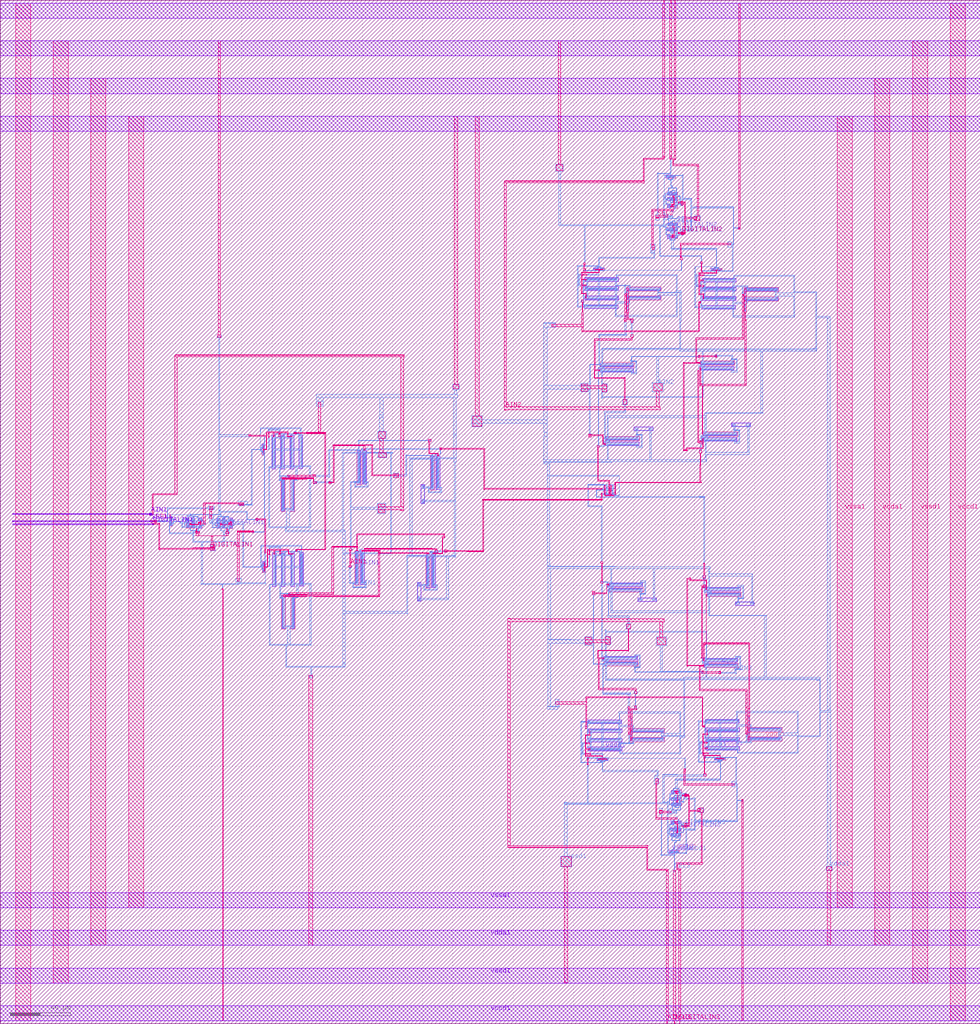
<source format=lef>
# Copyright 2020 The SkyWater PDK Authors
#
# Licensed under the Apache License, Version 2.0 (the "License");
# you may not use this file except in compliance with the License.
# You may obtain a copy of the License at
#
#     https://www.apache.org/licenses/LICENSE-2.0
#
# Unless required by applicable law or agreed to in writing, software
# distributed under the License is distributed on an "AS IS" BASIS,
# WITHOUT WARRANTIES OR CONDITIONS OF ANY KIND, either express or implied.
# See the License for the specific language governing permissions and
# limitations under the License.
#
# SPDX-License-Identifier: Apache-2.0

VERSION 5.7 ;

BUSBITCHARS "[]" ;
DIVIDERCHAR "/" ;

UNITS
  TIME NANOSECONDS 1 ;
  CAPACITANCE PICOFARADS 1 ;
  RESISTANCE OHMS 1 ;
  DATABASE MICRONS 1000 ;
END UNITS

MANUFACTURINGGRID 0.005 ;
USEMINSPACING OBS OFF ;

PROPERTYDEFINITIONS
  LAYER LEF58_TYPE STRING ;
END PROPERTYDEFINITIONS

# High density, single height
SITE unithd
  SYMMETRY Y ;
  CLASS CORE ;
  SIZE 0.46 BY 2.72 ;
END unithd

# High density, double height
SITE unithddbl
  SYMMETRY Y ;
  CLASS CORE ;
  SIZE 0.46 BY 5.44 ;
END unithddbl

LAYER nwell
  TYPE MASTERSLICE ;
  PROPERTY LEF58_TYPE "TYPE NWELL ;" ;
END nwell

LAYER pwell
  TYPE MASTERSLICE ;
  PROPERTY LEF58_TYPE "TYPE PWELL ;" ;
END pwell

LAYER li1
  TYPE ROUTING ;
  DIRECTION VERTICAL ;

  PITCH 0.46 0.34 ;
  OFFSET 0.23 0.17 ;

  WIDTH 0.17 ;          # LI 1
  # SPACING  0.17 ;     # LI 2
  SPACINGTABLE
     PARALLELRUNLENGTH 0
     WIDTH 0 0.17 ;
  AREA 0.0561 ;         # LI 6
  THICKNESS 0.1 ;
  EDGECAPACITANCE 40.697E-6 ;
  CAPACITANCE CPERSQDIST 36.9866E-6 ;
  RESISTANCE RPERSQ 9.2 ;

  ANTENNAMODEL OXIDE1 ;
  ANTENNADIFFSIDEAREARATIO PWL ( ( 0 75 ) ( 0.0125 75 ) ( 0.0225 85.125 ) ( 22.5 10200 ) ) ;
END li1

LAYER mcon
  TYPE CUT ;

  WIDTH 0.17 ;                # Mcon 1
  SPACING 0.19 ;              # Mcon 2
  ENCLOSURE BELOW 0 0 ;       # Mcon 4
  ENCLOSURE ABOVE 0.03 0.06 ; # Met1 4 / Met1 5
  RESISTANCE 1.6 ;

  ANTENNADIFFAREARATIO PWL ( ( 0 3 ) ( 0.0125 3 ) ( 0.0225 3.405 ) ( 22.5 408 ) ) ;
  DCCURRENTDENSITY AVERAGE 0.36 ; # mA per via Iavg_max at Tj = 90oC

END mcon

LAYER met1
  TYPE ROUTING ;
  DIRECTION HORIZONTAL ;

  PITCH 0.34 ;
  OFFSET 0.17 ;

  WIDTH 0.14 ;                     # Met1 1
  # SPACING 0.14 ;                 # Met1 2
  # SPACING 0.28 RANGE 3.001 100 ; # Met1 3b
  SPACINGTABLE
     PARALLELRUNLENGTH 0
     WIDTH 0 0.14
     WIDTH 3 0.28 ;
  AREA 0.083 ;                     # Met1 6
  THICKNESS 0.35 ;
  MINENCLOSEDAREA 0.14 ;

  ANTENNAMODEL OXIDE1 ;
  ANTENNADIFFSIDEAREARATIO PWL ( ( 0 400 ) ( 0.0125 400 ) ( 0.0225 2609 ) ( 22.5 11600 ) ) ;

  EDGECAPACITANCE 40.567E-6 ;
  CAPACITANCE CPERSQDIST 25.7784E-6 ;
  DCCURRENTDENSITY AVERAGE 2.8 ; # mA/um Iavg_max at Tj = 90oC
  ACCURRENTDENSITY RMS 6.1 ; # mA/um Irms_max at Tj = 90oC
  MAXIMUMDENSITY 70 ;
  DENSITYCHECKWINDOW 700 700 ;
  DENSITYCHECKSTEP 70 ;

  RESISTANCE RPERSQ 0.105 ;
END met1

LAYER via
  TYPE CUT ;
  WIDTH 0.15 ;                  # Via 1a
  SPACING 0.17 ;                # Via 2
  ENCLOSURE BELOW 0.055 0.085 ; # Via 4a / Via 5a
  ENCLOSURE ABOVE 0.055 0.085 ; # Met2 4 / Met2 5
  RESISTANCE 4.0 ;

  ANTENNADIFFAREARATIO PWL ( ( 0 6 ) ( 0.0125 6 ) ( 0.0225 6.81 ) ( 22.5 816 ) ) ;
  DCCURRENTDENSITY AVERAGE 0.29 ; # mA per via Iavg_max at Tj = 90oC
END via

LAYER met2
  TYPE ROUTING ;
  DIRECTION VERTICAL ;

  PITCH 0.46 ;
  OFFSET 0.23 ;

  WIDTH 0.14 ;                        # Met2 1
  # SPACING  0.14 ;                   # Met2 2
  # SPACING  0.28 RANGE 3.001 100 ;   # Met2 3b
  SPACINGTABLE
     PARALLELRUNLENGTH 0
     WIDTH 0 0.14
     WIDTH 3 0.28 ;
  AREA 0.0676 ;                       # Met2 6
  THICKNESS 0.35 ;
  MINENCLOSEDAREA 0.14 ;

  EDGECAPACITANCE 32.918E-6 ;
  CAPACITANCE CPERSQDIST 14.7703E-6 ;
  RESISTANCE RPERSQ 0.105 ;
  DCCURRENTDENSITY AVERAGE 2.8 ; # mA/um Iavg_max at Tj = 90oC
  ACCURRENTDENSITY RMS 6.1 ; # mA/um Irms_max at Tj = 90oC

  ANTENNAMODEL OXIDE1 ;
  ANTENNADIFFSIDEAREARATIO PWL ( ( 0 400 ) ( 0.0125 400 ) ( 0.0225 2609 ) ( 22.5 11600 ) ) ;

  MAXIMUMDENSITY 70 ;
  DENSITYCHECKWINDOW 700 700 ;
  DENSITYCHECKSTEP 70 ;
END met2

# ******** Layer via2, type routing, number 44 **************
LAYER via2
  TYPE CUT ;
  WIDTH 0.2 ;                   # Via2 1
  SPACING 0.2 ;                 # Via2 2
  ENCLOSURE BELOW 0.04 0.085 ;  # Via2 4
  ENCLOSURE ABOVE 0.065 0.065 ; # Met3 4
  RESISTANCE 0.5 ;
  ANTENNADIFFAREARATIO PWL ( ( 0 6 ) ( 0.0125 6 ) ( 0.0225 6.81 ) ( 22.5 816 ) ) ;
  DCCURRENTDENSITY AVERAGE 0.48 ; # mA per via Iavg_max at Tj = 90oC
END via2

LAYER met3
  TYPE ROUTING ;
  DIRECTION HORIZONTAL ;

  PITCH 0.68 ;
  OFFSET 0.34 ;

  WIDTH 0.3 ;              # Met3 1
  # SPACING 0.3 ;          # Met3 2
  SPACINGTABLE
     PARALLELRUNLENGTH 0
     WIDTH 0 0.3
     WIDTH 3 0.4 ;
  AREA 0.24 ;              # Met3 6
  THICKNESS 0.8 ;

  EDGECAPACITANCE 37.065E-6 ;
  CAPACITANCE CPERSQDIST 11.1883E-6 ;
  RESISTANCE RPERSQ 0.038 ;
  DCCURRENTDENSITY AVERAGE 6.8 ; # mA/um Iavg_max at Tj = 90oC
  ACCURRENTDENSITY RMS 14.9 ; # mA/um Irms_max at Tj = 90oC

  ANTENNAMODEL OXIDE1 ;
  ANTENNADIFFSIDEAREARATIO PWL ( ( 0 400 ) ( 0.0125 400 ) ( 0.0225 2609 ) ( 22.5 11600 ) ) ;

  MAXIMUMDENSITY 70 ;
  DENSITYCHECKWINDOW 700 700 ;
  DENSITYCHECKSTEP 70 ;
END met3

LAYER via3
  TYPE CUT ;
  WIDTH 0.2 ;                   # Via3 1
  SPACING 0.2 ;                 # Via3 2
  ENCLOSURE BELOW 0.06 0.09 ;   # Via3 4 / Via3 5
  ENCLOSURE ABOVE 0.065 0.065 ; # Met4 3
  RESISTANCE 0.5 ;
  ANTENNADIFFAREARATIO PWL ( ( 0 6 ) ( 0.0125 6 ) ( 0.0225 6.81 ) ( 22.5 816 ) ) ;
  DCCURRENTDENSITY AVERAGE 0.48 ; # mA per via Iavg_max at Tj = 90oC
END via3

LAYER met4
  TYPE ROUTING ;
  DIRECTION VERTICAL ;

  PITCH 0.92 ;
  OFFSET 0.46 ;

  WIDTH 0.3 ;             # Met4 1
  # SPACING  0.3 ;             # Met4 2
  SPACINGTABLE
     PARALLELRUNLENGTH 0
     WIDTH 0 0.3
     WIDTH 3 0.4 ;
  AREA 0.24 ;            # Met4 4a

  THICKNESS 0.8 ;

  EDGECAPACITANCE 34.169E-6 ;
  CAPACITANCE CPERSQDIST 7.84019E-6 ;
  RESISTANCE RPERSQ 0.038 ;
  DCCURRENTDENSITY AVERAGE 6.8 ; # mA/um Iavg_max at Tj = 90oC
  ACCURRENTDENSITY RMS 14.9 ; # mA/um Irms_max at Tj = 90oC

  ANTENNAMODEL OXIDE1 ;
  ANTENNADIFFSIDEAREARATIO PWL ( ( 0 400 ) ( 0.0125 400 ) ( 0.0225 2609 ) ( 22.5 11600 ) ) ;

  MAXIMUMDENSITY 70 ;
  DENSITYCHECKWINDOW 700 700 ;
  DENSITYCHECKSTEP 70 ;
END met4

LAYER via4
  TYPE CUT ;

  WIDTH 0.8 ;                 # Via4 1
  SPACING 0.8 ;               # Via4 2
  ENCLOSURE BELOW 0.19 0.19 ; # Via4 4
  ENCLOSURE ABOVE 0.31 0.31 ; # Met5 3
  RESISTANCE 0.012 ;
  ANTENNADIFFAREARATIO PWL ( ( 0 6 ) ( 0.0125 6 ) ( 0.0225 6.81 ) ( 22.5 816 ) ) ;
  DCCURRENTDENSITY AVERAGE 2.49 ; # mA per via Iavg_max at Tj = 90oC
END via4

LAYER met5
  TYPE ROUTING ;
  DIRECTION HORIZONTAL ;

  PITCH 3.4 ;
  OFFSET 1.7 ;

  WIDTH 1.6 ;            # Met5 1
  #SPACING  1.6 ;        # Met5 2
  SPACINGTABLE
     PARALLELRUNLENGTH 0
     WIDTH 0 1.6 ;
  AREA 4 ;               # Met5 4

  THICKNESS 1.2 ;

  EDGECAPACITANCE 36.828E-6 ;
  CAPACITANCE CPERSQDIST 5.99155E-6 ;
  RESISTANCE RPERSQ 0.0212 ;
  DCCURRENTDENSITY AVERAGE 10.17 ; # mA/um Iavg_max at Tj = 90oC
  ACCURRENTDENSITY RMS 22.34 ; # mA/um Irms_max at Tj = 90oC

  ANTENNAMODEL OXIDE1 ;
  ANTENNADIFFSIDEAREARATIO PWL ( ( 0 400 ) ( 0.0125 400 ) ( 0.0225 2609 ) ( 22.5 11600 ) ) ;
END met5


### Routing via cells section   ###
# Plus via rule, metals are along the prefered direction
VIA L1M1_PR DEFAULT
  LAYER mcon ;
  RECT -0.085 -0.085 0.085 0.085 ;
  LAYER li1 ;
  RECT -0.085 -0.085 0.085 0.085 ;
  LAYER met1 ;
  RECT -0.145 -0.115 0.145 0.115 ;
END L1M1_PR

VIARULE L1M1_PR GENERATE
  LAYER li1 ;
  ENCLOSURE 0 0 ;
  LAYER met1 ;
  ENCLOSURE 0.06 0.03 ;
  LAYER mcon ;
  RECT -0.085 -0.085 0.085 0.085 ;
  SPACING 0.36 BY 0.36 ;
END L1M1_PR

# Plus via rule, metals are along the non prefered direction
VIA L1M1_PR_R DEFAULT
  LAYER mcon ;
  RECT -0.085 -0.085 0.085 0.085 ;
  LAYER li1 ;
  RECT -0.085 -0.085 0.085 0.085 ;
  LAYER met1 ;
  RECT -0.115 -0.145 0.115 0.145 ;
END L1M1_PR_R

VIARULE L1M1_PR_R GENERATE
  LAYER li1 ;
  ENCLOSURE 0 0 ;
  LAYER met1 ;
  ENCLOSURE 0.03 0.06 ;
  LAYER mcon ;
  RECT -0.085 -0.085 0.085 0.085 ;
  SPACING 0.36 BY 0.36 ;
END L1M1_PR_R

# Minus via rule, lower layer metal is along prefered direction
VIA L1M1_PR_M DEFAULT
  LAYER mcon ;
  RECT -0.085 -0.085 0.085 0.085 ;
  LAYER li1 ;
  RECT -0.085 -0.085 0.085 0.085 ;
  LAYER met1 ;
  RECT -0.115 -0.145 0.115 0.145 ;
END L1M1_PR_M

VIARULE L1M1_PR_M GENERATE
  LAYER li1 ;
  ENCLOSURE 0 0 ;
  LAYER met1 ;
  ENCLOSURE 0.03 0.06 ;
  LAYER mcon ;
  RECT -0.085 -0.085 0.085 0.085 ;
  SPACING 0.36 BY 0.36 ;
END L1M1_PR_M

# Minus via rule, upper layer metal is along prefered direction
VIA L1M1_PR_MR DEFAULT
  LAYER mcon ;
  RECT -0.085 -0.085 0.085 0.085 ;
  LAYER li1 ;
  RECT -0.085 -0.085 0.085 0.085 ;
  LAYER met1 ;
  RECT -0.145 -0.115 0.145 0.115 ;
END L1M1_PR_MR

VIARULE L1M1_PR_MR GENERATE
  LAYER li1 ;
  ENCLOSURE 0 0 ;
  LAYER met1 ;
  ENCLOSURE 0.06 0.03 ;
  LAYER mcon ;
  RECT -0.085 -0.085 0.085 0.085 ;
  SPACING 0.36 BY 0.36 ;
END L1M1_PR_MR

# Centered via rule, we really do not want to use it
VIA L1M1_PR_C DEFAULT
  LAYER mcon ;
  RECT -0.085 -0.085 0.085 0.085 ;
  LAYER li1 ;
  RECT -0.085 -0.085 0.085 0.085 ;
  LAYER met1 ;
  RECT -0.145 -0.145 0.145 0.145 ;
END L1M1_PR_C

VIARULE L1M1_PR_C GENERATE
  LAYER li1 ;
  ENCLOSURE 0 0 ;
  LAYER met1 ;
  ENCLOSURE 0.06 0.06 ;
  LAYER mcon ;
  RECT -0.085 -0.085 0.085 0.085 ;
  SPACING 0.36 BY 0.36 ;
END L1M1_PR_C

# Plus via rule, metals are along the prefered direction
VIA M1M2_PR DEFAULT
  LAYER via ;
  RECT -0.075 -0.075 0.075 0.075 ;
  LAYER met1 ;
  RECT -0.16 -0.13 0.16 0.13 ;
  LAYER met2 ;
  RECT -0.13 -0.16 0.13 0.16 ;
END M1M2_PR

VIARULE M1M2_PR GENERATE
  LAYER met1 ;
  ENCLOSURE 0.085 0.055 ;
  LAYER met2 ;
  ENCLOSURE 0.055 0.085 ;
  LAYER via ;
  RECT -0.075 -0.075 0.075 0.075 ;
  SPACING 0.32 BY 0.32 ;
END M1M2_PR

# Plus via rule, metals are along the non prefered direction
VIA M1M2_PR_R DEFAULT
  LAYER via ;
  RECT -0.075 -0.075 0.075 0.075 ;
  LAYER met1 ;
  RECT -0.13 -0.16 0.13 0.16 ;
  LAYER met2 ;
  RECT -0.16 -0.13 0.16 0.13 ;
END M1M2_PR_R

VIARULE M1M2_PR_R GENERATE
  LAYER met1 ;
  ENCLOSURE 0.055 0.085 ;
  LAYER met2 ;
  ENCLOSURE 0.085 0.055 ;
  LAYER via ;
  RECT -0.075 -0.075 0.075 0.075 ;
  SPACING 0.32 BY 0.32 ;
END M1M2_PR_R

# Minus via rule, lower layer metal is along prefered direction
VIA M1M2_PR_M DEFAULT
  LAYER via ;
  RECT -0.075 -0.075 0.075 0.075 ;
  LAYER met1 ;
  RECT -0.16 -0.13 0.16 0.13 ;
  LAYER met2 ;
  RECT -0.16 -0.13 0.16 0.13 ;
END M1M2_PR_M

VIARULE M1M2_PR_M GENERATE
  LAYER met1 ;
  ENCLOSURE 0.085 0.055 ;
  LAYER met2 ;
  ENCLOSURE 0.085 0.055 ;
  LAYER via ;
  RECT -0.075 -0.075 0.075 0.075 ;
  SPACING 0.32 BY 0.32 ;
END M1M2_PR_M

# Minus via rule, upper layer metal is along prefered direction
VIA M1M2_PR_MR DEFAULT
  LAYER via ;
  RECT -0.075 -0.075 0.075 0.075 ;
  LAYER met1 ;
  RECT -0.13 -0.16 0.13 0.16 ;
  LAYER met2 ;
  RECT -0.13 -0.16 0.13 0.16 ;
END M1M2_PR_MR

VIARULE M1M2_PR_MR GENERATE
  LAYER met1 ;
  ENCLOSURE 0.055 0.085 ;
  LAYER met2 ;
  ENCLOSURE 0.055 0.085 ;
  LAYER via ;
  RECT -0.075 -0.075 0.075 0.075 ;
  SPACING 0.32 BY 0.32 ;
END M1M2_PR_MR

# Centered via rule, we really do not want to use it
VIA M1M2_PR_C DEFAULT
  LAYER via ;
  RECT -0.075 -0.075 0.075 0.075 ;
  LAYER met1 ;
  RECT -0.16 -0.16 0.16 0.16 ;
  LAYER met2 ;
  RECT -0.16 -0.16 0.16 0.16 ;
END M1M2_PR_C

VIARULE M1M2_PR_C GENERATE
  LAYER met1 ;
  ENCLOSURE 0.085 0.085 ;
  LAYER met2 ;
  ENCLOSURE 0.085 0.085 ;
  LAYER via ;
  RECT -0.075 -0.075 0.075 0.075 ;
  SPACING 0.32 BY 0.32 ;
END M1M2_PR_C

# Plus via rule, metals are along the prefered direction
VIA M2M3_PR DEFAULT
  LAYER via2 ;
  RECT -0.1 -0.1 0.1 0.1 ;
  LAYER met2 ;
  RECT -0.14 -0.185 0.14 0.185 ;
  LAYER met3 ;
  RECT -0.165 -0.165 0.165 0.165 ;
END M2M3_PR

VIARULE M2M3_PR GENERATE
  LAYER met2 ;
  ENCLOSURE 0.04 0.085 ;
  LAYER met3 ;
  ENCLOSURE 0.065 0.065 ;
  LAYER via2 ;
  RECT -0.1 -0.1 0.1 0.1 ;
  SPACING 0.4 BY 0.4 ;
END M2M3_PR

# Plus via rule, metals are along the non prefered direction
VIA M2M3_PR_R DEFAULT
  LAYER via2 ;
  RECT -0.1 -0.1 0.1 0.1 ;
  LAYER met2 ;
  RECT -0.185 -0.14 0.185 0.14 ;
  LAYER met3 ;
  RECT -0.165 -0.165 0.165 0.165 ;
END M2M3_PR_R

VIARULE M2M3_PR_R GENERATE
  LAYER met2 ;
  ENCLOSURE 0.085 0.04 ;
  LAYER met3 ;
  ENCLOSURE 0.065 0.065 ;
  LAYER via2 ;
  RECT -0.1 -0.1 0.1 0.1 ;
  SPACING 0.4 BY 0.4 ;
END M2M3_PR_R

# Minus via rule, lower layer metal is along prefered direction
VIA M2M3_PR_M DEFAULT
  LAYER via2 ;
  RECT -0.1 -0.1 0.1 0.1 ;
  LAYER met2 ;
  RECT -0.14 -0.185 0.14 0.185 ;
  LAYER met3 ;
  RECT -0.165 -0.165 0.165 0.165 ;
END M2M3_PR_M

VIARULE M2M3_PR_M GENERATE
  LAYER met2 ;
  ENCLOSURE 0.04 0.085 ;
  LAYER met3 ;
  ENCLOSURE 0.065 0.065 ;
  LAYER via2 ;
  RECT -0.1 -0.1 0.1 0.1 ;
  SPACING 0.4 BY 0.4 ;
END M2M3_PR_M

# Minus via rule, upper layer metal is along prefered direction
VIA M2M3_PR_MR DEFAULT
  LAYER via2 ;
  RECT -0.1 -0.1 0.1 0.1 ;
  LAYER met2 ;
  RECT -0.185 -0.14 0.185 0.14 ;
  LAYER met3 ;
  RECT -0.165 -0.165 0.165 0.165 ;
END M2M3_PR_MR

VIARULE M2M3_PR_MR GENERATE
  LAYER met2 ;
  ENCLOSURE 0.085 0.04 ;
  LAYER met3 ;
  ENCLOSURE 0.065 0.065 ;
  LAYER via2 ;
  RECT -0.1 -0.1 0.1 0.1 ;
  SPACING 0.4 BY 0.4 ;
END M2M3_PR_MR

# Centered via rule, we really do not want to use it
VIA M2M3_PR_C DEFAULT
  LAYER via2 ;
  RECT -0.1 -0.1 0.1 0.1 ;
  LAYER met2 ;
  RECT -0.185 -0.185 0.185 0.185 ;
  LAYER met3 ;
  RECT -0.165 -0.165 0.165 0.165 ;
END M2M3_PR_C

VIARULE M2M3_PR_C GENERATE
  LAYER met2 ;
  ENCLOSURE 0.085 0.085 ;
  LAYER met3 ;
  ENCLOSURE 0.065 0.065 ;
  LAYER via2 ;
  RECT -0.1 -0.1 0.1 0.1 ;
  SPACING 0.4 BY 0.4 ;
END M2M3_PR_C

# Plus via rule, metals are along the prefered direction
VIA M3M4_PR DEFAULT
  LAYER via3 ;
  RECT -0.1 -0.1 0.1 0.1 ;
  LAYER met3 ;
  RECT -0.19 -0.16 0.19 0.16 ;
  LAYER met4 ;
  RECT -0.165 -0.165 0.165 0.165 ;
END M3M4_PR

VIARULE M3M4_PR GENERATE
  LAYER met3 ;
  ENCLOSURE 0.09 0.06 ;
  LAYER met4 ;
  ENCLOSURE 0.065 0.065 ;
  LAYER via3 ;
  RECT -0.1 -0.1 0.1 0.1 ;
  SPACING 0.4 BY 0.4 ;
END M3M4_PR

# Plus via rule, metals are along the non prefered direction
VIA M3M4_PR_R DEFAULT
  LAYER via3 ;
  RECT -0.1 -0.1 0.1 0.1 ;
  LAYER met3 ;
  RECT -0.16 -0.19 0.16 0.19 ;
  LAYER met4 ;
  RECT -0.165 -0.165 0.165 0.165 ;
END M3M4_PR_R

VIARULE M3M4_PR_R GENERATE
  LAYER met3 ;
  ENCLOSURE 0.06 0.09 ;
  LAYER met4 ;
  ENCLOSURE 0.065 0.065 ;
  LAYER via3 ;
  RECT -0.1 -0.1 0.1 0.1 ;
  SPACING 0.4 BY 0.4 ;
END M3M4_PR_R

# Minus via rule, lower layer metal is along prefered direction
VIA M3M4_PR_M DEFAULT
  LAYER via3 ;
  RECT -0.1 -0.1 0.1 0.1 ;
  LAYER met3 ;
  RECT -0.19 -0.16 0.19 0.16 ;
  LAYER met4 ;
  RECT -0.165 -0.165 0.165 0.165 ;
END M3M4_PR_M

VIARULE M3M4_PR_M GENERATE
  LAYER met3 ;
  ENCLOSURE 0.09 0.06 ;
  LAYER met4 ;
  ENCLOSURE 0.065 0.065 ;
  LAYER via3 ;
  RECT -0.1 -0.1 0.1 0.1 ;
  SPACING 0.4 BY 0.4 ;
END M3M4_PR_M

# Minus via rule, upper layer metal is along prefered direction
VIA M3M4_PR_MR DEFAULT
  LAYER via3 ;
  RECT -0.1 -0.1 0.1 0.1 ;
  LAYER met3 ;
  RECT -0.16 -0.19 0.16 0.19 ;
  LAYER met4 ;
  RECT -0.165 -0.165 0.165 0.165 ;
END M3M4_PR_MR

VIARULE M3M4_PR_MR GENERATE
  LAYER met3 ;
  ENCLOSURE 0.06 0.09 ;
  LAYER met4 ;
  ENCLOSURE 0.065 0.065 ;
  LAYER via3 ;
  RECT -0.1 -0.1 0.1 0.1 ;
  SPACING 0.4 BY 0.4 ;
END M3M4_PR_MR

# Centered via rule, we really do not want to use it
VIA M3M4_PR_C DEFAULT
  LAYER via3 ;
  RECT -0.1 -0.1 0.1 0.1 ;
  LAYER met3 ;
  RECT -0.19 -0.19 0.19 0.19 ;
  LAYER met4 ;
  RECT -0.165 -0.165 0.165 0.165 ;
END M3M4_PR_C

VIARULE M3M4_PR_C GENERATE
  LAYER met3 ;
  ENCLOSURE 0.09 0.09 ;
  LAYER met4 ;
  ENCLOSURE 0.065 0.065 ;
  LAYER via3 ;
  RECT -0.1 -0.1 0.1 0.1 ;
  SPACING 0.4 BY 0.4 ;
END M3M4_PR_C

# Plus via rule, metals are along the prefered direction
VIA M4M5_PR DEFAULT
  LAYER via4 ;
  RECT -0.4 -0.4 0.4 0.4 ;
  LAYER met4 ;
  RECT -0.59 -0.59 0.59 0.59 ;
  LAYER met5 ;
  RECT -0.71 -0.71 0.71 0.71 ;
END M4M5_PR

VIARULE M4M5_PR GENERATE
  LAYER met4 ;
  ENCLOSURE 0.19 0.19 ;
  LAYER met5 ;
  ENCLOSURE 0.31 0.31 ;
  LAYER via4 ;
  RECT -0.4 -0.4 0.4 0.4 ;
  SPACING 1.6 BY 1.6 ;
END M4M5_PR

# Plus via rule, metals are along the non prefered direction
VIA M4M5_PR_R DEFAULT
  LAYER via4 ;
  RECT -0.4 -0.4 0.4 0.4 ;
  LAYER met4 ;
  RECT -0.59 -0.59 0.59 0.59 ;
  LAYER met5 ;
  RECT -0.71 -0.71 0.71 0.71 ;
END M4M5_PR_R

VIARULE M4M5_PR_R GENERATE
  LAYER met4 ;
  ENCLOSURE 0.19 0.19 ;
  LAYER met5 ;
  ENCLOSURE 0.31 0.31 ;
  LAYER via4 ;
  RECT -0.4 -0.4 0.4 0.4 ;
  SPACING 1.6 BY 1.6 ;
END M4M5_PR_R

# Minus via rule, lower layer metal is along prefered direction
VIA M4M5_PR_M DEFAULT
  LAYER via4 ;
  RECT -0.4 -0.4 0.4 0.4 ;
  LAYER met4 ;
  RECT -0.59 -0.59 0.59 0.59 ;
  LAYER met5 ;
  RECT -0.71 -0.71 0.71 0.71 ;
END M4M5_PR_M

VIARULE M4M5_PR_M GENERATE
  LAYER met4 ;
  ENCLOSURE 0.19 0.19 ;
  LAYER met5 ;
  ENCLOSURE 0.31 0.31 ;
  LAYER via4 ;
  RECT -0.4 -0.4 0.4 0.4 ;
  SPACING 1.6 BY 1.6 ;
END M4M5_PR_M

# Minus via rule, upper layer metal is along prefered direction
VIA M4M5_PR_MR DEFAULT
  LAYER via4 ;
  RECT -0.4 -0.4 0.4 0.4 ;
  LAYER met4 ;
  RECT -0.59 -0.59 0.59 0.59 ;
  LAYER met5 ;
  RECT -0.71 -0.71 0.71 0.71 ;
END M4M5_PR_MR

VIARULE M4M5_PR_MR GENERATE
  LAYER met4 ;
  ENCLOSURE 0.19 0.19 ;
  LAYER met5 ;
  ENCLOSURE 0.31 0.31 ;
  LAYER via4 ;
  RECT -0.4 -0.4 0.4 0.4 ;
  SPACING 1.6 BY 1.6 ;
END M4M5_PR_MR

# Centered via rule, we really do not want to use it
VIA M4M5_PR_C DEFAULT
  LAYER via4 ;
  RECT -0.4 -0.4 0.4 0.4 ;
  LAYER met4 ;
  RECT -0.59 -0.59 0.59 0.59 ;
  LAYER met5 ;
  RECT -0.71 -0.71 0.71 0.71 ;
END M4M5_PR_C

VIARULE M4M5_PR_C GENERATE
  LAYER met4 ;
  ENCLOSURE 0.19 0.19 ;
  LAYER met5 ;
  ENCLOSURE 0.31 0.31 ;
  LAYER via4 ;
  RECT -0.4 -0.4 0.4 0.4 ;
  SPACING 1.6 BY 1.6 ;
END M4M5_PR_C
###  end of single via cells   ###


MACRO sky130_fd_sc_hd__a2bb2o_1
  CLASS CORE ;
  FOREIGN sky130_fd_sc_hd__a2bb2o_1 ;
  ORIGIN 0.000 0.000 ;
  SIZE 3.680 BY 2.720 ;
  SYMMETRY X Y R90 ;
  SITE unithd ;
  PIN A1_N
    DIRECTION INPUT ;
    USE SIGNAL ;
    ANTENNAGATEAREA 0.126000 ;
    PORT
      LAYER li1 ;
        RECT 0.910 0.995 1.240 1.615 ;
    END
  END A1_N
  PIN A2_N
    DIRECTION INPUT ;
    USE SIGNAL ;
    ANTENNAGATEAREA 0.126000 ;
    PORT
      LAYER li1 ;
        RECT 1.410 0.995 1.700 1.375 ;
    END
  END A2_N
  PIN B1
    DIRECTION INPUT ;
    USE SIGNAL ;
    ANTENNAGATEAREA 0.126000 ;
    PORT
      LAYER li1 ;
        RECT 3.280 0.765 3.540 1.655 ;
    END
  END B1
  PIN B2
    DIRECTION INPUT ;
    USE SIGNAL ;
    ANTENNAGATEAREA 0.126000 ;
    PORT
      LAYER li1 ;
        RECT 2.600 1.355 3.080 1.655 ;
        RECT 2.820 0.765 3.080 1.355 ;
    END
  END B2
  PIN VGND
    DIRECTION INOUT ;
    USE GROUND ;
    SHAPE ABUTMENT ;
    PORT
      LAYER met1 ;
        RECT 0.000 -0.240 3.680 0.240 ;
    END
  END VGND
  PIN VNB
    DIRECTION INOUT ;
    USE GROUND ;
    PORT
      LAYER pwell ;
        RECT 0.005 0.785 0.925 1.015 ;
        RECT 0.005 0.105 3.590 0.785 ;
        RECT 0.150 -0.085 0.320 0.105 ;
    END
  END VNB
  PIN VPB
    DIRECTION INOUT ;
    USE POWER ;
    PORT
      LAYER nwell ;
        RECT -0.190 1.305 3.870 2.910 ;
    END
  END VPB
  PIN VPWR
    DIRECTION INOUT ;
    USE POWER ;
    SHAPE ABUTMENT ;
    PORT
      LAYER met1 ;
        RECT 0.000 2.480 3.680 2.960 ;
    END
  END VPWR
  PIN X
    DIRECTION OUTPUT ;
    USE SIGNAL ;
    ANTENNADIFFAREA 0.429000 ;
    PORT
      LAYER li1 ;
        RECT 0.085 1.525 0.345 2.465 ;
        RECT 0.085 0.810 0.260 1.525 ;
        RECT 0.085 0.255 0.345 0.810 ;
    END
  END X
  OBS
      LAYER li1 ;
        RECT 0.000 2.635 3.680 2.805 ;
        RECT 0.515 2.235 0.845 2.635 ;
        RECT 1.990 2.370 2.245 2.465 ;
        RECT 1.105 2.200 2.245 2.370 ;
        RECT 2.415 2.255 2.745 2.425 ;
        RECT 1.105 1.975 1.275 2.200 ;
        RECT 0.515 1.805 1.275 1.975 ;
        RECT 1.990 2.065 2.245 2.200 ;
        RECT 0.515 1.325 0.685 1.805 ;
        RECT 1.540 1.715 1.710 1.905 ;
        RECT 1.990 1.895 2.400 2.065 ;
        RECT 1.540 1.545 2.060 1.715 ;
        RECT 0.430 0.995 0.685 1.325 ;
        RECT 1.890 0.825 2.060 1.545 ;
        RECT 1.180 0.655 2.060 0.825 ;
        RECT 2.230 0.870 2.400 1.895 ;
        RECT 2.575 2.005 2.745 2.255 ;
        RECT 2.915 2.175 3.165 2.635 ;
        RECT 3.335 2.005 3.515 2.465 ;
        RECT 2.575 1.835 3.515 2.005 ;
        RECT 2.230 0.700 2.580 0.870 ;
        RECT 0.515 0.085 0.945 0.530 ;
        RECT 1.180 0.255 1.350 0.655 ;
        RECT 1.520 0.085 2.240 0.485 ;
        RECT 2.410 0.255 2.580 0.700 ;
        RECT 3.155 0.085 3.555 0.595 ;
        RECT 0.000 -0.085 3.680 0.085 ;
      LAYER mcon ;
        RECT 0.145 2.635 0.315 2.805 ;
        RECT 0.605 2.635 0.775 2.805 ;
        RECT 1.065 2.635 1.235 2.805 ;
        RECT 1.525 2.635 1.695 2.805 ;
        RECT 1.985 2.635 2.155 2.805 ;
        RECT 2.445 2.635 2.615 2.805 ;
        RECT 2.905 2.635 3.075 2.805 ;
        RECT 3.365 2.635 3.535 2.805 ;
        RECT 0.145 -0.085 0.315 0.085 ;
        RECT 0.605 -0.085 0.775 0.085 ;
        RECT 1.065 -0.085 1.235 0.085 ;
        RECT 1.525 -0.085 1.695 0.085 ;
        RECT 1.985 -0.085 2.155 0.085 ;
        RECT 2.445 -0.085 2.615 0.085 ;
        RECT 2.905 -0.085 3.075 0.085 ;
        RECT 3.365 -0.085 3.535 0.085 ;
  END
END sky130_fd_sc_hd__a2bb2o_1
MACRO sky130_fd_sc_hd__a2bb2o_2
  CLASS CORE ;
  FOREIGN sky130_fd_sc_hd__a2bb2o_2 ;
  ORIGIN 0.000 0.000 ;
  SIZE 4.140 BY 2.720 ;
  SYMMETRY X Y R90 ;
  SITE unithd ;
  PIN A1_N
    DIRECTION INPUT ;
    USE SIGNAL ;
    ANTENNAGATEAREA 0.159000 ;
    PORT
      LAYER li1 ;
        RECT 1.345 0.995 1.675 1.615 ;
    END
  END A1_N
  PIN A2_N
    DIRECTION INPUT ;
    USE SIGNAL ;
    ANTENNAGATEAREA 0.159000 ;
    PORT
      LAYER li1 ;
        RECT 1.845 0.995 2.135 1.375 ;
    END
  END A2_N
  PIN B1
    DIRECTION INPUT ;
    USE SIGNAL ;
    ANTENNAGATEAREA 0.159000 ;
    PORT
      LAYER li1 ;
        RECT 3.730 0.765 3.990 1.655 ;
    END
  END B1
  PIN B2
    DIRECTION INPUT ;
    USE SIGNAL ;
    ANTENNAGATEAREA 0.159000 ;
    PORT
      LAYER li1 ;
        RECT 3.050 1.355 3.530 1.655 ;
        RECT 3.270 0.765 3.530 1.355 ;
    END
  END B2
  PIN VGND
    DIRECTION INOUT ;
    USE GROUND ;
    SHAPE ABUTMENT ;
    PORT
      LAYER met1 ;
        RECT 0.000 -0.240 4.140 0.240 ;
    END
  END VGND
  PIN VNB
    DIRECTION INOUT ;
    USE GROUND ;
    PORT
      LAYER pwell ;
        RECT 0.015 0.785 1.360 1.015 ;
        RECT 0.015 0.105 4.040 0.785 ;
        RECT 0.125 -0.085 0.295 0.105 ;
    END
  END VNB
  PIN VPB
    DIRECTION INOUT ;
    USE POWER ;
    PORT
      LAYER nwell ;
        RECT -0.190 1.305 4.330 2.910 ;
    END
  END VPB
  PIN VPWR
    DIRECTION INOUT ;
    USE POWER ;
    SHAPE ABUTMENT ;
    PORT
      LAYER met1 ;
        RECT 0.000 2.480 4.140 2.960 ;
    END
  END VPWR
  PIN X
    DIRECTION OUTPUT ;
    USE SIGNAL ;
    ANTENNADIFFAREA 0.445500 ;
    PORT
      LAYER li1 ;
        RECT 0.525 1.525 0.780 2.465 ;
        RECT 0.525 0.810 0.695 1.525 ;
        RECT 0.525 0.255 0.780 0.810 ;
    END
  END X
  OBS
      LAYER li1 ;
        RECT 0.000 2.635 4.140 2.805 ;
        RECT 0.185 1.445 0.355 2.635 ;
        RECT 0.950 2.235 1.280 2.635 ;
        RECT 2.500 2.370 2.670 2.465 ;
        RECT 1.540 2.200 2.670 2.370 ;
        RECT 2.875 2.255 3.205 2.425 ;
        RECT 1.540 1.975 1.710 2.200 ;
        RECT 0.950 1.805 1.710 1.975 ;
        RECT 2.440 2.065 2.670 2.200 ;
        RECT 0.950 1.325 1.120 1.805 ;
        RECT 1.975 1.715 2.145 1.905 ;
        RECT 2.440 1.895 2.850 2.065 ;
        RECT 1.975 1.545 2.510 1.715 ;
        RECT 0.865 0.995 1.120 1.325 ;
        RECT 0.185 0.085 0.355 0.930 ;
        RECT 2.340 0.825 2.510 1.545 ;
        RECT 1.615 0.655 2.510 0.825 ;
        RECT 2.680 0.870 2.850 1.895 ;
        RECT 3.035 2.005 3.205 2.255 ;
        RECT 3.375 2.175 3.625 2.635 ;
        RECT 3.795 2.005 3.965 2.465 ;
        RECT 3.035 1.835 3.965 2.005 ;
        RECT 2.680 0.700 3.030 0.870 ;
        RECT 0.950 0.085 1.380 0.530 ;
        RECT 1.615 0.255 1.785 0.655 ;
        RECT 1.955 0.085 2.690 0.485 ;
        RECT 2.860 0.255 3.030 0.700 ;
        RECT 3.605 0.085 4.005 0.595 ;
        RECT 0.000 -0.085 4.140 0.085 ;
      LAYER mcon ;
        RECT 0.145 2.635 0.315 2.805 ;
        RECT 0.605 2.635 0.775 2.805 ;
        RECT 1.065 2.635 1.235 2.805 ;
        RECT 1.525 2.635 1.695 2.805 ;
        RECT 1.985 2.635 2.155 2.805 ;
        RECT 2.445 2.635 2.615 2.805 ;
        RECT 2.905 2.635 3.075 2.805 ;
        RECT 3.365 2.635 3.535 2.805 ;
        RECT 3.825 2.635 3.995 2.805 ;
        RECT 0.145 -0.085 0.315 0.085 ;
        RECT 0.605 -0.085 0.775 0.085 ;
        RECT 1.065 -0.085 1.235 0.085 ;
        RECT 1.525 -0.085 1.695 0.085 ;
        RECT 1.985 -0.085 2.155 0.085 ;
        RECT 2.445 -0.085 2.615 0.085 ;
        RECT 2.905 -0.085 3.075 0.085 ;
        RECT 3.365 -0.085 3.535 0.085 ;
        RECT 3.825 -0.085 3.995 0.085 ;
  END
END sky130_fd_sc_hd__a2bb2o_2
MACRO sky130_fd_sc_hd__a2bb2o_4
  CLASS CORE ;
  FOREIGN sky130_fd_sc_hd__a2bb2o_4 ;
  ORIGIN 0.000 0.000 ;
  SIZE 7.360 BY 2.720 ;
  SYMMETRY X Y R90 ;
  SITE unithd ;
  PIN A1_N
    DIRECTION INPUT ;
    USE SIGNAL ;
    ANTENNAGATEAREA 0.495000 ;
    PORT
      LAYER li1 ;
        RECT 3.475 1.445 4.965 1.615 ;
        RECT 3.475 1.325 3.645 1.445 ;
        RECT 3.315 1.075 3.645 1.325 ;
        RECT 4.605 1.075 4.965 1.445 ;
    END
  END A1_N
  PIN A2_N
    DIRECTION INPUT ;
    USE SIGNAL ;
    ANTENNAGATEAREA 0.495000 ;
    PORT
      LAYER li1 ;
        RECT 3.815 1.075 4.435 1.275 ;
    END
  END A2_N
  PIN B1
    DIRECTION INPUT ;
    USE SIGNAL ;
    ANTENNAGATEAREA 0.495000 ;
    PORT
      LAYER li1 ;
        RECT 0.085 1.445 1.685 1.615 ;
        RECT 0.085 1.075 0.575 1.445 ;
        RECT 1.515 1.245 1.685 1.445 ;
        RECT 1.515 1.075 1.895 1.245 ;
    END
  END B1
  PIN B2
    DIRECTION INPUT ;
    USE SIGNAL ;
    ANTENNAGATEAREA 0.495000 ;
    PORT
      LAYER li1 ;
        RECT 0.805 1.075 1.345 1.275 ;
    END
  END B2
  PIN VGND
    DIRECTION INOUT ;
    USE GROUND ;
    SHAPE ABUTMENT ;
    PORT
      LAYER met1 ;
        RECT 0.000 -0.240 7.360 0.240 ;
    END
  END VGND
  PIN VNB
    DIRECTION INOUT ;
    USE GROUND ;
    PORT
      LAYER pwell ;
        RECT 0.005 0.105 6.915 1.015 ;
        RECT 0.150 -0.085 0.320 0.105 ;
    END
  END VNB
  PIN VPB
    DIRECTION INOUT ;
    USE POWER ;
    PORT
      LAYER nwell ;
        RECT -0.190 1.305 7.550 2.910 ;
    END
  END VPB
  PIN VPWR
    DIRECTION INOUT ;
    USE POWER ;
    SHAPE ABUTMENT ;
    PORT
      LAYER met1 ;
        RECT 0.000 2.480 7.360 2.960 ;
    END
  END VPWR
  PIN X
    DIRECTION OUTPUT ;
    USE SIGNAL ;
    ANTENNADIFFAREA 0.891000 ;
    PORT
      LAYER li1 ;
        RECT 5.275 1.955 5.525 2.465 ;
        RECT 6.115 1.955 6.365 2.465 ;
        RECT 5.275 1.785 6.365 1.955 ;
        RECT 6.115 1.655 6.365 1.785 ;
        RECT 6.115 1.415 6.920 1.655 ;
        RECT 6.610 0.905 6.920 1.415 ;
        RECT 5.235 0.725 6.920 0.905 ;
        RECT 5.235 0.275 5.565 0.725 ;
        RECT 6.075 0.275 6.405 0.725 ;
    END
  END X
  OBS
      LAYER li1 ;
        RECT 0.000 2.635 7.360 2.805 ;
        RECT 0.135 1.955 0.385 2.465 ;
        RECT 0.555 2.125 0.805 2.635 ;
        RECT 0.975 1.955 1.225 2.465 ;
        RECT 1.395 2.125 1.645 2.635 ;
        RECT 1.815 2.295 2.905 2.465 ;
        RECT 1.815 1.955 2.065 2.295 ;
        RECT 2.655 2.135 2.905 2.295 ;
        RECT 3.175 2.135 3.425 2.635 ;
        RECT 3.595 2.295 4.685 2.465 ;
        RECT 3.595 2.135 3.845 2.295 ;
        RECT 0.135 1.785 2.065 1.955 ;
        RECT 1.855 1.455 2.065 1.785 ;
        RECT 2.235 1.965 2.485 2.125 ;
        RECT 4.015 1.965 4.265 2.125 ;
        RECT 2.235 1.415 2.620 1.965 ;
        RECT 3.135 1.785 4.265 1.965 ;
        RECT 4.435 1.785 4.685 2.295 ;
        RECT 4.855 1.795 5.105 2.635 ;
        RECT 5.695 2.165 5.945 2.635 ;
        RECT 6.535 1.825 6.785 2.635 ;
        RECT 3.135 1.665 3.305 1.785 ;
        RECT 2.955 1.495 3.305 1.665 ;
        RECT 2.235 0.905 2.445 1.415 ;
        RECT 2.955 1.245 3.145 1.495 ;
        RECT 2.615 1.075 3.145 1.245 ;
        RECT 5.135 1.245 5.460 1.615 ;
        RECT 5.135 1.075 6.440 1.245 ;
        RECT 2.955 0.905 3.145 1.075 ;
        RECT 0.175 0.085 0.345 0.895 ;
        RECT 0.515 0.475 0.765 0.905 ;
        RECT 0.935 0.735 2.525 0.905 ;
        RECT 0.935 0.645 1.270 0.735 ;
        RECT 0.515 0.255 1.685 0.475 ;
        RECT 1.855 0.085 2.025 0.555 ;
        RECT 2.195 0.255 2.525 0.735 ;
        RECT 2.955 0.725 4.725 0.905 ;
        RECT 2.695 0.085 3.385 0.555 ;
        RECT 3.555 0.255 3.885 0.725 ;
        RECT 4.055 0.085 4.225 0.555 ;
        RECT 4.395 0.255 4.725 0.725 ;
        RECT 4.895 0.085 5.065 0.895 ;
        RECT 5.735 0.085 5.905 0.555 ;
        RECT 6.575 0.085 6.745 0.555 ;
        RECT 0.000 -0.085 7.360 0.085 ;
      LAYER mcon ;
        RECT 0.145 2.635 0.315 2.805 ;
        RECT 0.605 2.635 0.775 2.805 ;
        RECT 1.065 2.635 1.235 2.805 ;
        RECT 1.525 2.635 1.695 2.805 ;
        RECT 1.985 2.635 2.155 2.805 ;
        RECT 2.445 2.635 2.615 2.805 ;
        RECT 2.905 2.635 3.075 2.805 ;
        RECT 3.365 2.635 3.535 2.805 ;
        RECT 3.825 2.635 3.995 2.805 ;
        RECT 4.285 2.635 4.455 2.805 ;
        RECT 4.745 2.635 4.915 2.805 ;
        RECT 5.205 2.635 5.375 2.805 ;
        RECT 5.665 2.635 5.835 2.805 ;
        RECT 6.125 2.635 6.295 2.805 ;
        RECT 6.585 2.635 6.755 2.805 ;
        RECT 7.045 2.635 7.215 2.805 ;
        RECT 2.450 1.445 2.620 1.615 ;
        RECT 5.230 1.445 5.400 1.615 ;
        RECT 0.145 -0.085 0.315 0.085 ;
        RECT 0.605 -0.085 0.775 0.085 ;
        RECT 1.065 -0.085 1.235 0.085 ;
        RECT 1.525 -0.085 1.695 0.085 ;
        RECT 1.985 -0.085 2.155 0.085 ;
        RECT 2.445 -0.085 2.615 0.085 ;
        RECT 2.905 -0.085 3.075 0.085 ;
        RECT 3.365 -0.085 3.535 0.085 ;
        RECT 3.825 -0.085 3.995 0.085 ;
        RECT 4.285 -0.085 4.455 0.085 ;
        RECT 4.745 -0.085 4.915 0.085 ;
        RECT 5.205 -0.085 5.375 0.085 ;
        RECT 5.665 -0.085 5.835 0.085 ;
        RECT 6.125 -0.085 6.295 0.085 ;
        RECT 6.585 -0.085 6.755 0.085 ;
        RECT 7.045 -0.085 7.215 0.085 ;
      LAYER met1 ;
        RECT 2.390 1.600 2.680 1.645 ;
        RECT 5.170 1.600 5.460 1.645 ;
        RECT 2.390 1.460 5.460 1.600 ;
        RECT 2.390 1.415 2.680 1.460 ;
        RECT 5.170 1.415 5.460 1.460 ;
  END
END sky130_fd_sc_hd__a2bb2o_4
MACRO sky130_fd_sc_hd__a2bb2oi_1
  CLASS CORE ;
  FOREIGN sky130_fd_sc_hd__a2bb2oi_1 ;
  ORIGIN 0.000 0.000 ;
  SIZE 3.220 BY 2.720 ;
  SYMMETRY X Y R90 ;
  SITE unithd ;
  PIN A1_N
    DIRECTION INPUT ;
    USE SIGNAL ;
    ANTENNAGATEAREA 0.247500 ;
    PORT
      LAYER li1 ;
        RECT 0.150 0.995 0.520 1.615 ;
    END
  END A1_N
  PIN A2_N
    DIRECTION INPUT ;
    USE SIGNAL ;
    ANTENNAGATEAREA 0.247500 ;
    PORT
      LAYER li1 ;
        RECT 0.725 1.010 1.240 1.275 ;
    END
  END A2_N
  PIN B1
    DIRECTION INPUT ;
    USE SIGNAL ;
    ANTENNAGATEAREA 0.247500 ;
    PORT
      LAYER li1 ;
        RECT 2.780 0.995 3.070 1.615 ;
    END
  END B1
  PIN B2
    DIRECTION INPUT ;
    USE SIGNAL ;
    ANTENNAGATEAREA 0.247500 ;
    PORT
      LAYER li1 ;
        RECT 2.245 0.995 2.610 1.615 ;
        RECT 2.440 0.425 2.610 0.995 ;
    END
  END B2
  PIN VGND
    DIRECTION INOUT ;
    USE GROUND ;
    SHAPE ABUTMENT ;
    PORT
      LAYER met1 ;
        RECT 0.000 -0.240 3.220 0.240 ;
    END
  END VGND
  PIN VNB
    DIRECTION INOUT ;
    USE GROUND ;
    PORT
      LAYER pwell ;
        RECT 0.005 0.105 3.215 1.015 ;
        RECT 0.145 -0.085 0.315 0.105 ;
    END
  END VNB
  PIN VPB
    DIRECTION INOUT ;
    USE POWER ;
    PORT
      LAYER nwell ;
        RECT -0.190 1.305 3.410 2.910 ;
    END
  END VPB
  PIN VPWR
    DIRECTION INOUT ;
    USE POWER ;
    SHAPE ABUTMENT ;
    PORT
      LAYER met1 ;
        RECT 0.000 2.480 3.220 2.960 ;
    END
  END VPWR
  PIN Y
    DIRECTION OUTPUT ;
    USE SIGNAL ;
    ANTENNADIFFAREA 0.515500 ;
    PORT
      LAYER li1 ;
        RECT 1.420 1.955 1.785 2.465 ;
        RECT 1.420 1.785 1.945 1.955 ;
        RECT 1.775 0.825 1.945 1.785 ;
        RECT 1.775 0.255 2.205 0.825 ;
    END
  END Y
  OBS
      LAYER li1 ;
        RECT 0.000 2.635 3.220 2.805 ;
        RECT 0.095 1.805 0.425 2.635 ;
        RECT 0.875 1.615 1.205 2.465 ;
        RECT 1.955 2.235 2.285 2.465 ;
        RECT 2.115 1.955 2.285 2.235 ;
        RECT 2.455 2.135 2.705 2.635 ;
        RECT 2.875 1.955 3.130 2.465 ;
        RECT 2.115 1.785 3.130 1.955 ;
        RECT 0.875 1.445 1.580 1.615 ;
        RECT 1.410 0.830 1.580 1.445 ;
        RECT 0.095 0.085 0.425 0.825 ;
        RECT 0.595 0.660 1.580 0.830 ;
        RECT 0.595 0.255 0.765 0.660 ;
        RECT 0.935 0.085 1.605 0.490 ;
        RECT 2.795 0.085 3.125 0.825 ;
        RECT 0.000 -0.085 3.220 0.085 ;
      LAYER mcon ;
        RECT 0.145 2.635 0.315 2.805 ;
        RECT 0.605 2.635 0.775 2.805 ;
        RECT 1.065 2.635 1.235 2.805 ;
        RECT 1.525 2.635 1.695 2.805 ;
        RECT 1.985 2.635 2.155 2.805 ;
        RECT 2.445 2.635 2.615 2.805 ;
        RECT 2.905 2.635 3.075 2.805 ;
        RECT 0.145 -0.085 0.315 0.085 ;
        RECT 0.605 -0.085 0.775 0.085 ;
        RECT 1.065 -0.085 1.235 0.085 ;
        RECT 1.525 -0.085 1.695 0.085 ;
        RECT 1.985 -0.085 2.155 0.085 ;
        RECT 2.445 -0.085 2.615 0.085 ;
        RECT 2.905 -0.085 3.075 0.085 ;
  END
END sky130_fd_sc_hd__a2bb2oi_1
MACRO sky130_fd_sc_hd__a2bb2oi_2
  CLASS CORE ;
  FOREIGN sky130_fd_sc_hd__a2bb2oi_2 ;
  ORIGIN 0.000 0.000 ;
  SIZE 5.520 BY 2.720 ;
  SYMMETRY X Y R90 ;
  SITE unithd ;
  PIN A1_N
    DIRECTION INPUT ;
    USE SIGNAL ;
    ANTENNAGATEAREA 0.495000 ;
    PORT
      LAYER li1 ;
        RECT 3.310 1.075 4.205 1.275 ;
    END
  END A1_N
  PIN A2_N
    DIRECTION INPUT ;
    USE SIGNAL ;
    ANTENNAGATEAREA 0.495000 ;
    PORT
      LAYER li1 ;
        RECT 4.455 1.075 5.435 1.275 ;
    END
  END A2_N
  PIN B1
    DIRECTION INPUT ;
    USE SIGNAL ;
    ANTENNAGATEAREA 0.495000 ;
    PORT
      LAYER li1 ;
        RECT 0.085 1.445 2.030 1.615 ;
        RECT 0.085 1.075 0.710 1.445 ;
        RECT 1.700 1.075 2.030 1.445 ;
    END
  END B1
  PIN B2
    DIRECTION INPUT ;
    USE SIGNAL ;
    ANTENNAGATEAREA 0.495000 ;
    PORT
      LAYER li1 ;
        RECT 0.940 1.075 1.480 1.275 ;
    END
  END B2
  PIN VGND
    DIRECTION INOUT ;
    USE GROUND ;
    SHAPE ABUTMENT ;
    PORT
      LAYER met1 ;
        RECT 0.000 -0.240 5.520 0.240 ;
    END
  END VGND
  PIN VNB
    DIRECTION INOUT ;
    USE GROUND ;
    PORT
      LAYER pwell ;
        RECT 0.140 0.105 5.390 1.015 ;
        RECT 0.145 -0.085 0.315 0.105 ;
    END
  END VNB
  PIN VPB
    DIRECTION INOUT ;
    USE POWER ;
    PORT
      LAYER nwell ;
        RECT -0.190 1.305 5.710 2.910 ;
    END
  END VPB
  PIN VPWR
    DIRECTION INOUT ;
    USE POWER ;
    SHAPE ABUTMENT ;
    PORT
      LAYER met1 ;
        RECT 0.000 2.480 5.520 2.960 ;
    END
  END VPWR
  PIN Y
    DIRECTION OUTPUT ;
    USE SIGNAL ;
    ANTENNADIFFAREA 0.621000 ;
    PORT
      LAYER li1 ;
        RECT 2.370 1.660 2.620 2.125 ;
        RECT 2.370 0.905 2.660 1.660 ;
        RECT 1.070 0.725 2.660 0.905 ;
        RECT 1.070 0.645 1.400 0.725 ;
        RECT 2.330 0.255 2.660 0.725 ;
    END
  END Y
  OBS
      LAYER li1 ;
        RECT 0.000 2.635 5.520 2.805 ;
        RECT 0.270 1.955 0.520 2.465 ;
        RECT 0.690 2.135 0.940 2.635 ;
        RECT 1.110 1.955 1.360 2.465 ;
        RECT 1.530 2.135 1.780 2.635 ;
        RECT 1.950 2.295 3.040 2.465 ;
        RECT 1.950 1.955 2.200 2.295 ;
        RECT 0.270 1.785 2.200 1.955 ;
        RECT 2.790 1.795 3.040 2.295 ;
        RECT 3.310 1.965 3.560 2.465 ;
        RECT 3.730 2.135 3.980 2.635 ;
        RECT 4.150 2.295 5.240 2.465 ;
        RECT 4.150 1.965 4.400 2.295 ;
        RECT 3.310 1.785 4.400 1.965 ;
        RECT 4.570 1.615 4.820 2.125 ;
        RECT 2.950 1.445 4.820 1.615 ;
        RECT 4.990 1.455 5.240 2.295 ;
        RECT 2.950 1.325 3.120 1.445 ;
        RECT 2.830 0.995 3.120 1.325 ;
        RECT 2.950 0.905 3.120 0.995 ;
        RECT 0.310 0.085 0.480 0.895 ;
        RECT 0.650 0.475 0.900 0.895 ;
        RECT 2.950 0.725 4.860 0.905 ;
        RECT 0.650 0.255 1.820 0.475 ;
        RECT 1.990 0.085 2.160 0.555 ;
        RECT 2.830 0.085 3.520 0.555 ;
        RECT 3.690 0.255 4.020 0.725 ;
        RECT 4.190 0.085 4.360 0.555 ;
        RECT 4.530 0.255 4.860 0.725 ;
        RECT 5.030 0.085 5.200 0.905 ;
        RECT 0.000 -0.085 5.520 0.085 ;
      LAYER mcon ;
        RECT 0.145 2.635 0.315 2.805 ;
        RECT 0.605 2.635 0.775 2.805 ;
        RECT 1.065 2.635 1.235 2.805 ;
        RECT 1.525 2.635 1.695 2.805 ;
        RECT 1.985 2.635 2.155 2.805 ;
        RECT 2.445 2.635 2.615 2.805 ;
        RECT 2.905 2.635 3.075 2.805 ;
        RECT 3.365 2.635 3.535 2.805 ;
        RECT 3.825 2.635 3.995 2.805 ;
        RECT 4.285 2.635 4.455 2.805 ;
        RECT 4.745 2.635 4.915 2.805 ;
        RECT 5.205 2.635 5.375 2.805 ;
        RECT 0.145 -0.085 0.315 0.085 ;
        RECT 0.605 -0.085 0.775 0.085 ;
        RECT 1.065 -0.085 1.235 0.085 ;
        RECT 1.525 -0.085 1.695 0.085 ;
        RECT 1.985 -0.085 2.155 0.085 ;
        RECT 2.445 -0.085 2.615 0.085 ;
        RECT 2.905 -0.085 3.075 0.085 ;
        RECT 3.365 -0.085 3.535 0.085 ;
        RECT 3.825 -0.085 3.995 0.085 ;
        RECT 4.285 -0.085 4.455 0.085 ;
        RECT 4.745 -0.085 4.915 0.085 ;
        RECT 5.205 -0.085 5.375 0.085 ;
  END
END sky130_fd_sc_hd__a2bb2oi_2
MACRO sky130_fd_sc_hd__a2bb2oi_4
  CLASS CORE ;
  FOREIGN sky130_fd_sc_hd__a2bb2oi_4 ;
  ORIGIN 0.000 0.000 ;
  SIZE 9.660 BY 2.720 ;
  SYMMETRY X Y R90 ;
  SITE unithd ;
  PIN A1_N
    DIRECTION INPUT ;
    USE SIGNAL ;
    ANTENNAGATEAREA 0.990000 ;
    PORT
      LAYER li1 ;
        RECT 5.945 1.075 7.320 1.275 ;
    END
  END A1_N
  PIN A2_N
    DIRECTION INPUT ;
    USE SIGNAL ;
    ANTENNAGATEAREA 0.990000 ;
    PORT
      LAYER li1 ;
        RECT 7.595 1.075 9.045 1.275 ;
    END
  END A2_N
  PIN B1
    DIRECTION INPUT ;
    USE SIGNAL ;
    ANTENNAGATEAREA 0.990000 ;
    PORT
      LAYER li1 ;
        RECT 1.385 1.445 3.575 1.615 ;
        RECT 1.385 1.285 1.555 1.445 ;
        RECT 0.100 1.075 1.555 1.285 ;
        RECT 3.245 1.075 3.575 1.445 ;
    END
  END B1
  PIN B2
    DIRECTION INPUT ;
    USE SIGNAL ;
    ANTENNAGATEAREA 0.990000 ;
    PORT
      LAYER li1 ;
        RECT 1.725 1.075 3.075 1.275 ;
    END
  END B2
  PIN VGND
    DIRECTION INOUT ;
    USE GROUND ;
    SHAPE ABUTMENT ;
    PORT
      LAYER met1 ;
        RECT 0.000 -0.240 9.660 0.240 ;
    END
  END VGND
  PIN VNB
    DIRECTION INOUT ;
    USE GROUND ;
    PORT
      LAYER pwell ;
        RECT 0.005 0.105 9.435 1.015 ;
        RECT 0.150 -0.085 0.320 0.105 ;
    END
  END VNB
  PIN VPB
    DIRECTION INOUT ;
    USE POWER ;
    PORT
      LAYER nwell ;
        RECT -0.190 1.305 9.850 2.910 ;
    END
  END VPB
  PIN VPWR
    DIRECTION INOUT ;
    USE POWER ;
    SHAPE ABUTMENT ;
    PORT
      LAYER met1 ;
        RECT 0.000 2.480 9.660 2.960 ;
    END
  END VPWR
  PIN Y
    DIRECTION OUTPUT ;
    USE SIGNAL ;
    ANTENNADIFFAREA 1.242000 ;
    PORT
      LAYER li1 ;
        RECT 3.915 1.615 4.165 2.125 ;
        RECT 4.745 1.615 4.965 2.125 ;
        RECT 3.745 1.415 4.965 1.615 ;
        RECT 3.745 0.905 3.915 1.415 ;
        RECT 1.775 0.725 5.045 0.905 ;
        RECT 1.775 0.645 2.995 0.725 ;
        RECT 3.875 0.275 4.205 0.725 ;
        RECT 4.715 0.275 5.045 0.725 ;
    END
  END Y
  OBS
      LAYER li1 ;
        RECT 0.000 2.635 9.660 2.805 ;
        RECT 0.085 1.625 0.425 2.465 ;
        RECT 0.595 1.795 0.805 2.635 ;
        RECT 0.975 1.965 1.215 2.465 ;
        RECT 1.395 2.135 1.645 2.635 ;
        RECT 1.815 1.965 2.065 2.465 ;
        RECT 2.235 2.135 2.485 2.635 ;
        RECT 2.655 1.965 2.905 2.465 ;
        RECT 3.075 2.135 3.325 2.635 ;
        RECT 3.495 2.295 5.465 2.465 ;
        RECT 3.495 1.965 3.745 2.295 ;
        RECT 0.975 1.795 3.745 1.965 ;
        RECT 4.335 1.795 4.575 2.295 ;
        RECT 0.975 1.625 1.215 1.795 ;
        RECT 0.085 1.455 1.215 1.625 ;
        RECT 5.135 1.455 5.465 2.295 ;
        RECT 5.655 1.625 5.985 2.465 ;
        RECT 6.155 1.795 6.365 2.635 ;
        RECT 6.540 1.625 6.780 2.465 ;
        RECT 6.955 1.795 7.205 2.635 ;
        RECT 7.375 2.295 9.310 2.465 ;
        RECT 7.375 1.625 7.625 2.295 ;
        RECT 5.655 1.455 7.625 1.625 ;
        RECT 7.795 1.625 8.045 2.125 ;
        RECT 8.215 1.795 8.465 2.295 ;
        RECT 8.635 1.625 8.885 2.125 ;
        RECT 9.060 1.795 9.310 2.295 ;
        RECT 7.795 1.455 9.575 1.625 ;
        RECT 4.085 1.075 5.725 1.245 ;
        RECT 5.555 0.905 5.725 1.075 ;
        RECT 9.215 0.905 9.575 1.455 ;
        RECT 0.175 0.085 0.345 0.895 ;
        RECT 0.515 0.725 1.605 0.905 ;
        RECT 5.555 0.735 9.575 0.905 ;
        RECT 0.515 0.255 0.845 0.725 ;
        RECT 1.015 0.085 1.185 0.555 ;
        RECT 1.355 0.475 1.605 0.725 ;
        RECT 6.075 0.725 8.925 0.735 ;
        RECT 1.355 0.255 3.365 0.475 ;
        RECT 3.535 0.085 3.705 0.555 ;
        RECT 4.375 0.085 4.545 0.555 ;
        RECT 5.215 0.085 5.905 0.555 ;
        RECT 6.075 0.255 6.405 0.725 ;
        RECT 6.575 0.085 6.745 0.555 ;
        RECT 6.915 0.255 7.245 0.725 ;
        RECT 7.415 0.085 7.585 0.555 ;
        RECT 7.755 0.255 8.085 0.725 ;
        RECT 8.255 0.085 8.425 0.555 ;
        RECT 8.595 0.255 8.925 0.725 ;
        RECT 9.095 0.085 9.265 0.555 ;
        RECT 0.000 -0.085 9.660 0.085 ;
      LAYER mcon ;
        RECT 0.145 2.635 0.315 2.805 ;
        RECT 0.605 2.635 0.775 2.805 ;
        RECT 1.065 2.635 1.235 2.805 ;
        RECT 1.525 2.635 1.695 2.805 ;
        RECT 1.985 2.635 2.155 2.805 ;
        RECT 2.445 2.635 2.615 2.805 ;
        RECT 2.905 2.635 3.075 2.805 ;
        RECT 3.365 2.635 3.535 2.805 ;
        RECT 3.825 2.635 3.995 2.805 ;
        RECT 4.285 2.635 4.455 2.805 ;
        RECT 4.745 2.635 4.915 2.805 ;
        RECT 5.205 2.635 5.375 2.805 ;
        RECT 5.665 2.635 5.835 2.805 ;
        RECT 6.125 2.635 6.295 2.805 ;
        RECT 6.585 2.635 6.755 2.805 ;
        RECT 7.045 2.635 7.215 2.805 ;
        RECT 7.505 2.635 7.675 2.805 ;
        RECT 7.965 2.635 8.135 2.805 ;
        RECT 8.425 2.635 8.595 2.805 ;
        RECT 8.885 2.635 9.055 2.805 ;
        RECT 9.345 2.635 9.515 2.805 ;
        RECT 0.145 -0.085 0.315 0.085 ;
        RECT 0.605 -0.085 0.775 0.085 ;
        RECT 1.065 -0.085 1.235 0.085 ;
        RECT 1.525 -0.085 1.695 0.085 ;
        RECT 1.985 -0.085 2.155 0.085 ;
        RECT 2.445 -0.085 2.615 0.085 ;
        RECT 2.905 -0.085 3.075 0.085 ;
        RECT 3.365 -0.085 3.535 0.085 ;
        RECT 3.825 -0.085 3.995 0.085 ;
        RECT 4.285 -0.085 4.455 0.085 ;
        RECT 4.745 -0.085 4.915 0.085 ;
        RECT 5.205 -0.085 5.375 0.085 ;
        RECT 5.665 -0.085 5.835 0.085 ;
        RECT 6.125 -0.085 6.295 0.085 ;
        RECT 6.585 -0.085 6.755 0.085 ;
        RECT 7.045 -0.085 7.215 0.085 ;
        RECT 7.505 -0.085 7.675 0.085 ;
        RECT 7.965 -0.085 8.135 0.085 ;
        RECT 8.425 -0.085 8.595 0.085 ;
        RECT 8.885 -0.085 9.055 0.085 ;
        RECT 9.345 -0.085 9.515 0.085 ;
  END
END sky130_fd_sc_hd__a2bb2oi_4
MACRO sky130_fd_sc_hd__a21bo_1
  CLASS CORE ;
  FOREIGN sky130_fd_sc_hd__a21bo_1 ;
  ORIGIN 0.000 0.000 ;
  SIZE 3.680 BY 2.720 ;
  SYMMETRY X Y R90 ;
  SITE unithd ;
  PIN A1
    DIRECTION INPUT ;
    USE SIGNAL ;
    ANTENNAGATEAREA 0.247500 ;
    PORT
      LAYER li1 ;
        RECT 1.750 0.995 2.175 1.615 ;
    END
  END A1
  PIN A2
    DIRECTION INPUT ;
    USE SIGNAL ;
    ANTENNAGATEAREA 0.247500 ;
    PORT
      LAYER li1 ;
        RECT 2.370 0.995 2.630 1.615 ;
    END
  END A2
  PIN B1_N
    DIRECTION INPUT ;
    USE SIGNAL ;
    ANTENNAGATEAREA 0.126000 ;
    PORT
      LAYER li1 ;
        RECT 0.105 0.325 0.335 1.665 ;
    END
  END B1_N
  PIN VGND
    DIRECTION INOUT ;
    USE GROUND ;
    SHAPE ABUTMENT ;
    PORT
      LAYER met1 ;
        RECT 0.000 -0.240 3.680 0.240 ;
    END
  END VGND
  PIN VNB
    DIRECTION INOUT ;
    USE GROUND ;
    PORT
      LAYER pwell ;
        RECT 0.145 -0.085 0.315 0.085 ;
    END
  END VNB
  PIN VPB
    DIRECTION INOUT ;
    USE POWER ;
    PORT
      LAYER nwell ;
        RECT -0.190 1.305 3.870 2.910 ;
    END
  END VPB
  PIN VPWR
    DIRECTION INOUT ;
    USE POWER ;
    SHAPE ABUTMENT ;
    PORT
      LAYER met1 ;
        RECT 0.000 2.480 3.680 2.960 ;
    END
  END VPWR
  PIN X
    DIRECTION OUTPUT ;
    USE SIGNAL ;
    ANTENNADIFFAREA 0.429000 ;
    PORT
      LAYER li1 ;
        RECT 3.300 0.265 3.580 2.455 ;
    END
  END X
  OBS
      LAYER pwell ;
        RECT 0.850 0.785 3.675 1.015 ;
        RECT 0.345 0.105 3.675 0.785 ;
      LAYER li1 ;
        RECT 0.000 2.635 3.680 2.805 ;
        RECT 0.105 2.045 0.345 2.435 ;
        RECT 0.515 2.225 0.865 2.635 ;
        RECT 0.105 1.845 0.855 2.045 ;
        RECT 0.515 1.165 0.855 1.845 ;
        RECT 1.035 1.345 1.365 2.455 ;
        RECT 1.535 1.985 1.715 2.455 ;
        RECT 1.885 2.155 2.215 2.635 ;
        RECT 2.390 1.985 2.560 2.455 ;
        RECT 1.535 1.785 2.560 1.985 ;
        RECT 2.825 1.495 3.110 2.635 ;
        RECT 0.515 0.265 0.745 1.165 ;
        RECT 1.035 1.045 1.580 1.345 ;
        RECT 0.945 0.085 1.190 0.865 ;
        RECT 1.360 0.815 1.580 1.045 ;
        RECT 2.840 0.815 3.100 1.325 ;
        RECT 1.360 0.625 3.100 0.815 ;
        RECT 1.360 0.265 1.790 0.625 ;
        RECT 2.370 0.085 3.100 0.455 ;
        RECT 0.000 -0.085 3.680 0.085 ;
      LAYER mcon ;
        RECT 0.145 2.635 0.315 2.805 ;
        RECT 0.605 2.635 0.775 2.805 ;
        RECT 1.065 2.635 1.235 2.805 ;
        RECT 1.525 2.635 1.695 2.805 ;
        RECT 1.985 2.635 2.155 2.805 ;
        RECT 2.445 2.635 2.615 2.805 ;
        RECT 2.905 2.635 3.075 2.805 ;
        RECT 3.365 2.635 3.535 2.805 ;
        RECT 0.145 -0.085 0.315 0.085 ;
        RECT 0.605 -0.085 0.775 0.085 ;
        RECT 1.065 -0.085 1.235 0.085 ;
        RECT 1.525 -0.085 1.695 0.085 ;
        RECT 1.985 -0.085 2.155 0.085 ;
        RECT 2.445 -0.085 2.615 0.085 ;
        RECT 2.905 -0.085 3.075 0.085 ;
        RECT 3.365 -0.085 3.535 0.085 ;
  END
END sky130_fd_sc_hd__a21bo_1
MACRO sky130_fd_sc_hd__a21bo_2
  CLASS CORE ;
  FOREIGN sky130_fd_sc_hd__a21bo_2 ;
  ORIGIN 0.000 0.000 ;
  SIZE 3.680 BY 2.720 ;
  SYMMETRY X Y R90 ;
  SITE unithd ;
  PIN A1
    DIRECTION INPUT ;
    USE SIGNAL ;
    ANTENNAGATEAREA 0.247500 ;
    PORT
      LAYER li1 ;
        RECT 2.685 0.995 3.100 1.615 ;
    END
  END A1
  PIN A2
    DIRECTION INPUT ;
    USE SIGNAL ;
    ANTENNAGATEAREA 0.247500 ;
    PORT
      LAYER li1 ;
        RECT 3.270 0.995 3.560 1.615 ;
    END
  END A2
  PIN B1_N
    DIRECTION INPUT ;
    USE SIGNAL ;
    ANTENNAGATEAREA 0.126000 ;
    PORT
      LAYER li1 ;
        RECT 1.070 1.035 1.525 1.325 ;
        RECT 1.330 0.995 1.525 1.035 ;
    END
  END B1_N
  PIN VGND
    DIRECTION INOUT ;
    USE GROUND ;
    SHAPE ABUTMENT ;
    PORT
      LAYER met1 ;
        RECT 0.000 -0.240 3.680 0.240 ;
    END
  END VGND
  PIN VNB
    DIRECTION INOUT ;
    USE GROUND ;
    PORT
      LAYER pwell ;
        RECT 0.005 0.105 3.655 1.015 ;
        RECT 0.150 -0.085 0.320 0.105 ;
    END
  END VNB
  PIN VPB
    DIRECTION INOUT ;
    USE POWER ;
    PORT
      LAYER nwell ;
        RECT -0.190 1.305 3.870 2.910 ;
    END
  END VPB
  PIN VPWR
    DIRECTION INOUT ;
    USE POWER ;
    SHAPE ABUTMENT ;
    PORT
      LAYER met1 ;
        RECT 0.000 2.480 3.680 2.960 ;
    END
  END VPWR
  PIN X
    DIRECTION OUTPUT ;
    USE SIGNAL ;
    ANTENNADIFFAREA 0.462000 ;
    PORT
      LAYER li1 ;
        RECT 0.595 2.005 0.850 2.425 ;
        RECT 0.150 1.835 0.850 2.005 ;
        RECT 0.150 0.885 0.380 1.835 ;
        RECT 0.150 0.715 0.850 0.885 ;
        RECT 0.520 0.315 0.850 0.715 ;
    END
  END X
  OBS
      LAYER li1 ;
        RECT 0.000 2.635 3.680 2.805 ;
        RECT 0.090 2.255 0.425 2.635 ;
        RECT 1.040 2.275 1.370 2.635 ;
        RECT 1.975 2.105 2.225 2.465 ;
        RECT 1.115 1.895 2.225 2.105 ;
        RECT 1.115 1.665 1.285 1.895 ;
        RECT 0.570 1.495 1.285 1.665 ;
        RECT 1.455 1.555 1.865 1.725 ;
        RECT 0.570 1.075 0.900 1.495 ;
        RECT 1.695 1.325 1.865 1.555 ;
        RECT 2.055 1.675 2.225 1.895 ;
        RECT 2.395 2.015 2.725 2.465 ;
        RECT 2.895 2.185 3.065 2.635 ;
        RECT 3.235 2.015 3.565 2.465 ;
        RECT 2.395 1.845 3.565 2.015 ;
        RECT 2.055 1.505 2.515 1.675 ;
        RECT 1.695 0.995 2.175 1.325 ;
        RECT 0.090 0.085 0.345 0.545 ;
        RECT 1.020 0.085 1.220 0.865 ;
        RECT 1.695 0.825 1.865 0.995 ;
        RECT 1.455 0.655 1.865 0.825 ;
        RECT 2.345 0.825 2.515 1.505 ;
        RECT 2.345 0.635 2.740 0.825 ;
        RECT 1.975 0.085 2.305 0.465 ;
        RECT 3.235 0.085 3.565 0.825 ;
        RECT 0.000 -0.085 3.680 0.085 ;
      LAYER mcon ;
        RECT 0.145 2.635 0.315 2.805 ;
        RECT 0.605 2.635 0.775 2.805 ;
        RECT 1.065 2.635 1.235 2.805 ;
        RECT 1.525 2.635 1.695 2.805 ;
        RECT 1.985 2.635 2.155 2.805 ;
        RECT 2.445 2.635 2.615 2.805 ;
        RECT 2.905 2.635 3.075 2.805 ;
        RECT 3.365 2.635 3.535 2.805 ;
        RECT 0.145 -0.085 0.315 0.085 ;
        RECT 0.605 -0.085 0.775 0.085 ;
        RECT 1.065 -0.085 1.235 0.085 ;
        RECT 1.525 -0.085 1.695 0.085 ;
        RECT 1.985 -0.085 2.155 0.085 ;
        RECT 2.445 -0.085 2.615 0.085 ;
        RECT 2.905 -0.085 3.075 0.085 ;
        RECT 3.365 -0.085 3.535 0.085 ;
  END
END sky130_fd_sc_hd__a21bo_2
MACRO sky130_fd_sc_hd__a21bo_4
  CLASS CORE ;
  FOREIGN sky130_fd_sc_hd__a21bo_4 ;
  ORIGIN 0.000 0.000 ;
  SIZE 5.980 BY 2.720 ;
  SYMMETRY X Y R90 ;
  SITE unithd ;
  PIN A1
    DIRECTION INPUT ;
    USE SIGNAL ;
    ANTENNAGATEAREA 0.495000 ;
    PORT
      LAYER li1 ;
        RECT 4.590 1.010 4.955 1.360 ;
    END
  END A1
  PIN A2
    DIRECTION INPUT ;
    USE SIGNAL ;
    ANTENNAGATEAREA 0.495000 ;
    PORT
      LAYER li1 ;
        RECT 4.245 1.595 5.390 1.765 ;
        RECT 4.245 1.275 4.420 1.595 ;
        RECT 4.025 1.010 4.420 1.275 ;
        RECT 5.220 1.290 5.390 1.595 ;
        RECT 5.220 1.055 5.700 1.290 ;
    END
  END A2
  PIN B1_N
    DIRECTION INPUT ;
    USE SIGNAL ;
    ANTENNAGATEAREA 0.247500 ;
    PORT
      LAYER li1 ;
        RECT 0.500 1.010 0.830 1.625 ;
    END
  END B1_N
  PIN VGND
    DIRECTION INOUT ;
    USE GROUND ;
    SHAPE ABUTMENT ;
    PORT
      LAYER met1 ;
        RECT 0.000 -0.240 5.980 0.240 ;
    END
  END VGND
  PIN VNB
    DIRECTION INOUT ;
    USE GROUND ;
    PORT
      LAYER pwell ;
        RECT 0.080 0.105 5.915 1.015 ;
        RECT 0.145 -0.085 0.315 0.105 ;
    END
  END VNB
  PIN VPB
    DIRECTION INOUT ;
    USE POWER ;
    PORT
      LAYER nwell ;
        RECT -0.190 1.305 6.170 2.910 ;
    END
  END VPB
  PIN VPWR
    DIRECTION INOUT ;
    USE POWER ;
    SHAPE ABUTMENT ;
    PORT
      LAYER met1 ;
        RECT 0.000 2.480 5.980 2.960 ;
    END
  END VPWR
  PIN X
    DIRECTION OUTPUT ;
    USE SIGNAL ;
    ANTENNADIFFAREA 0.924000 ;
    PORT
      LAYER li1 ;
        RECT 1.000 1.595 2.410 1.765 ;
        RECT 1.000 0.785 1.235 1.595 ;
        RECT 1.000 0.615 2.340 0.785 ;
    END
  END X
  OBS
      LAYER li1 ;
        RECT 0.000 2.635 5.980 2.805 ;
        RECT 0.105 2.105 0.550 2.465 ;
        RECT 0.720 2.275 1.050 2.635 ;
        RECT 1.580 2.275 1.910 2.635 ;
        RECT 2.435 2.275 2.770 2.635 ;
        RECT 3.055 2.210 4.065 2.380 ;
        RECT 4.235 2.275 4.565 2.635 ;
        RECT 5.075 2.275 5.405 2.635 ;
        RECT 0.105 1.935 2.870 2.105 ;
        RECT 0.105 1.795 0.565 1.935 ;
        RECT 0.105 0.840 0.330 1.795 ;
        RECT 2.700 1.525 2.870 1.935 ;
        RECT 3.055 1.695 3.225 2.210 ;
        RECT 3.885 2.105 4.065 2.210 ;
        RECT 3.885 1.935 5.825 2.105 ;
        RECT 2.700 1.355 3.305 1.525 ;
        RECT 1.405 1.185 2.530 1.325 ;
        RECT 1.405 0.995 2.810 1.185 ;
        RECT 2.995 0.995 3.305 1.355 ;
        RECT 0.105 0.255 0.540 0.840 ;
        RECT 2.640 0.800 2.810 0.995 ;
        RECT 3.475 0.840 3.645 1.805 ;
        RECT 3.885 1.445 4.065 1.935 ;
        RECT 5.570 1.460 5.825 1.935 ;
        RECT 2.640 0.785 3.010 0.800 ;
        RECT 3.475 0.785 4.965 0.840 ;
        RECT 2.640 0.670 4.965 0.785 ;
        RECT 2.640 0.615 3.645 0.670 ;
        RECT 0.710 0.085 1.050 0.445 ;
        RECT 1.580 0.085 1.910 0.445 ;
        RECT 2.515 0.085 3.285 0.445 ;
        RECT 3.475 0.255 3.645 0.615 ;
        RECT 3.855 0.085 4.185 0.445 ;
        RECT 4.685 0.405 4.965 0.670 ;
        RECT 5.545 0.085 5.825 0.885 ;
        RECT 0.000 -0.085 5.980 0.085 ;
      LAYER mcon ;
        RECT 0.145 2.635 0.315 2.805 ;
        RECT 0.605 2.635 0.775 2.805 ;
        RECT 1.065 2.635 1.235 2.805 ;
        RECT 1.525 2.635 1.695 2.805 ;
        RECT 1.985 2.635 2.155 2.805 ;
        RECT 2.445 2.635 2.615 2.805 ;
        RECT 2.905 2.635 3.075 2.805 ;
        RECT 3.365 2.635 3.535 2.805 ;
        RECT 3.825 2.635 3.995 2.805 ;
        RECT 4.285 2.635 4.455 2.805 ;
        RECT 4.745 2.635 4.915 2.805 ;
        RECT 5.205 2.635 5.375 2.805 ;
        RECT 5.665 2.635 5.835 2.805 ;
        RECT 0.145 -0.085 0.315 0.085 ;
        RECT 0.605 -0.085 0.775 0.085 ;
        RECT 1.065 -0.085 1.235 0.085 ;
        RECT 1.525 -0.085 1.695 0.085 ;
        RECT 1.985 -0.085 2.155 0.085 ;
        RECT 2.445 -0.085 2.615 0.085 ;
        RECT 2.905 -0.085 3.075 0.085 ;
        RECT 3.365 -0.085 3.535 0.085 ;
        RECT 3.825 -0.085 3.995 0.085 ;
        RECT 4.285 -0.085 4.455 0.085 ;
        RECT 4.745 -0.085 4.915 0.085 ;
        RECT 5.205 -0.085 5.375 0.085 ;
        RECT 5.665 -0.085 5.835 0.085 ;
  END
END sky130_fd_sc_hd__a21bo_4
MACRO sky130_fd_sc_hd__a21boi_0
  CLASS CORE ;
  FOREIGN sky130_fd_sc_hd__a21boi_0 ;
  ORIGIN 0.000 0.000 ;
  SIZE 2.760 BY 2.720 ;
  SYMMETRY X Y R90 ;
  SITE unithd ;
  PIN A1
    DIRECTION INPUT ;
    USE SIGNAL ;
    ANTENNAGATEAREA 0.159000 ;
    PORT
      LAYER li1 ;
        RECT 1.780 0.765 2.170 1.615 ;
    END
  END A1
  PIN A2
    DIRECTION INPUT ;
    USE SIGNAL ;
    ANTENNAGATEAREA 0.159000 ;
    PORT
      LAYER li1 ;
        RECT 2.340 0.765 2.615 1.435 ;
    END
  END A2
  PIN B1_N
    DIRECTION INPUT ;
    USE SIGNAL ;
    ANTENNAGATEAREA 0.126000 ;
    PORT
      LAYER li1 ;
        RECT 0.470 1.200 0.895 1.955 ;
    END
  END B1_N
  PIN VGND
    DIRECTION INOUT ;
    USE GROUND ;
    SHAPE ABUTMENT ;
    PORT
      LAYER met1 ;
        RECT 0.000 -0.240 2.760 0.240 ;
    END
  END VGND
  PIN VNB
    DIRECTION INOUT ;
    USE GROUND ;
    PORT
      LAYER pwell ;
        RECT 0.005 0.105 2.755 0.785 ;
        RECT 0.145 -0.085 0.315 0.105 ;
    END
  END VNB
  PIN VPB
    DIRECTION INOUT ;
    USE POWER ;
    PORT
      LAYER nwell ;
        RECT -0.190 1.305 2.950 2.910 ;
    END
  END VPB
  PIN VPWR
    DIRECTION INOUT ;
    USE POWER ;
    SHAPE ABUTMENT ;
    PORT
      LAYER met1 ;
        RECT 0.000 2.480 2.760 2.960 ;
    END
  END VPWR
  PIN Y
    DIRECTION OUTPUT ;
    USE SIGNAL ;
    ANTENNADIFFAREA 0.392200 ;
    PORT
      LAYER li1 ;
        RECT 1.065 1.655 1.305 2.465 ;
        RECT 1.065 1.200 1.610 1.655 ;
        RECT 1.315 0.255 1.610 1.200 ;
    END
  END Y
  OBS
      LAYER li1 ;
        RECT 0.000 2.635 2.760 2.805 ;
        RECT 0.095 2.085 0.355 2.465 ;
        RECT 0.525 2.175 0.855 2.635 ;
        RECT 0.095 1.030 0.300 2.085 ;
        RECT 1.475 2.005 1.805 2.465 ;
        RECT 1.975 2.175 2.165 2.635 ;
        RECT 2.335 2.005 2.665 2.465 ;
        RECT 1.475 1.825 2.665 2.005 ;
        RECT 0.095 0.780 1.145 1.030 ;
        RECT 0.095 0.280 0.380 0.780 ;
        RECT 0.550 0.085 1.145 0.610 ;
        RECT 2.335 0.085 2.665 0.595 ;
        RECT 0.000 -0.085 2.760 0.085 ;
      LAYER mcon ;
        RECT 0.145 2.635 0.315 2.805 ;
        RECT 0.605 2.635 0.775 2.805 ;
        RECT 1.065 2.635 1.235 2.805 ;
        RECT 1.525 2.635 1.695 2.805 ;
        RECT 1.985 2.635 2.155 2.805 ;
        RECT 2.445 2.635 2.615 2.805 ;
        RECT 0.145 -0.085 0.315 0.085 ;
        RECT 0.605 -0.085 0.775 0.085 ;
        RECT 1.065 -0.085 1.235 0.085 ;
        RECT 1.525 -0.085 1.695 0.085 ;
        RECT 1.985 -0.085 2.155 0.085 ;
        RECT 2.445 -0.085 2.615 0.085 ;
  END
END sky130_fd_sc_hd__a21boi_0
MACRO sky130_fd_sc_hd__a21boi_1
  CLASS CORE ;
  FOREIGN sky130_fd_sc_hd__a21boi_1 ;
  ORIGIN 0.000 0.000 ;
  SIZE 2.760 BY 2.720 ;
  SYMMETRY X Y R90 ;
  SITE unithd ;
  PIN A1
    DIRECTION INPUT ;
    USE SIGNAL ;
    ANTENNAGATEAREA 0.247500 ;
    PORT
      LAYER li1 ;
        RECT 1.760 0.995 2.155 1.345 ;
        RECT 1.945 0.375 2.155 0.995 ;
    END
  END A1
  PIN A2
    DIRECTION INPUT ;
    USE SIGNAL ;
    ANTENNAGATEAREA 0.247500 ;
    PORT
      LAYER li1 ;
        RECT 2.350 0.995 2.640 1.345 ;
    END
  END A2
  PIN B1_N
    DIRECTION INPUT ;
    USE SIGNAL ;
    ANTENNAGATEAREA 0.126000 ;
    PORT
      LAYER li1 ;
        RECT 0.105 0.975 0.335 1.665 ;
    END
  END B1_N
  PIN VGND
    DIRECTION INOUT ;
    USE GROUND ;
    SHAPE ABUTMENT ;
    PORT
      LAYER met1 ;
        RECT 0.000 -0.240 2.760 0.240 ;
    END
  END VGND
  PIN VNB
    DIRECTION INOUT ;
    USE GROUND ;
    PORT
      LAYER pwell ;
        RECT 0.785 0.785 2.745 1.015 ;
        RECT 0.295 0.105 2.745 0.785 ;
        RECT 0.295 0.085 0.315 0.105 ;
        RECT 0.145 -0.085 0.315 0.085 ;
    END
  END VNB
  PIN VPB
    DIRECTION INOUT ;
    USE POWER ;
    PORT
      LAYER nwell ;
        RECT -0.190 1.305 2.950 2.910 ;
    END
  END VPB
  PIN VPWR
    DIRECTION INOUT ;
    USE POWER ;
    SHAPE ABUTMENT ;
    PORT
      LAYER met1 ;
        RECT 0.000 2.480 2.760 2.960 ;
    END
  END VPWR
  PIN Y
    DIRECTION OUTPUT ;
    USE SIGNAL ;
    ANTENNADIFFAREA 0.551000 ;
    PORT
      LAYER li1 ;
        RECT 1.045 1.345 1.375 2.455 ;
        RECT 1.045 1.045 1.580 1.345 ;
        RECT 1.335 0.795 1.580 1.045 ;
        RECT 1.335 0.265 1.765 0.795 ;
    END
  END Y
  OBS
      LAYER li1 ;
        RECT 0.000 2.635 2.760 2.805 ;
        RECT 0.095 2.045 0.355 2.435 ;
        RECT 0.525 2.225 0.855 2.635 ;
        RECT 0.095 1.845 0.855 2.045 ;
        RECT 0.515 1.165 0.855 1.845 ;
        RECT 1.545 1.725 1.735 2.455 ;
        RECT 1.905 1.905 2.235 2.635 ;
        RECT 2.415 1.725 2.585 2.455 ;
        RECT 1.545 1.525 2.585 1.725 ;
        RECT 0.515 0.715 0.745 1.165 ;
        RECT 0.365 0.265 0.745 0.715 ;
        RECT 0.925 0.085 1.155 0.865 ;
        RECT 2.325 0.085 2.655 0.815 ;
        RECT 0.000 -0.085 2.760 0.085 ;
      LAYER mcon ;
        RECT 0.145 2.635 0.315 2.805 ;
        RECT 0.605 2.635 0.775 2.805 ;
        RECT 1.065 2.635 1.235 2.805 ;
        RECT 1.525 2.635 1.695 2.805 ;
        RECT 1.985 2.635 2.155 2.805 ;
        RECT 2.445 2.635 2.615 2.805 ;
        RECT 0.145 -0.085 0.315 0.085 ;
        RECT 0.605 -0.085 0.775 0.085 ;
        RECT 1.065 -0.085 1.235 0.085 ;
        RECT 1.525 -0.085 1.695 0.085 ;
        RECT 1.985 -0.085 2.155 0.085 ;
        RECT 2.445 -0.085 2.615 0.085 ;
  END
END sky130_fd_sc_hd__a21boi_1
MACRO sky130_fd_sc_hd__a21boi_2
  CLASS CORE ;
  FOREIGN sky130_fd_sc_hd__a21boi_2 ;
  ORIGIN 0.000 0.000 ;
  SIZE 4.140 BY 2.720 ;
  SYMMETRY X Y R90 ;
  SITE unithd ;
  PIN A1
    DIRECTION INPUT ;
    USE SIGNAL ;
    ANTENNAGATEAREA 0.495000 ;
    PORT
      LAYER li1 ;
        RECT 2.605 0.995 3.215 1.325 ;
    END
  END A1
  PIN A2
    DIRECTION INPUT ;
    USE SIGNAL ;
    ANTENNAGATEAREA 0.495000 ;
    PORT
      LAYER li1 ;
        RECT 2.100 1.495 3.675 1.675 ;
        RECT 2.100 1.245 2.425 1.495 ;
        RECT 2.095 1.075 2.425 1.245 ;
        RECT 3.385 1.295 3.675 1.495 ;
        RECT 3.385 1.035 3.795 1.295 ;
    END
  END A2
  PIN B1_N
    DIRECTION INPUT ;
    USE SIGNAL ;
    ANTENNAGATEAREA 0.126000 ;
    PORT
      LAYER li1 ;
        RECT 0.120 0.765 0.425 1.805 ;
    END
  END B1_N
  PIN VGND
    DIRECTION INOUT ;
    USE GROUND ;
    SHAPE ABUTMENT ;
    PORT
      LAYER met1 ;
        RECT 0.000 -0.240 4.140 0.240 ;
    END
  END VGND
  PIN VNB
    DIRECTION INOUT ;
    USE GROUND ;
    PORT
      LAYER pwell ;
        RECT 0.700 0.785 4.030 1.015 ;
        RECT 0.175 0.105 4.030 0.785 ;
        RECT 0.175 0.085 0.320 0.105 ;
        RECT 0.150 -0.085 0.320 0.085 ;
    END
  END VNB
  PIN VPB
    DIRECTION INOUT ;
    USE POWER ;
    PORT
      LAYER nwell ;
        RECT -0.190 1.305 4.330 2.910 ;
    END
  END VPB
  PIN VPWR
    DIRECTION INOUT ;
    USE POWER ;
    SHAPE ABUTMENT ;
    PORT
      LAYER met1 ;
        RECT 0.000 2.480 4.140 2.960 ;
    END
  END VPWR
  PIN Y
    DIRECTION OUTPUT ;
    USE SIGNAL ;
    ANTENNADIFFAREA 0.627500 ;
    PORT
      LAYER li1 ;
        RECT 1.520 0.785 1.715 2.115 ;
        RECT 1.520 0.615 3.060 0.785 ;
        RECT 1.520 0.255 1.720 0.615 ;
        RECT 2.730 0.255 3.060 0.615 ;
    END
  END Y
  OBS
      LAYER li1 ;
        RECT 0.000 2.635 4.140 2.805 ;
        RECT 0.095 2.080 0.425 2.635 ;
        RECT 1.045 2.285 2.215 2.465 ;
        RECT 0.595 1.285 0.855 2.265 ;
        RECT 1.045 1.795 1.350 2.285 ;
        RECT 1.885 2.025 2.215 2.285 ;
        RECT 2.385 2.195 2.555 2.635 ;
        RECT 2.810 2.105 2.980 2.465 ;
        RECT 3.160 2.275 3.490 2.635 ;
        RECT 3.660 2.105 3.920 2.465 ;
        RECT 2.810 2.025 3.920 2.105 ;
        RECT 1.885 1.855 3.920 2.025 ;
        RECT 0.595 1.070 1.325 1.285 ;
        RECT 0.595 0.530 0.795 1.070 ;
        RECT 0.265 0.360 0.795 0.530 ;
        RECT 0.985 0.085 1.225 0.885 ;
        RECT 1.940 0.085 2.270 0.445 ;
        RECT 3.635 0.085 3.930 0.865 ;
        RECT 0.000 -0.085 4.140 0.085 ;
      LAYER mcon ;
        RECT 0.145 2.635 0.315 2.805 ;
        RECT 0.605 2.635 0.775 2.805 ;
        RECT 1.065 2.635 1.235 2.805 ;
        RECT 1.525 2.635 1.695 2.805 ;
        RECT 1.985 2.635 2.155 2.805 ;
        RECT 2.445 2.635 2.615 2.805 ;
        RECT 2.905 2.635 3.075 2.805 ;
        RECT 3.365 2.635 3.535 2.805 ;
        RECT 3.825 2.635 3.995 2.805 ;
        RECT 0.145 -0.085 0.315 0.085 ;
        RECT 0.605 -0.085 0.775 0.085 ;
        RECT 1.065 -0.085 1.235 0.085 ;
        RECT 1.525 -0.085 1.695 0.085 ;
        RECT 1.985 -0.085 2.155 0.085 ;
        RECT 2.445 -0.085 2.615 0.085 ;
        RECT 2.905 -0.085 3.075 0.085 ;
        RECT 3.365 -0.085 3.535 0.085 ;
        RECT 3.825 -0.085 3.995 0.085 ;
  END
END sky130_fd_sc_hd__a21boi_2
MACRO sky130_fd_sc_hd__a21boi_4
  CLASS CORE ;
  FOREIGN sky130_fd_sc_hd__a21boi_4 ;
  ORIGIN 0.000 0.000 ;
  SIZE 6.900 BY 2.720 ;
  SYMMETRY X Y R90 ;
  SITE unithd ;
  PIN A1
    DIRECTION INPUT ;
    USE SIGNAL ;
    ANTENNAGATEAREA 0.990000 ;
    PORT
      LAYER li1 ;
        RECT 3.545 1.065 4.970 1.310 ;
    END
  END A1
  PIN A2
    DIRECTION INPUT ;
    USE SIGNAL ;
    ANTENNAGATEAREA 0.990000 ;
    PORT
      LAYER li1 ;
        RECT 3.030 1.480 6.450 1.705 ;
        RECT 3.030 1.065 3.375 1.480 ;
        RECT 5.205 1.075 6.450 1.480 ;
    END
  END A2
  PIN B1_N
    DIRECTION INPUT ;
    USE SIGNAL ;
    ANTENNAGATEAREA 0.247500 ;
    PORT
      LAYER li1 ;
        RECT 0.145 1.075 0.650 1.615 ;
        RECT 0.480 0.995 0.650 1.075 ;
    END
  END B1_N
  PIN VGND
    DIRECTION INOUT ;
    USE GROUND ;
    SHAPE ABUTMENT ;
    PORT
      LAYER met1 ;
        RECT 0.000 -0.240 6.900 0.240 ;
    END
  END VGND
  PIN VNB
    DIRECTION INOUT ;
    USE GROUND ;
    PORT
      LAYER pwell ;
        RECT 0.005 0.105 6.695 1.015 ;
        RECT 0.145 -0.085 0.315 0.105 ;
    END
  END VNB
  PIN VPB
    DIRECTION INOUT ;
    USE POWER ;
    PORT
      LAYER nwell ;
        RECT -0.190 1.305 7.090 2.910 ;
    END
  END VPB
  PIN VPWR
    DIRECTION INOUT ;
    USE POWER ;
    SHAPE ABUTMENT ;
    PORT
      LAYER met1 ;
        RECT 0.000 2.480 6.900 2.960 ;
    END
  END VPWR
  PIN Y
    DIRECTION OUTPUT ;
    USE SIGNAL ;
    ANTENNADIFFAREA 1.288000 ;
    PORT
      LAYER li1 ;
        RECT 1.560 1.705 2.725 2.035 ;
        RECT 1.560 1.585 2.860 1.705 ;
        RECT 2.570 0.895 2.860 1.585 ;
        RECT 2.570 0.865 4.885 0.895 ;
        RECT 1.275 0.695 4.885 0.865 ;
        RECT 1.275 0.615 2.325 0.695 ;
        RECT 3.255 0.675 4.885 0.695 ;
        RECT 1.275 0.370 1.465 0.615 ;
        RECT 2.135 0.255 2.325 0.615 ;
    END
  END Y
  OBS
      LAYER li1 ;
        RECT 0.000 2.635 6.900 2.805 ;
        RECT 0.125 2.005 0.455 2.465 ;
        RECT 0.625 2.175 0.885 2.635 ;
        RECT 1.160 2.215 3.095 2.465 ;
        RECT 3.265 2.275 3.595 2.635 ;
        RECT 4.125 2.275 4.455 2.635 ;
        RECT 0.125 1.785 0.990 2.005 ;
        RECT 1.160 1.795 1.355 2.215 ;
        RECT 1.935 2.205 3.095 2.215 ;
        RECT 2.895 2.105 3.095 2.205 ;
        RECT 4.625 2.105 4.815 2.465 ;
        RECT 4.985 2.275 5.315 2.635 ;
        RECT 5.485 2.105 5.665 2.465 ;
        RECT 5.845 2.275 6.175 2.635 ;
        RECT 6.345 2.105 6.605 2.465 ;
        RECT 2.895 1.875 6.605 2.105 ;
        RECT 0.820 1.345 0.990 1.785 ;
        RECT 0.820 1.035 2.400 1.345 ;
        RECT 0.820 0.795 1.105 1.035 ;
        RECT 0.090 0.615 1.105 0.795 ;
        RECT 5.055 0.735 6.175 0.905 ;
        RECT 0.090 0.255 0.445 0.615 ;
        RECT 0.720 0.085 1.105 0.445 ;
        RECT 1.635 0.085 1.965 0.445 ;
        RECT 2.495 0.085 3.085 0.525 ;
        RECT 5.055 0.505 5.315 0.735 ;
        RECT 3.265 0.255 5.315 0.505 ;
        RECT 5.485 0.085 5.675 0.565 ;
        RECT 5.845 0.255 6.175 0.735 ;
        RECT 6.345 0.085 6.605 0.885 ;
        RECT 0.000 -0.085 6.900 0.085 ;
      LAYER mcon ;
        RECT 0.145 2.635 0.315 2.805 ;
        RECT 0.605 2.635 0.775 2.805 ;
        RECT 1.065 2.635 1.235 2.805 ;
        RECT 1.525 2.635 1.695 2.805 ;
        RECT 1.985 2.635 2.155 2.805 ;
        RECT 2.445 2.635 2.615 2.805 ;
        RECT 2.905 2.635 3.075 2.805 ;
        RECT 3.365 2.635 3.535 2.805 ;
        RECT 3.825 2.635 3.995 2.805 ;
        RECT 4.285 2.635 4.455 2.805 ;
        RECT 4.745 2.635 4.915 2.805 ;
        RECT 5.205 2.635 5.375 2.805 ;
        RECT 5.665 2.635 5.835 2.805 ;
        RECT 6.125 2.635 6.295 2.805 ;
        RECT 6.585 2.635 6.755 2.805 ;
        RECT 0.145 -0.085 0.315 0.085 ;
        RECT 0.605 -0.085 0.775 0.085 ;
        RECT 1.065 -0.085 1.235 0.085 ;
        RECT 1.525 -0.085 1.695 0.085 ;
        RECT 1.985 -0.085 2.155 0.085 ;
        RECT 2.445 -0.085 2.615 0.085 ;
        RECT 2.905 -0.085 3.075 0.085 ;
        RECT 3.365 -0.085 3.535 0.085 ;
        RECT 3.825 -0.085 3.995 0.085 ;
        RECT 4.285 -0.085 4.455 0.085 ;
        RECT 4.745 -0.085 4.915 0.085 ;
        RECT 5.205 -0.085 5.375 0.085 ;
        RECT 5.665 -0.085 5.835 0.085 ;
        RECT 6.125 -0.085 6.295 0.085 ;
        RECT 6.585 -0.085 6.755 0.085 ;
  END
END sky130_fd_sc_hd__a21boi_4
MACRO sky130_fd_sc_hd__a21o_1
  CLASS CORE ;
  FOREIGN sky130_fd_sc_hd__a21o_1 ;
  ORIGIN 0.000 0.000 ;
  SIZE 2.760 BY 2.720 ;
  SYMMETRY X Y R90 ;
  SITE unithd ;
  PIN A1
    DIRECTION INPUT ;
    USE SIGNAL ;
    ANTENNAGATEAREA 0.247500 ;
    PORT
      LAYER li1 ;
        RECT 1.660 1.015 2.185 1.325 ;
        RECT 1.955 0.375 2.185 1.015 ;
    END
  END A1
  PIN A2
    DIRECTION INPUT ;
    USE SIGNAL ;
    ANTENNAGATEAREA 0.247500 ;
    PORT
      LAYER li1 ;
        RECT 2.365 0.995 2.665 1.325 ;
    END
  END A2
  PIN B1
    DIRECTION INPUT ;
    USE SIGNAL ;
    ANTENNAGATEAREA 0.247500 ;
    PORT
      LAYER li1 ;
        RECT 1.015 1.015 1.480 1.325 ;
    END
  END B1
  PIN VGND
    DIRECTION INOUT ;
    USE GROUND ;
    SHAPE ABUTMENT ;
    PORT
      LAYER met1 ;
        RECT 0.000 -0.240 2.760 0.240 ;
    END
  END VGND
  PIN VNB
    DIRECTION INOUT ;
    USE GROUND ;
    PORT
      LAYER pwell ;
        RECT 0.015 0.105 2.745 1.015 ;
        RECT 0.145 -0.085 0.315 0.105 ;
    END
  END VNB
  PIN VPB
    DIRECTION INOUT ;
    USE POWER ;
    PORT
      LAYER nwell ;
        RECT -0.190 1.305 2.950 2.910 ;
    END
  END VPB
  PIN VPWR
    DIRECTION INOUT ;
    USE POWER ;
    SHAPE ABUTMENT ;
    PORT
      LAYER met1 ;
        RECT 0.000 2.480 2.760 2.960 ;
    END
  END VPWR
  PIN X
    DIRECTION OUTPUT ;
    USE SIGNAL ;
    ANTENNADIFFAREA 0.429000 ;
    PORT
      LAYER li1 ;
        RECT 0.095 0.265 0.355 2.455 ;
    END
  END X
  OBS
      LAYER li1 ;
        RECT 0.000 2.635 2.760 2.805 ;
        RECT 0.525 1.905 0.865 2.635 ;
        RECT 1.045 1.725 1.315 2.455 ;
        RECT 0.545 1.505 1.315 1.725 ;
        RECT 1.495 1.745 1.725 2.455 ;
        RECT 1.895 1.925 2.225 2.635 ;
        RECT 2.395 1.745 2.655 2.455 ;
        RECT 1.495 1.505 2.655 1.745 ;
        RECT 0.545 0.835 0.835 1.505 ;
        RECT 0.545 0.635 1.775 0.835 ;
        RECT 0.615 0.085 1.285 0.455 ;
        RECT 1.465 0.265 1.775 0.635 ;
        RECT 2.365 0.085 2.655 0.815 ;
        RECT 0.000 -0.085 2.760 0.085 ;
      LAYER mcon ;
        RECT 0.145 2.635 0.315 2.805 ;
        RECT 0.605 2.635 0.775 2.805 ;
        RECT 1.065 2.635 1.235 2.805 ;
        RECT 1.525 2.635 1.695 2.805 ;
        RECT 1.985 2.635 2.155 2.805 ;
        RECT 2.445 2.635 2.615 2.805 ;
        RECT 0.145 -0.085 0.315 0.085 ;
        RECT 0.605 -0.085 0.775 0.085 ;
        RECT 1.065 -0.085 1.235 0.085 ;
        RECT 1.525 -0.085 1.695 0.085 ;
        RECT 1.985 -0.085 2.155 0.085 ;
        RECT 2.445 -0.085 2.615 0.085 ;
  END
END sky130_fd_sc_hd__a21o_1
MACRO sky130_fd_sc_hd__a21o_2
  CLASS CORE ;
  FOREIGN sky130_fd_sc_hd__a21o_2 ;
  ORIGIN 0.000 0.000 ;
  SIZE 3.220 BY 2.720 ;
  SYMMETRY X Y R90 ;
  SITE unithd ;
  PIN A1
    DIRECTION INPUT ;
    USE SIGNAL ;
    ANTENNAGATEAREA 0.247500 ;
    PORT
      LAYER li1 ;
        RECT 2.240 0.365 2.620 1.325 ;
    END
  END A1
  PIN A2
    DIRECTION INPUT ;
    USE SIGNAL ;
    ANTENNAGATEAREA 0.247500 ;
    PORT
      LAYER li1 ;
        RECT 2.810 0.750 3.125 1.325 ;
    END
  END A2
  PIN B1
    DIRECTION INPUT ;
    USE SIGNAL ;
    ANTENNAGATEAREA 0.247500 ;
    PORT
      LAYER li1 ;
        RECT 1.465 0.995 1.790 1.410 ;
    END
  END B1
  PIN VGND
    DIRECTION INOUT ;
    USE GROUND ;
    SHAPE ABUTMENT ;
    PORT
      LAYER met1 ;
        RECT 0.000 -0.240 3.220 0.240 ;
    END
  END VGND
  PIN VNB
    DIRECTION INOUT ;
    USE GROUND ;
    PORT
      LAYER pwell ;
        RECT 0.175 0.105 3.215 1.015 ;
        RECT 0.175 0.085 0.320 0.105 ;
        RECT 0.150 -0.085 0.320 0.085 ;
    END
  END VNB
  PIN VPB
    DIRECTION INOUT ;
    USE POWER ;
    PORT
      LAYER nwell ;
        RECT -0.190 1.305 3.410 2.910 ;
    END
  END VPB
  PIN VPWR
    DIRECTION INOUT ;
    USE POWER ;
    SHAPE ABUTMENT ;
    PORT
      LAYER met1 ;
        RECT 0.000 2.480 3.220 2.960 ;
    END
  END VPWR
  PIN X
    DIRECTION OUTPUT ;
    USE SIGNAL ;
    ANTENNADIFFAREA 0.462000 ;
    PORT
      LAYER li1 ;
        RECT 0.555 0.825 0.785 2.465 ;
        RECT 0.555 0.635 0.955 0.825 ;
        RECT 0.765 0.255 0.955 0.635 ;
    END
  END X
  OBS
      LAYER li1 ;
        RECT 0.000 2.635 3.220 2.805 ;
        RECT 0.095 1.665 0.385 2.635 ;
        RECT 0.955 2.220 1.285 2.635 ;
        RECT 1.475 1.920 1.790 2.465 ;
        RECT 0.955 1.690 1.790 1.920 ;
        RECT 1.960 1.935 2.185 2.465 ;
        RECT 2.355 2.125 2.685 2.635 ;
        RECT 2.855 1.935 3.075 2.465 ;
        RECT 0.955 0.995 1.295 1.690 ;
        RECT 1.960 1.670 3.075 1.935 ;
        RECT 1.125 0.825 1.295 0.995 ;
        RECT 1.125 0.655 1.865 0.825 ;
        RECT 0.265 0.085 0.595 0.465 ;
        RECT 1.125 0.085 1.455 0.445 ;
        RECT 1.675 0.255 1.865 0.655 ;
        RECT 2.805 0.085 3.135 0.565 ;
        RECT 0.000 -0.085 3.220 0.085 ;
      LAYER mcon ;
        RECT 0.145 2.635 0.315 2.805 ;
        RECT 0.605 2.635 0.775 2.805 ;
        RECT 1.065 2.635 1.235 2.805 ;
        RECT 1.525 2.635 1.695 2.805 ;
        RECT 1.985 2.635 2.155 2.805 ;
        RECT 2.445 2.635 2.615 2.805 ;
        RECT 2.905 2.635 3.075 2.805 ;
        RECT 0.145 -0.085 0.315 0.085 ;
        RECT 0.605 -0.085 0.775 0.085 ;
        RECT 1.065 -0.085 1.235 0.085 ;
        RECT 1.525 -0.085 1.695 0.085 ;
        RECT 1.985 -0.085 2.155 0.085 ;
        RECT 2.445 -0.085 2.615 0.085 ;
        RECT 2.905 -0.085 3.075 0.085 ;
  END
END sky130_fd_sc_hd__a21o_2
MACRO sky130_fd_sc_hd__a21o_4
  CLASS CORE ;
  FOREIGN sky130_fd_sc_hd__a21o_4 ;
  ORIGIN 0.000 0.000 ;
  SIZE 5.520 BY 2.720 ;
  SYMMETRY X Y R90 ;
  SITE unithd ;
  PIN A1
    DIRECTION INPUT ;
    USE SIGNAL ;
    ANTENNAGATEAREA 0.495000 ;
    PORT
      LAYER li1 ;
        RECT 3.990 1.010 4.515 1.275 ;
    END
  END A1
  PIN A2
    DIRECTION INPUT ;
    USE SIGNAL ;
    ANTENNAGATEAREA 0.495000 ;
    PORT
      LAYER li1 ;
        RECT 3.645 1.510 4.935 1.680 ;
        RECT 3.645 1.275 3.820 1.510 ;
        RECT 3.425 1.010 3.820 1.275 ;
        RECT 4.685 1.290 4.935 1.510 ;
        RECT 4.685 1.055 5.100 1.290 ;
    END
  END A2
  PIN B1
    DIRECTION INPUT ;
    USE SIGNAL ;
    ANTENNAGATEAREA 0.495000 ;
    PORT
      LAYER li1 ;
        RECT 2.395 0.995 2.705 1.525 ;
    END
  END B1
  PIN VGND
    DIRECTION INOUT ;
    USE GROUND ;
    SHAPE ABUTMENT ;
    PORT
      LAYER met1 ;
        RECT 0.000 -0.240 5.520 0.240 ;
    END
  END VGND
  PIN VNB
    DIRECTION INOUT ;
    USE GROUND ;
    PORT
      LAYER pwell ;
        RECT 0.005 0.105 5.315 1.015 ;
        RECT 0.145 -0.085 0.315 0.105 ;
    END
  END VNB
  PIN VPB
    DIRECTION INOUT ;
    USE POWER ;
    PORT
      LAYER nwell ;
        RECT -0.190 1.305 5.710 2.910 ;
    END
  END VPB
  PIN VPWR
    DIRECTION INOUT ;
    USE POWER ;
    SHAPE ABUTMENT ;
    PORT
      LAYER met1 ;
        RECT 0.000 2.480 5.520 2.960 ;
    END
  END VPWR
  PIN X
    DIRECTION OUTPUT ;
    USE SIGNAL ;
    ANTENNADIFFAREA 0.924000 ;
    PORT
      LAYER li1 ;
        RECT 0.625 1.755 0.795 2.185 ;
        RECT 1.485 1.755 1.735 2.185 ;
        RECT 0.145 1.585 1.735 1.755 ;
        RECT 0.145 0.785 0.630 1.585 ;
        RECT 0.145 0.615 1.735 0.785 ;
    END
  END X
  OBS
      LAYER li1 ;
        RECT 0.000 2.635 5.520 2.805 ;
        RECT 0.115 1.935 0.445 2.635 ;
        RECT 0.975 1.935 1.305 2.635 ;
        RECT 1.915 1.515 2.165 2.635 ;
        RECT 2.455 2.295 3.465 2.465 ;
        RECT 2.455 1.695 2.625 2.295 ;
        RECT 0.800 0.995 2.205 1.325 ;
        RECT 2.035 0.785 2.205 0.995 ;
        RECT 2.875 0.840 3.045 2.125 ;
        RECT 3.285 2.020 3.465 2.295 ;
        RECT 3.635 2.275 3.965 2.635 ;
        RECT 4.135 2.020 4.305 2.465 ;
        RECT 4.475 2.275 4.805 2.635 ;
        RECT 5.030 2.020 5.360 2.395 ;
        RECT 3.285 1.850 5.360 2.020 ;
        RECT 3.285 1.445 3.465 1.850 ;
        RECT 5.105 1.460 5.360 1.850 ;
        RECT 2.875 0.785 4.365 0.840 ;
        RECT 2.035 0.670 4.365 0.785 ;
        RECT 2.035 0.615 3.045 0.670 ;
        RECT 0.105 0.085 0.445 0.445 ;
        RECT 0.975 0.085 1.305 0.445 ;
        RECT 1.910 0.085 2.685 0.445 ;
        RECT 2.875 0.255 3.045 0.615 ;
        RECT 3.255 0.085 3.585 0.445 ;
        RECT 4.085 0.405 4.365 0.670 ;
        RECT 4.945 0.085 5.225 0.885 ;
        RECT 0.000 -0.085 5.520 0.085 ;
      LAYER mcon ;
        RECT 0.145 2.635 0.315 2.805 ;
        RECT 0.605 2.635 0.775 2.805 ;
        RECT 1.065 2.635 1.235 2.805 ;
        RECT 1.525 2.635 1.695 2.805 ;
        RECT 1.985 2.635 2.155 2.805 ;
        RECT 2.445 2.635 2.615 2.805 ;
        RECT 2.905 2.635 3.075 2.805 ;
        RECT 3.365 2.635 3.535 2.805 ;
        RECT 3.825 2.635 3.995 2.805 ;
        RECT 4.285 2.635 4.455 2.805 ;
        RECT 4.745 2.635 4.915 2.805 ;
        RECT 5.205 2.635 5.375 2.805 ;
        RECT 0.145 -0.085 0.315 0.085 ;
        RECT 0.605 -0.085 0.775 0.085 ;
        RECT 1.065 -0.085 1.235 0.085 ;
        RECT 1.525 -0.085 1.695 0.085 ;
        RECT 1.985 -0.085 2.155 0.085 ;
        RECT 2.445 -0.085 2.615 0.085 ;
        RECT 2.905 -0.085 3.075 0.085 ;
        RECT 3.365 -0.085 3.535 0.085 ;
        RECT 3.825 -0.085 3.995 0.085 ;
        RECT 4.285 -0.085 4.455 0.085 ;
        RECT 4.745 -0.085 4.915 0.085 ;
        RECT 5.205 -0.085 5.375 0.085 ;
  END
END sky130_fd_sc_hd__a21o_4
MACRO sky130_fd_sc_hd__a21oi_1
  CLASS CORE ;
  FOREIGN sky130_fd_sc_hd__a21oi_1 ;
  ORIGIN 0.000 0.000 ;
  SIZE 1.840 BY 2.720 ;
  SYMMETRY X Y R90 ;
  SITE unithd ;
  PIN A1
    DIRECTION INPUT ;
    USE SIGNAL ;
    ANTENNAGATEAREA 0.247500 ;
    PORT
      LAYER li1 ;
        RECT 0.850 0.995 1.265 1.325 ;
        RECT 1.035 0.375 1.265 0.995 ;
    END
  END A1
  PIN A2
    DIRECTION INPUT ;
    USE SIGNAL ;
    ANTENNAGATEAREA 0.247500 ;
    PORT
      LAYER li1 ;
        RECT 1.445 0.995 1.740 1.325 ;
    END
  END A2
  PIN B1
    DIRECTION INPUT ;
    USE SIGNAL ;
    ANTENNAGATEAREA 0.247500 ;
    PORT
      LAYER li1 ;
        RECT 0.095 0.675 0.335 1.325 ;
    END
  END B1
  PIN VGND
    DIRECTION INOUT ;
    USE GROUND ;
    SHAPE ABUTMENT ;
    PORT
      LAYER met1 ;
        RECT 0.000 -0.240 1.840 0.240 ;
    END
  END VGND
  PIN VNB
    DIRECTION INOUT ;
    USE GROUND ;
    PORT
      LAYER pwell ;
        RECT 0.020 0.105 1.835 1.015 ;
        RECT 0.145 -0.085 0.315 0.105 ;
    END
  END VNB
  PIN VPB
    DIRECTION INOUT ;
    USE POWER ;
    PORT
      LAYER nwell ;
        RECT -0.190 1.305 2.030 2.910 ;
    END
  END VPB
  PIN VPWR
    DIRECTION INOUT ;
    USE POWER ;
    SHAPE ABUTMENT ;
    PORT
      LAYER met1 ;
        RECT 0.000 2.480 1.840 2.960 ;
    END
  END VPWR
  PIN Y
    DIRECTION OUTPUT ;
    USE SIGNAL ;
    ANTENNADIFFAREA 0.447000 ;
    PORT
      LAYER li1 ;
        RECT 0.095 1.685 0.370 2.455 ;
        RECT 0.095 1.495 0.680 1.685 ;
        RECT 0.505 0.825 0.680 1.495 ;
        RECT 0.505 0.645 0.835 0.825 ;
        RECT 0.610 0.265 0.835 0.645 ;
    END
  END Y
  OBS
      LAYER li1 ;
        RECT 0.000 2.635 1.840 2.805 ;
        RECT 0.540 2.025 0.870 2.455 ;
        RECT 1.040 2.195 1.235 2.635 ;
        RECT 1.415 2.025 1.745 2.455 ;
        RECT 0.540 1.855 1.745 2.025 ;
        RECT 0.850 1.525 1.745 1.855 ;
        RECT 0.110 0.085 0.440 0.475 ;
        RECT 1.445 0.085 1.745 0.815 ;
        RECT 0.000 -0.085 1.840 0.085 ;
      LAYER mcon ;
        RECT 0.145 2.635 0.315 2.805 ;
        RECT 0.605 2.635 0.775 2.805 ;
        RECT 1.065 2.635 1.235 2.805 ;
        RECT 1.525 2.635 1.695 2.805 ;
        RECT 0.145 -0.085 0.315 0.085 ;
        RECT 0.605 -0.085 0.775 0.085 ;
        RECT 1.065 -0.085 1.235 0.085 ;
        RECT 1.525 -0.085 1.695 0.085 ;
  END
END sky130_fd_sc_hd__a21oi_1
MACRO sky130_fd_sc_hd__a21oi_2
  CLASS CORE ;
  FOREIGN sky130_fd_sc_hd__a21oi_2 ;
  ORIGIN 0.000 0.000 ;
  SIZE 3.220 BY 2.720 ;
  SYMMETRY X Y R90 ;
  SITE unithd ;
  PIN A1
    DIRECTION INPUT ;
    USE SIGNAL ;
    ANTENNAGATEAREA 0.495000 ;
    PORT
      LAYER li1 ;
        RECT 0.815 0.995 1.425 1.325 ;
    END
  END A1
  PIN A2
    DIRECTION INPUT ;
    USE SIGNAL ;
    ANTENNAGATEAREA 0.495000 ;
    PORT
      LAYER li1 ;
        RECT 0.145 1.495 1.930 1.675 ;
        RECT 0.145 1.035 0.645 1.495 ;
        RECT 1.605 1.245 1.930 1.495 ;
        RECT 1.605 1.075 1.935 1.245 ;
    END
  END A2
  PIN B1
    DIRECTION INPUT ;
    USE SIGNAL ;
    ANTENNAGATEAREA 0.495000 ;
    PORT
      LAYER li1 ;
        RECT 2.800 0.995 3.075 1.625 ;
    END
  END B1
  PIN VGND
    DIRECTION INOUT ;
    USE GROUND ;
    SHAPE ABUTMENT ;
    PORT
      LAYER met1 ;
        RECT 0.000 -0.240 3.220 0.240 ;
    END
  END VGND
  PIN VNB
    DIRECTION INOUT ;
    USE GROUND ;
    PORT
      LAYER pwell ;
        RECT 0.005 0.105 3.215 1.015 ;
        RECT 0.145 -0.085 0.315 0.105 ;
    END
  END VNB
  PIN VPB
    DIRECTION INOUT ;
    USE POWER ;
    PORT
      LAYER nwell ;
        RECT -0.190 1.305 3.410 2.910 ;
    END
  END VPB
  PIN VPWR
    DIRECTION INOUT ;
    USE POWER ;
    SHAPE ABUTMENT ;
    PORT
      LAYER met1 ;
        RECT 0.000 2.480 3.220 2.960 ;
    END
  END VPWR
  PIN Y
    DIRECTION OUTPUT ;
    USE SIGNAL ;
    ANTENNADIFFAREA 0.627500 ;
    PORT
      LAYER li1 ;
        RECT 2.315 0.785 2.615 2.115 ;
        RECT 0.955 0.615 2.615 0.785 ;
        RECT 0.955 0.255 1.300 0.615 ;
        RECT 2.295 0.255 2.615 0.615 ;
    END
  END Y
  OBS
      LAYER li1 ;
        RECT 0.000 2.635 3.220 2.805 ;
        RECT 0.110 2.105 0.370 2.465 ;
        RECT 0.540 2.275 0.870 2.635 ;
        RECT 1.050 2.105 1.220 2.465 ;
        RECT 1.475 2.195 1.645 2.635 ;
        RECT 1.815 2.285 3.090 2.465 ;
        RECT 0.110 2.025 1.220 2.105 ;
        RECT 1.815 2.025 2.145 2.285 ;
        RECT 0.110 1.855 2.145 2.025 ;
        RECT 2.785 1.795 3.090 2.285 ;
        RECT 0.100 0.085 0.395 0.865 ;
        RECT 1.760 0.085 2.090 0.445 ;
        RECT 2.795 0.085 3.125 0.825 ;
        RECT 0.000 -0.085 3.220 0.085 ;
      LAYER mcon ;
        RECT 0.145 2.635 0.315 2.805 ;
        RECT 0.605 2.635 0.775 2.805 ;
        RECT 1.065 2.635 1.235 2.805 ;
        RECT 1.525 2.635 1.695 2.805 ;
        RECT 1.985 2.635 2.155 2.805 ;
        RECT 2.445 2.635 2.615 2.805 ;
        RECT 2.905 2.635 3.075 2.805 ;
        RECT 0.145 -0.085 0.315 0.085 ;
        RECT 0.605 -0.085 0.775 0.085 ;
        RECT 1.065 -0.085 1.235 0.085 ;
        RECT 1.525 -0.085 1.695 0.085 ;
        RECT 1.985 -0.085 2.155 0.085 ;
        RECT 2.445 -0.085 2.615 0.085 ;
        RECT 2.905 -0.085 3.075 0.085 ;
  END
END sky130_fd_sc_hd__a21oi_2
MACRO sky130_fd_sc_hd__a21oi_4
  CLASS CORE ;
  FOREIGN sky130_fd_sc_hd__a21oi_4 ;
  ORIGIN 0.000 0.000 ;
  SIZE 5.980 BY 2.720 ;
  SYMMETRY X Y R90 ;
  SITE unithd ;
  PIN A1
    DIRECTION INPUT ;
    USE SIGNAL ;
    ANTENNAGATEAREA 0.990000 ;
    PORT
      LAYER li1 ;
        RECT 2.565 1.065 4.000 1.310 ;
    END
  END A1
  PIN A2
    DIRECTION INPUT ;
    USE SIGNAL ;
    ANTENNAGATEAREA 0.990000 ;
    PORT
      LAYER li1 ;
        RECT 2.050 1.480 5.470 1.705 ;
        RECT 2.050 1.065 2.395 1.480 ;
        RECT 4.225 1.075 5.470 1.480 ;
    END
  END A2
  PIN B1
    DIRECTION INPUT ;
    USE SIGNAL ;
    ANTENNAGATEAREA 0.990000 ;
    PORT
      LAYER li1 ;
        RECT 0.090 1.035 1.430 1.415 ;
        RECT 0.090 0.995 0.400 1.035 ;
    END
  END B1
  PIN VGND
    DIRECTION INOUT ;
    USE GROUND ;
    SHAPE ABUTMENT ;
    PORT
      LAYER met1 ;
        RECT 0.000 -0.240 5.980 0.240 ;
    END
  END VGND
  PIN VNB
    DIRECTION INOUT ;
    USE GROUND ;
    PORT
      LAYER pwell ;
        RECT 0.005 0.105 5.715 1.015 ;
        RECT 0.150 -0.085 0.320 0.105 ;
    END
  END VNB
  PIN VPB
    DIRECTION INOUT ;
    USE POWER ;
    PORT
      LAYER nwell ;
        RECT -0.190 1.305 6.170 2.910 ;
    END
  END VPB
  PIN VPWR
    DIRECTION INOUT ;
    USE POWER ;
    SHAPE ABUTMENT ;
    PORT
      LAYER met1 ;
        RECT 0.000 2.480 5.980 2.960 ;
    END
  END VPWR
  PIN Y
    DIRECTION OUTPUT ;
    USE SIGNAL ;
    ANTENNADIFFAREA 1.288000 ;
    PORT
      LAYER li1 ;
        RECT 0.580 1.705 1.745 2.035 ;
        RECT 0.580 1.585 1.880 1.705 ;
        RECT 1.600 0.895 1.880 1.585 ;
        RECT 1.600 0.865 3.905 0.895 ;
        RECT 0.595 0.695 3.905 0.865 ;
        RECT 0.595 0.615 1.645 0.695 ;
        RECT 2.275 0.675 3.905 0.695 ;
        RECT 0.595 0.370 0.785 0.615 ;
        RECT 1.455 0.255 1.645 0.615 ;
    END
  END Y
  OBS
      LAYER li1 ;
        RECT 0.000 2.635 5.980 2.805 ;
        RECT 0.180 2.215 2.115 2.465 ;
        RECT 2.285 2.275 2.615 2.635 ;
        RECT 0.180 1.795 0.375 2.215 ;
        RECT 0.955 2.205 2.115 2.215 ;
        RECT 1.915 2.105 2.115 2.205 ;
        RECT 2.785 2.105 2.975 2.465 ;
        RECT 3.145 2.275 3.475 2.635 ;
        RECT 3.645 2.105 3.835 2.465 ;
        RECT 4.005 2.275 4.335 2.635 ;
        RECT 4.505 2.105 4.685 2.465 ;
        RECT 4.865 2.275 5.195 2.635 ;
        RECT 5.365 2.105 5.625 2.465 ;
        RECT 1.915 1.875 5.625 2.105 ;
        RECT 0.090 0.085 0.425 0.805 ;
        RECT 4.075 0.735 5.195 0.905 ;
        RECT 0.955 0.085 1.285 0.445 ;
        RECT 1.835 0.085 2.115 0.525 ;
        RECT 4.075 0.505 4.335 0.735 ;
        RECT 2.285 0.255 4.335 0.505 ;
        RECT 4.505 0.085 4.695 0.565 ;
        RECT 4.865 0.255 5.195 0.735 ;
        RECT 5.365 0.085 5.625 0.885 ;
        RECT 0.000 -0.085 5.980 0.085 ;
      LAYER mcon ;
        RECT 0.145 2.635 0.315 2.805 ;
        RECT 0.605 2.635 0.775 2.805 ;
        RECT 1.065 2.635 1.235 2.805 ;
        RECT 1.525 2.635 1.695 2.805 ;
        RECT 1.985 2.635 2.155 2.805 ;
        RECT 2.445 2.635 2.615 2.805 ;
        RECT 2.905 2.635 3.075 2.805 ;
        RECT 3.365 2.635 3.535 2.805 ;
        RECT 3.825 2.635 3.995 2.805 ;
        RECT 4.285 2.635 4.455 2.805 ;
        RECT 4.745 2.635 4.915 2.805 ;
        RECT 5.205 2.635 5.375 2.805 ;
        RECT 5.665 2.635 5.835 2.805 ;
        RECT 0.145 -0.085 0.315 0.085 ;
        RECT 0.605 -0.085 0.775 0.085 ;
        RECT 1.065 -0.085 1.235 0.085 ;
        RECT 1.525 -0.085 1.695 0.085 ;
        RECT 1.985 -0.085 2.155 0.085 ;
        RECT 2.445 -0.085 2.615 0.085 ;
        RECT 2.905 -0.085 3.075 0.085 ;
        RECT 3.365 -0.085 3.535 0.085 ;
        RECT 3.825 -0.085 3.995 0.085 ;
        RECT 4.285 -0.085 4.455 0.085 ;
        RECT 4.745 -0.085 4.915 0.085 ;
        RECT 5.205 -0.085 5.375 0.085 ;
        RECT 5.665 -0.085 5.835 0.085 ;
  END
END sky130_fd_sc_hd__a21oi_4
MACRO sky130_fd_sc_hd__a22o_1
  CLASS CORE ;
  FOREIGN sky130_fd_sc_hd__a22o_1 ;
  ORIGIN 0.000 0.000 ;
  SIZE 3.220 BY 2.720 ;
  SYMMETRY X Y R90 ;
  SITE unithd ;
  PIN A1
    DIRECTION INPUT ;
    USE SIGNAL ;
    ANTENNAGATEAREA 0.247500 ;
    PORT
      LAYER li1 ;
        RECT 1.485 1.075 1.815 1.285 ;
        RECT 1.485 0.675 1.695 1.075 ;
    END
  END A1
  PIN A2
    DIRECTION INPUT ;
    USE SIGNAL ;
    ANTENNAGATEAREA 0.247500 ;
    PORT
      LAYER li1 ;
        RECT 1.985 1.040 2.395 1.345 ;
    END
  END A2
  PIN B1
    DIRECTION INPUT ;
    USE SIGNAL ;
    ANTENNAGATEAREA 0.247500 ;
    PORT
      LAYER li1 ;
        RECT 0.765 1.075 1.240 1.285 ;
        RECT 1.020 0.675 1.240 1.075 ;
    END
  END B1
  PIN B2
    DIRECTION INPUT ;
    USE SIGNAL ;
    ANTENNAGATEAREA 0.247500 ;
    PORT
      LAYER li1 ;
        RECT 0.085 1.075 0.575 1.275 ;
    END
  END B2
  PIN VGND
    DIRECTION INOUT ;
    USE GROUND ;
    SHAPE ABUTMENT ;
    PORT
      LAYER met1 ;
        RECT 0.000 -0.240 3.220 0.240 ;
    END
  END VGND
  PIN VNB
    DIRECTION INOUT ;
    USE GROUND ;
    PORT
      LAYER pwell ;
        RECT 0.005 0.105 3.215 1.015 ;
        RECT 0.145 -0.085 0.315 0.105 ;
    END
  END VNB
  PIN VPB
    DIRECTION INOUT ;
    USE POWER ;
    PORT
      LAYER nwell ;
        RECT -0.190 1.305 3.410 2.910 ;
    END
  END VPB
  PIN VPWR
    DIRECTION INOUT ;
    USE POWER ;
    SHAPE ABUTMENT ;
    PORT
      LAYER met1 ;
        RECT 0.000 2.480 3.220 2.960 ;
    END
  END VPWR
  PIN X
    DIRECTION OUTPUT ;
    USE SIGNAL ;
    ANTENNADIFFAREA 0.429000 ;
    PORT
      LAYER li1 ;
        RECT 2.875 1.785 3.135 2.465 ;
        RECT 2.965 0.585 3.135 1.785 ;
        RECT 2.875 0.255 3.135 0.585 ;
    END
  END X
  OBS
      LAYER li1 ;
        RECT 0.000 2.635 3.220 2.805 ;
        RECT 0.090 2.245 0.425 2.465 ;
        RECT 1.430 2.255 1.785 2.635 ;
        RECT 0.090 1.625 0.345 2.245 ;
        RECT 0.595 2.085 0.825 2.125 ;
        RECT 1.955 2.085 2.205 2.465 ;
        RECT 0.595 1.885 2.205 2.085 ;
        RECT 0.595 1.795 0.780 1.885 ;
        RECT 1.370 1.875 2.205 1.885 ;
        RECT 2.455 1.855 2.705 2.635 ;
        RECT 0.935 1.685 1.265 1.715 ;
        RECT 0.935 1.625 2.735 1.685 ;
        RECT 0.090 1.515 2.795 1.625 ;
        RECT 0.090 1.455 1.265 1.515 ;
        RECT 2.595 1.480 2.795 1.515 ;
        RECT 2.625 0.905 2.795 1.480 ;
        RECT 0.090 0.085 0.545 0.850 ;
        RECT 2.525 0.785 2.795 0.905 ;
        RECT 1.950 0.740 2.795 0.785 ;
        RECT 1.950 0.615 2.705 0.740 ;
        RECT 1.950 0.465 2.120 0.615 ;
        RECT 0.820 0.255 2.120 0.465 ;
        RECT 2.375 0.085 2.705 0.445 ;
        RECT 0.000 -0.085 3.220 0.085 ;
      LAYER mcon ;
        RECT 0.145 2.635 0.315 2.805 ;
        RECT 0.605 2.635 0.775 2.805 ;
        RECT 1.065 2.635 1.235 2.805 ;
        RECT 1.525 2.635 1.695 2.805 ;
        RECT 1.985 2.635 2.155 2.805 ;
        RECT 2.445 2.635 2.615 2.805 ;
        RECT 2.905 2.635 3.075 2.805 ;
        RECT 0.145 -0.085 0.315 0.085 ;
        RECT 0.605 -0.085 0.775 0.085 ;
        RECT 1.065 -0.085 1.235 0.085 ;
        RECT 1.525 -0.085 1.695 0.085 ;
        RECT 1.985 -0.085 2.155 0.085 ;
        RECT 2.445 -0.085 2.615 0.085 ;
        RECT 2.905 -0.085 3.075 0.085 ;
  END
END sky130_fd_sc_hd__a22o_1
MACRO sky130_fd_sc_hd__a22o_2
  CLASS CORE ;
  FOREIGN sky130_fd_sc_hd__a22o_2 ;
  ORIGIN 0.000 0.000 ;
  SIZE 3.680 BY 2.720 ;
  SYMMETRY X Y R90 ;
  SITE unithd ;
  PIN A1
    DIRECTION INPUT ;
    USE SIGNAL ;
    ANTENNAGATEAREA 0.247500 ;
    PORT
      LAYER li1 ;
        RECT 1.510 1.075 1.840 1.285 ;
        RECT 1.510 0.675 1.720 1.075 ;
    END
  END A1
  PIN A2
    DIRECTION INPUT ;
    USE SIGNAL ;
    ANTENNAGATEAREA 0.247500 ;
    PORT
      LAYER li1 ;
        RECT 2.010 1.075 2.415 1.275 ;
    END
  END A2
  PIN B1
    DIRECTION INPUT ;
    USE SIGNAL ;
    ANTENNAGATEAREA 0.247500 ;
    PORT
      LAYER li1 ;
        RECT 0.765 1.075 1.240 1.285 ;
        RECT 1.020 0.675 1.240 1.075 ;
    END
  END B1
  PIN B2
    DIRECTION INPUT ;
    USE SIGNAL ;
    ANTENNAGATEAREA 0.247500 ;
    PORT
      LAYER li1 ;
        RECT 0.090 1.075 0.575 1.275 ;
    END
  END B2
  PIN VGND
    DIRECTION INOUT ;
    USE GROUND ;
    SHAPE ABUTMENT ;
    PORT
      LAYER met1 ;
        RECT 0.000 -0.240 3.680 0.240 ;
    END
  END VGND
  PIN VNB
    DIRECTION INOUT ;
    USE GROUND ;
    PORT
      LAYER pwell ;
        RECT 0.005 0.105 3.670 1.015 ;
        RECT 0.150 -0.085 0.320 0.105 ;
    END
  END VNB
  PIN VPB
    DIRECTION INOUT ;
    USE POWER ;
    PORT
      LAYER nwell ;
        RECT -0.190 1.305 3.870 2.910 ;
    END
  END VPB
  PIN VPWR
    DIRECTION INOUT ;
    USE POWER ;
    SHAPE ABUTMENT ;
    PORT
      LAYER met1 ;
        RECT 0.000 2.480 3.680 2.960 ;
    END
  END VPWR
  PIN X
    DIRECTION OUTPUT ;
    USE SIGNAL ;
    ANTENNADIFFAREA 0.445500 ;
    PORT
      LAYER li1 ;
        RECT 2.900 1.785 3.160 2.465 ;
        RECT 2.990 0.585 3.160 1.785 ;
        RECT 2.900 0.255 3.160 0.585 ;
    END
  END X
  OBS
      LAYER li1 ;
        RECT 0.000 2.635 3.680 2.805 ;
        RECT 0.095 2.295 1.265 2.465 ;
        RECT 0.095 1.625 0.425 2.295 ;
        RECT 0.935 2.255 1.265 2.295 ;
        RECT 1.455 2.215 1.810 2.635 ;
        RECT 0.595 2.035 0.825 2.125 ;
        RECT 1.980 2.035 2.230 2.465 ;
        RECT 0.595 1.795 2.230 2.035 ;
        RECT 2.400 1.875 2.730 2.635 ;
        RECT 0.095 1.455 2.815 1.625 ;
        RECT 2.645 0.905 2.815 1.455 ;
        RECT 3.330 1.445 3.500 2.635 ;
        RECT 0.095 0.085 0.545 0.850 ;
        RECT 1.975 0.735 2.815 0.905 ;
        RECT 1.975 0.505 2.145 0.735 ;
        RECT 0.820 0.255 2.145 0.505 ;
        RECT 2.355 0.085 2.685 0.565 ;
        RECT 3.330 0.085 3.500 0.985 ;
        RECT 0.000 -0.085 3.680 0.085 ;
      LAYER mcon ;
        RECT 0.145 2.635 0.315 2.805 ;
        RECT 0.605 2.635 0.775 2.805 ;
        RECT 1.065 2.635 1.235 2.805 ;
        RECT 1.525 2.635 1.695 2.805 ;
        RECT 1.985 2.635 2.155 2.805 ;
        RECT 2.445 2.635 2.615 2.805 ;
        RECT 2.905 2.635 3.075 2.805 ;
        RECT 3.365 2.635 3.535 2.805 ;
        RECT 0.145 -0.085 0.315 0.085 ;
        RECT 0.605 -0.085 0.775 0.085 ;
        RECT 1.065 -0.085 1.235 0.085 ;
        RECT 1.525 -0.085 1.695 0.085 ;
        RECT 1.985 -0.085 2.155 0.085 ;
        RECT 2.445 -0.085 2.615 0.085 ;
        RECT 2.905 -0.085 3.075 0.085 ;
        RECT 3.365 -0.085 3.535 0.085 ;
  END
END sky130_fd_sc_hd__a22o_2
MACRO sky130_fd_sc_hd__a22o_4
  CLASS CORE ;
  FOREIGN sky130_fd_sc_hd__a22o_4 ;
  ORIGIN 0.000 0.000 ;
  SIZE 6.440 BY 2.720 ;
  SYMMETRY X Y R90 ;
  SITE unithd ;
  PIN A1
    DIRECTION INPUT ;
    USE SIGNAL ;
    ANTENNAGATEAREA 0.495000 ;
    PORT
      LAYER li1 ;
        RECT 4.900 1.075 5.395 1.275 ;
    END
  END A1
  PIN A2
    DIRECTION INPUT ;
    USE SIGNAL ;
    ANTENNAGATEAREA 0.495000 ;
    PORT
      LAYER li1 ;
        RECT 4.350 1.445 5.735 1.615 ;
        RECT 4.350 1.075 4.680 1.445 ;
        RECT 5.565 1.275 5.735 1.445 ;
        RECT 5.565 1.075 6.355 1.275 ;
    END
  END A2
  PIN B1
    DIRECTION INPUT ;
    USE SIGNAL ;
    ANTENNAGATEAREA 0.495000 ;
    PORT
      LAYER li1 ;
        RECT 3.125 1.075 3.680 1.275 ;
    END
  END B1
  PIN B2
    DIRECTION INPUT ;
    USE SIGNAL ;
    ANTENNAGATEAREA 0.495000 ;
    PORT
      LAYER li1 ;
        RECT 2.420 1.445 4.180 1.615 ;
        RECT 2.420 1.075 2.955 1.445 ;
        RECT 3.850 1.075 4.180 1.445 ;
    END
  END B2
  PIN VGND
    DIRECTION INOUT ;
    USE GROUND ;
    SHAPE ABUTMENT ;
    PORT
      LAYER met1 ;
        RECT 0.000 -0.240 6.440 0.240 ;
    END
  END VGND
  PIN VNB
    DIRECTION INOUT ;
    USE GROUND ;
    PORT
      LAYER pwell ;
        RECT 0.070 0.105 6.240 1.015 ;
        RECT 0.145 -0.085 0.315 0.105 ;
    END
  END VNB
  PIN VPB
    DIRECTION INOUT ;
    USE POWER ;
    PORT
      LAYER nwell ;
        RECT -0.190 1.305 6.630 2.910 ;
    END
  END VPB
  PIN VPWR
    DIRECTION INOUT ;
    USE POWER ;
    SHAPE ABUTMENT ;
    PORT
      LAYER met1 ;
        RECT 0.000 2.480 6.440 2.960 ;
    END
  END VPWR
  PIN X
    DIRECTION OUTPUT ;
    USE SIGNAL ;
    ANTENNADIFFAREA 0.891000 ;
    PORT
      LAYER li1 ;
        RECT 0.640 1.615 0.890 2.465 ;
        RECT 1.480 1.615 1.730 2.465 ;
        RECT 0.085 1.445 1.730 1.615 ;
        RECT 0.085 0.905 0.370 1.445 ;
        RECT 0.085 0.725 1.770 0.905 ;
        RECT 0.600 0.265 0.930 0.725 ;
        RECT 1.440 0.255 1.770 0.725 ;
    END
  END X
  OBS
      LAYER li1 ;
        RECT 0.000 2.635 6.440 2.805 ;
        RECT 0.220 1.825 0.470 2.635 ;
        RECT 1.060 1.795 1.310 2.635 ;
        RECT 1.900 2.125 2.150 2.635 ;
        RECT 2.420 2.295 4.430 2.465 ;
        RECT 2.420 2.125 2.670 2.295 ;
        RECT 3.260 2.125 3.510 2.295 ;
        RECT 2.840 1.955 3.090 2.125 ;
        RECT 3.680 1.955 3.930 2.125 ;
        RECT 1.900 1.785 3.930 1.955 ;
        RECT 4.100 1.955 4.430 2.295 ;
        RECT 4.600 2.125 4.850 2.635 ;
        RECT 5.020 1.955 5.270 2.465 ;
        RECT 5.440 2.125 5.690 2.635 ;
        RECT 5.905 1.955 6.110 2.465 ;
        RECT 4.100 1.785 6.110 1.955 ;
        RECT 1.900 1.275 2.230 1.785 ;
        RECT 5.905 1.455 6.110 1.785 ;
        RECT 0.540 1.075 2.230 1.275 ;
        RECT 1.940 0.905 2.230 1.075 ;
        RECT 1.940 0.735 5.310 0.905 ;
        RECT 3.170 0.645 3.605 0.735 ;
        RECT 4.935 0.645 5.310 0.735 ;
        RECT 0.260 0.085 0.430 0.555 ;
        RECT 1.100 0.085 1.270 0.555 ;
        RECT 1.940 0.085 2.630 0.555 ;
        RECT 2.800 0.255 3.970 0.475 ;
        RECT 4.185 0.085 4.355 0.555 ;
        RECT 5.480 0.475 5.730 0.895 ;
        RECT 4.560 0.255 5.730 0.475 ;
        RECT 5.900 0.085 6.070 0.895 ;
        RECT 0.000 -0.085 6.440 0.085 ;
      LAYER mcon ;
        RECT 0.145 2.635 0.315 2.805 ;
        RECT 0.605 2.635 0.775 2.805 ;
        RECT 1.065 2.635 1.235 2.805 ;
        RECT 1.525 2.635 1.695 2.805 ;
        RECT 1.985 2.635 2.155 2.805 ;
        RECT 2.445 2.635 2.615 2.805 ;
        RECT 2.905 2.635 3.075 2.805 ;
        RECT 3.365 2.635 3.535 2.805 ;
        RECT 3.825 2.635 3.995 2.805 ;
        RECT 4.285 2.635 4.455 2.805 ;
        RECT 4.745 2.635 4.915 2.805 ;
        RECT 5.205 2.635 5.375 2.805 ;
        RECT 5.665 2.635 5.835 2.805 ;
        RECT 6.125 2.635 6.295 2.805 ;
        RECT 0.145 -0.085 0.315 0.085 ;
        RECT 0.605 -0.085 0.775 0.085 ;
        RECT 1.065 -0.085 1.235 0.085 ;
        RECT 1.525 -0.085 1.695 0.085 ;
        RECT 1.985 -0.085 2.155 0.085 ;
        RECT 2.445 -0.085 2.615 0.085 ;
        RECT 2.905 -0.085 3.075 0.085 ;
        RECT 3.365 -0.085 3.535 0.085 ;
        RECT 3.825 -0.085 3.995 0.085 ;
        RECT 4.285 -0.085 4.455 0.085 ;
        RECT 4.745 -0.085 4.915 0.085 ;
        RECT 5.205 -0.085 5.375 0.085 ;
        RECT 5.665 -0.085 5.835 0.085 ;
        RECT 6.125 -0.085 6.295 0.085 ;
  END
END sky130_fd_sc_hd__a22o_4
MACRO sky130_fd_sc_hd__a22oi_1
  CLASS CORE ;
  FOREIGN sky130_fd_sc_hd__a22oi_1 ;
  ORIGIN 0.000 0.000 ;
  SIZE 2.760 BY 2.720 ;
  SYMMETRY X Y R90 ;
  SITE unithd ;
  PIN A1
    DIRECTION INPUT ;
    USE SIGNAL ;
    ANTENNAGATEAREA 0.247500 ;
    PORT
      LAYER li1 ;
        RECT 1.490 1.075 1.840 1.275 ;
        RECT 1.490 0.675 1.700 1.075 ;
    END
  END A1
  PIN A2
    DIRECTION INPUT ;
    USE SIGNAL ;
    ANTENNAGATEAREA 0.247500 ;
    PORT
      LAYER li1 ;
        RECT 2.010 0.995 2.335 1.325 ;
    END
  END A2
  PIN B1
    DIRECTION INPUT ;
    USE SIGNAL ;
    ANTENNAGATEAREA 0.247500 ;
    PORT
      LAYER li1 ;
        RECT 0.765 1.075 1.240 1.275 ;
        RECT 0.990 0.675 1.240 1.075 ;
    END
  END B1
  PIN B2
    DIRECTION INPUT ;
    USE SIGNAL ;
    ANTENNAGATEAREA 0.247500 ;
    PORT
      LAYER li1 ;
        RECT 0.125 0.765 0.575 1.275 ;
    END
  END B2
  PIN VGND
    DIRECTION INOUT ;
    USE GROUND ;
    SHAPE ABUTMENT ;
    PORT
      LAYER met1 ;
        RECT 0.000 -0.240 2.760 0.240 ;
    END
  END VGND
  PIN VNB
    DIRECTION INOUT ;
    USE GROUND ;
    PORT
      LAYER pwell ;
        RECT 0.005 0.105 2.755 1.015 ;
        RECT 0.150 -0.085 0.320 0.105 ;
    END
  END VNB
  PIN VPB
    DIRECTION INOUT ;
    USE POWER ;
    PORT
      LAYER nwell ;
        RECT -0.190 1.305 2.950 2.910 ;
    END
  END VPB
  PIN VPWR
    DIRECTION INOUT ;
    USE POWER ;
    SHAPE ABUTMENT ;
    PORT
      LAYER met1 ;
        RECT 0.000 2.480 2.760 2.960 ;
    END
  END VPWR
  PIN Y
    DIRECTION OUTPUT ;
    USE SIGNAL ;
    ANTENNADIFFAREA 0.858000 ;
    PORT
      LAYER li1 ;
        RECT 0.095 2.295 1.265 2.465 ;
        RECT 0.095 1.625 0.425 2.295 ;
        RECT 0.935 2.255 1.265 2.295 ;
        RECT 1.615 1.625 2.675 1.665 ;
        RECT 0.095 1.495 2.675 1.625 ;
        RECT 0.095 1.445 1.840 1.495 ;
        RECT 2.505 0.825 2.675 1.495 ;
        RECT 1.945 0.655 2.675 0.825 ;
        RECT 1.945 0.505 2.125 0.655 ;
        RECT 0.820 0.255 2.125 0.505 ;
    END
  END Y
  OBS
      LAYER li1 ;
        RECT 0.000 2.635 2.760 2.805 ;
        RECT 1.435 2.255 1.810 2.635 ;
        RECT 0.595 2.085 0.825 2.125 ;
        RECT 0.595 2.035 1.210 2.085 ;
        RECT 1.955 2.035 2.125 2.165 ;
        RECT 0.595 1.835 2.125 2.035 ;
        RECT 2.360 1.855 2.625 2.635 ;
        RECT 0.595 1.795 1.475 1.835 ;
        RECT 0.095 0.085 0.545 0.595 ;
        RECT 2.305 0.085 2.635 0.485 ;
        RECT 0.000 -0.085 2.760 0.085 ;
      LAYER mcon ;
        RECT 0.145 2.635 0.315 2.805 ;
        RECT 0.605 2.635 0.775 2.805 ;
        RECT 1.065 2.635 1.235 2.805 ;
        RECT 1.525 2.635 1.695 2.805 ;
        RECT 1.985 2.635 2.155 2.805 ;
        RECT 2.445 2.635 2.615 2.805 ;
        RECT 0.145 -0.085 0.315 0.085 ;
        RECT 0.605 -0.085 0.775 0.085 ;
        RECT 1.065 -0.085 1.235 0.085 ;
        RECT 1.525 -0.085 1.695 0.085 ;
        RECT 1.985 -0.085 2.155 0.085 ;
        RECT 2.445 -0.085 2.615 0.085 ;
  END
END sky130_fd_sc_hd__a22oi_1
MACRO sky130_fd_sc_hd__a22oi_2
  CLASS CORE ;
  FOREIGN sky130_fd_sc_hd__a22oi_2 ;
  ORIGIN 0.000 0.000 ;
  SIZE 4.600 BY 2.720 ;
  SYMMETRY X Y R90 ;
  SITE unithd ;
  PIN A1
    DIRECTION INPUT ;
    USE SIGNAL ;
    ANTENNAGATEAREA 0.495000 ;
    PORT
      LAYER li1 ;
        RECT 2.445 1.075 3.100 1.275 ;
    END
  END A1
  PIN A2
    DIRECTION INPUT ;
    USE SIGNAL ;
    ANTENNAGATEAREA 0.495000 ;
    PORT
      LAYER li1 ;
        RECT 3.390 1.075 4.500 1.275 ;
    END
  END A2
  PIN B1
    DIRECTION INPUT ;
    USE SIGNAL ;
    ANTENNAGATEAREA 0.495000 ;
    PORT
      LAYER li1 ;
        RECT 1.070 1.075 1.700 1.275 ;
    END
  END B1
  PIN B2
    DIRECTION INPUT ;
    USE SIGNAL ;
    ANTENNAGATEAREA 0.495000 ;
    PORT
      LAYER li1 ;
        RECT 0.150 1.075 0.780 1.275 ;
    END
  END B2
  PIN VGND
    DIRECTION INOUT ;
    USE GROUND ;
    SHAPE ABUTMENT ;
    PORT
      LAYER met1 ;
        RECT 0.000 -0.240 4.600 0.240 ;
    END
  END VGND
  PIN VNB
    DIRECTION INOUT ;
    USE GROUND ;
    PORT
      LAYER pwell ;
        RECT 0.005 0.105 4.395 1.015 ;
        RECT 0.150 -0.085 0.320 0.105 ;
    END
  END VNB
  PIN VPB
    DIRECTION INOUT ;
    USE POWER ;
    PORT
      LAYER nwell ;
        RECT -0.190 1.305 4.790 2.910 ;
    END
  END VPB
  PIN VPWR
    DIRECTION INOUT ;
    USE POWER ;
    SHAPE ABUTMENT ;
    PORT
      LAYER met1 ;
        RECT 0.000 2.480 4.600 2.960 ;
    END
  END VPWR
  PIN Y
    DIRECTION OUTPUT ;
    USE SIGNAL ;
    ANTENNADIFFAREA 1.141000 ;
    PORT
      LAYER li1 ;
        RECT 0.095 1.655 0.345 2.465 ;
        RECT 0.935 1.655 1.265 2.125 ;
        RECT 1.775 1.655 2.160 2.125 ;
        RECT 0.095 1.485 2.160 1.655 ;
        RECT 1.870 0.845 2.160 1.485 ;
        RECT 1.355 0.675 3.045 0.845 ;
    END
  END Y
  OBS
      LAYER li1 ;
        RECT 0.000 2.635 4.600 2.805 ;
        RECT 0.515 2.295 2.625 2.465 ;
        RECT 0.515 1.825 0.765 2.295 ;
        RECT 1.435 1.825 1.605 2.295 ;
        RECT 2.375 1.655 2.625 2.295 ;
        RECT 2.795 1.825 2.965 2.635 ;
        RECT 3.135 1.655 3.465 2.465 ;
        RECT 3.635 1.825 3.805 2.635 ;
        RECT 3.975 1.655 4.305 2.465 ;
        RECT 2.375 1.485 4.305 1.655 ;
        RECT 0.095 0.680 1.185 0.850 ;
        RECT 0.095 0.255 0.345 0.680 ;
        RECT 0.515 0.085 0.845 0.510 ;
        RECT 1.015 0.505 1.185 0.680 ;
        RECT 3.215 0.680 4.375 0.850 ;
        RECT 3.215 0.505 3.385 0.680 ;
        RECT 1.015 0.255 2.105 0.505 ;
        RECT 2.295 0.255 3.385 0.505 ;
        RECT 3.555 0.085 3.885 0.510 ;
        RECT 4.055 0.255 4.375 0.680 ;
        RECT 0.000 -0.085 4.600 0.085 ;
      LAYER mcon ;
        RECT 0.145 2.635 0.315 2.805 ;
        RECT 0.605 2.635 0.775 2.805 ;
        RECT 1.065 2.635 1.235 2.805 ;
        RECT 1.525 2.635 1.695 2.805 ;
        RECT 1.985 2.635 2.155 2.805 ;
        RECT 2.445 2.635 2.615 2.805 ;
        RECT 2.905 2.635 3.075 2.805 ;
        RECT 3.365 2.635 3.535 2.805 ;
        RECT 3.825 2.635 3.995 2.805 ;
        RECT 4.285 2.635 4.455 2.805 ;
        RECT 0.145 -0.085 0.315 0.085 ;
        RECT 0.605 -0.085 0.775 0.085 ;
        RECT 1.065 -0.085 1.235 0.085 ;
        RECT 1.525 -0.085 1.695 0.085 ;
        RECT 1.985 -0.085 2.155 0.085 ;
        RECT 2.445 -0.085 2.615 0.085 ;
        RECT 2.905 -0.085 3.075 0.085 ;
        RECT 3.365 -0.085 3.535 0.085 ;
        RECT 3.825 -0.085 3.995 0.085 ;
        RECT 4.285 -0.085 4.455 0.085 ;
  END
END sky130_fd_sc_hd__a22oi_2
MACRO sky130_fd_sc_hd__a22oi_4
  CLASS CORE ;
  FOREIGN sky130_fd_sc_hd__a22oi_4 ;
  ORIGIN 0.000 0.000 ;
  SIZE 7.820 BY 2.720 ;
  SYMMETRY X Y R90 ;
  SITE unithd ;
  PIN A1
    DIRECTION INPUT ;
    USE SIGNAL ;
    ANTENNAGATEAREA 0.990000 ;
    PORT
      LAYER li1 ;
        RECT 4.275 1.075 5.685 1.285 ;
    END
  END A1
  PIN A2
    DIRECTION INPUT ;
    USE SIGNAL ;
    ANTENNAGATEAREA 0.990000 ;
    PORT
      LAYER li1 ;
        RECT 5.910 1.075 7.735 1.285 ;
    END
  END A2
  PIN B1
    DIRECTION INPUT ;
    USE SIGNAL ;
    ANTENNAGATEAREA 0.990000 ;
    PORT
      LAYER li1 ;
        RECT 2.615 1.075 4.040 1.275 ;
    END
  END B1
  PIN B2
    DIRECTION INPUT ;
    USE SIGNAL ;
    ANTENNAGATEAREA 0.990000 ;
    PORT
      LAYER li1 ;
        RECT 0.090 1.075 1.895 1.275 ;
    END
  END B2
  PIN VGND
    DIRECTION INOUT ;
    USE GROUND ;
    SHAPE ABUTMENT ;
    PORT
      LAYER met1 ;
        RECT 0.000 -0.240 7.820 0.240 ;
    END
  END VGND
  PIN VNB
    DIRECTION INOUT ;
    USE GROUND ;
    PORT
      LAYER pwell ;
        RECT 0.005 0.105 7.755 1.015 ;
        RECT 0.150 -0.085 0.320 0.105 ;
    END
  END VNB
  PIN VPB
    DIRECTION INOUT ;
    USE POWER ;
    PORT
      LAYER nwell ;
        RECT -0.190 1.305 8.010 2.910 ;
    END
  END VPB
  PIN VPWR
    DIRECTION INOUT ;
    USE POWER ;
    SHAPE ABUTMENT ;
    PORT
      LAYER met1 ;
        RECT 0.000 2.480 7.820 2.960 ;
    END
  END VPWR
  PIN Y
    DIRECTION OUTPUT ;
    USE SIGNAL ;
    ANTENNADIFFAREA 1.782000 ;
    PORT
      LAYER li1 ;
        RECT 0.595 1.625 0.805 2.125 ;
        RECT 1.395 1.625 1.645 2.125 ;
        RECT 2.235 1.625 2.485 2.125 ;
        RECT 3.075 1.625 3.325 2.125 ;
        RECT 0.595 1.445 3.325 1.625 ;
        RECT 2.195 0.885 2.445 1.445 ;
        RECT 2.195 0.645 5.565 0.885 ;
    END
  END Y
  OBS
      LAYER li1 ;
        RECT 0.000 2.635 7.820 2.805 ;
        RECT 0.090 2.295 4.265 2.465 ;
        RECT 0.090 1.455 0.425 2.295 ;
        RECT 0.975 1.795 1.225 2.295 ;
        RECT 1.815 1.795 2.065 2.295 ;
        RECT 2.655 1.795 2.905 2.295 ;
        RECT 3.495 1.625 4.265 2.295 ;
        RECT 4.435 1.795 4.685 2.635 ;
        RECT 4.855 1.625 5.105 2.465 ;
        RECT 5.275 1.795 5.525 2.635 ;
        RECT 5.695 1.625 5.945 2.465 ;
        RECT 6.115 1.795 6.365 2.635 ;
        RECT 6.535 1.625 6.785 2.465 ;
        RECT 6.955 1.795 7.205 2.635 ;
        RECT 7.375 1.625 7.625 2.465 ;
        RECT 3.495 1.455 7.625 1.625 ;
        RECT 0.095 0.725 2.025 0.905 ;
        RECT 0.095 0.255 0.425 0.725 ;
        RECT 0.595 0.085 0.765 0.555 ;
        RECT 0.935 0.255 1.265 0.725 ;
        RECT 1.435 0.085 1.605 0.555 ;
        RECT 1.775 0.475 2.025 0.725 ;
        RECT 5.735 0.725 7.665 0.905 ;
        RECT 5.735 0.475 5.985 0.725 ;
        RECT 1.775 0.255 3.785 0.475 ;
        RECT 3.975 0.255 5.985 0.475 ;
        RECT 6.155 0.085 6.325 0.555 ;
        RECT 6.495 0.255 6.825 0.725 ;
        RECT 6.995 0.085 7.165 0.555 ;
        RECT 7.335 0.255 7.665 0.725 ;
        RECT 0.000 -0.085 7.820 0.085 ;
      LAYER mcon ;
        RECT 0.145 2.635 0.315 2.805 ;
        RECT 0.605 2.635 0.775 2.805 ;
        RECT 1.065 2.635 1.235 2.805 ;
        RECT 1.525 2.635 1.695 2.805 ;
        RECT 1.985 2.635 2.155 2.805 ;
        RECT 2.445 2.635 2.615 2.805 ;
        RECT 2.905 2.635 3.075 2.805 ;
        RECT 3.365 2.635 3.535 2.805 ;
        RECT 3.825 2.635 3.995 2.805 ;
        RECT 4.285 2.635 4.455 2.805 ;
        RECT 4.745 2.635 4.915 2.805 ;
        RECT 5.205 2.635 5.375 2.805 ;
        RECT 5.665 2.635 5.835 2.805 ;
        RECT 6.125 2.635 6.295 2.805 ;
        RECT 6.585 2.635 6.755 2.805 ;
        RECT 7.045 2.635 7.215 2.805 ;
        RECT 7.505 2.635 7.675 2.805 ;
        RECT 0.145 -0.085 0.315 0.085 ;
        RECT 0.605 -0.085 0.775 0.085 ;
        RECT 1.065 -0.085 1.235 0.085 ;
        RECT 1.525 -0.085 1.695 0.085 ;
        RECT 1.985 -0.085 2.155 0.085 ;
        RECT 2.445 -0.085 2.615 0.085 ;
        RECT 2.905 -0.085 3.075 0.085 ;
        RECT 3.365 -0.085 3.535 0.085 ;
        RECT 3.825 -0.085 3.995 0.085 ;
        RECT 4.285 -0.085 4.455 0.085 ;
        RECT 4.745 -0.085 4.915 0.085 ;
        RECT 5.205 -0.085 5.375 0.085 ;
        RECT 5.665 -0.085 5.835 0.085 ;
        RECT 6.125 -0.085 6.295 0.085 ;
        RECT 6.585 -0.085 6.755 0.085 ;
        RECT 7.045 -0.085 7.215 0.085 ;
        RECT 7.505 -0.085 7.675 0.085 ;
  END
END sky130_fd_sc_hd__a22oi_4
MACRO sky130_fd_sc_hd__a31o_1
  CLASS CORE ;
  FOREIGN sky130_fd_sc_hd__a31o_1 ;
  ORIGIN 0.000 0.000 ;
  SIZE 3.220 BY 2.720 ;
  SYMMETRY X Y R90 ;
  SITE unithd ;
  PIN A1
    DIRECTION INPUT ;
    USE SIGNAL ;
    ANTENNAGATEAREA 0.247500 ;
    PORT
      LAYER li1 ;
        RECT 1.895 0.995 2.160 1.655 ;
    END
  END A1
  PIN A2
    DIRECTION INPUT ;
    USE SIGNAL ;
    ANTENNAGATEAREA 0.247500 ;
    PORT
      LAYER li1 ;
        RECT 1.415 0.995 1.700 1.655 ;
    END
  END A2
  PIN A3
    DIRECTION INPUT ;
    USE SIGNAL ;
    ANTENNAGATEAREA 0.247500 ;
    PORT
      LAYER li1 ;
        RECT 1.025 1.325 1.240 1.655 ;
        RECT 0.935 0.995 1.240 1.325 ;
    END
  END A3
  PIN B1
    DIRECTION INPUT ;
    USE SIGNAL ;
    ANTENNAGATEAREA 0.247500 ;
    PORT
      LAYER li1 ;
        RECT 2.375 0.995 2.620 1.655 ;
    END
  END B1
  PIN VGND
    DIRECTION INOUT ;
    USE GROUND ;
    SHAPE ABUTMENT ;
    PORT
      LAYER met1 ;
        RECT 0.000 -0.240 3.220 0.240 ;
    END
  END VGND
  PIN VNB
    DIRECTION INOUT ;
    USE GROUND ;
    PORT
      LAYER pwell ;
        RECT 0.005 0.105 2.925 1.015 ;
        RECT 0.150 -0.085 0.320 0.105 ;
    END
  END VNB
  PIN VPB
    DIRECTION INOUT ;
    USE POWER ;
    PORT
      LAYER nwell ;
        RECT -0.190 1.305 3.410 2.910 ;
    END
  END VPB
  PIN VPWR
    DIRECTION INOUT ;
    USE POWER ;
    SHAPE ABUTMENT ;
    PORT
      LAYER met1 ;
        RECT 0.000 2.480 3.220 2.960 ;
    END
  END VPWR
  PIN X
    DIRECTION OUTPUT ;
    USE SIGNAL ;
    ANTENNADIFFAREA 0.437250 ;
    PORT
      LAYER li1 ;
        RECT 0.095 1.575 0.425 2.425 ;
        RECT 0.095 0.810 0.285 1.575 ;
        RECT 0.095 0.300 0.425 0.810 ;
    END
  END X
  OBS
      LAYER li1 ;
        RECT 0.000 2.635 3.220 2.805 ;
        RECT 0.595 1.495 0.845 2.635 ;
        RECT 1.035 1.995 1.285 2.415 ;
        RECT 1.515 2.165 1.845 2.635 ;
        RECT 2.075 1.995 2.325 2.415 ;
        RECT 1.035 1.825 2.325 1.995 ;
        RECT 2.505 1.995 2.835 2.425 ;
        RECT 2.505 1.825 2.960 1.995 ;
        RECT 0.455 0.995 0.765 1.325 ;
        RECT 0.595 0.825 0.765 0.995 ;
        RECT 2.790 0.825 2.960 1.825 ;
        RECT 0.595 0.655 2.960 0.825 ;
        RECT 0.595 0.085 0.925 0.485 ;
        RECT 1.975 0.315 2.305 0.655 ;
        RECT 2.475 0.085 2.805 0.485 ;
        RECT 0.000 -0.085 3.220 0.085 ;
      LAYER mcon ;
        RECT 0.145 2.635 0.315 2.805 ;
        RECT 0.605 2.635 0.775 2.805 ;
        RECT 1.065 2.635 1.235 2.805 ;
        RECT 1.525 2.635 1.695 2.805 ;
        RECT 1.985 2.635 2.155 2.805 ;
        RECT 2.445 2.635 2.615 2.805 ;
        RECT 2.905 2.635 3.075 2.805 ;
        RECT 0.145 -0.085 0.315 0.085 ;
        RECT 0.605 -0.085 0.775 0.085 ;
        RECT 1.065 -0.085 1.235 0.085 ;
        RECT 1.525 -0.085 1.695 0.085 ;
        RECT 1.985 -0.085 2.155 0.085 ;
        RECT 2.445 -0.085 2.615 0.085 ;
        RECT 2.905 -0.085 3.075 0.085 ;
  END
END sky130_fd_sc_hd__a31o_1
MACRO sky130_fd_sc_hd__a31o_2
  CLASS CORE ;
  FOREIGN sky130_fd_sc_hd__a31o_2 ;
  ORIGIN 0.000 0.000 ;
  SIZE 3.220 BY 2.720 ;
  SYMMETRY X Y R90 ;
  SITE unithd ;
  PIN A1
    DIRECTION INPUT ;
    USE SIGNAL ;
    ANTENNAGATEAREA 0.247500 ;
    PORT
      LAYER li1 ;
        RECT 2.185 0.870 2.355 1.325 ;
        RECT 1.965 0.700 2.355 0.870 ;
        RECT 1.965 0.415 2.175 0.700 ;
    END
  END A1
  PIN A2
    DIRECTION INPUT ;
    USE SIGNAL ;
    ANTENNAGATEAREA 0.247500 ;
    PORT
      LAYER li1 ;
        RECT 1.625 1.245 1.795 1.260 ;
        RECT 1.625 1.075 1.955 1.245 ;
        RECT 1.625 0.865 1.795 1.075 ;
        RECT 1.530 0.695 1.795 0.865 ;
        RECT 1.530 0.400 1.700 0.695 ;
    END
  END A2
  PIN A3
    DIRECTION INPUT ;
    USE SIGNAL ;
    ANTENNAGATEAREA 0.247500 ;
    PORT
      LAYER li1 ;
        RECT 1.065 0.995 1.395 1.325 ;
        RECT 1.065 0.760 1.270 0.995 ;
    END
  END A3
  PIN B1
    DIRECTION INPUT ;
    USE SIGNAL ;
    ANTENNAGATEAREA 0.247500 ;
    PORT
      LAYER li1 ;
        RECT 2.895 0.755 3.090 1.325 ;
    END
  END B1
  PIN VGND
    DIRECTION INOUT ;
    USE GROUND ;
    SHAPE ABUTMENT ;
    PORT
      LAYER met1 ;
        RECT 0.000 -0.240 3.220 0.240 ;
    END
  END VGND
  PIN VNB
    DIRECTION INOUT ;
    USE GROUND ;
    PORT
      LAYER pwell ;
        RECT 0.005 0.105 3.215 1.015 ;
        RECT 0.150 -0.085 0.320 0.105 ;
    END
  END VNB
  PIN VPB
    DIRECTION INOUT ;
    USE POWER ;
    PORT
      LAYER nwell ;
        RECT -0.190 1.305 3.410 2.910 ;
    END
  END VPB
  PIN VPWR
    DIRECTION INOUT ;
    USE POWER ;
    SHAPE ABUTMENT ;
    PORT
      LAYER met1 ;
        RECT 0.000 2.480 3.220 2.960 ;
    END
  END VPWR
  PIN X
    DIRECTION OUTPUT ;
    USE SIGNAL ;
    ANTENNADIFFAREA 0.445500 ;
    PORT
      LAYER li1 ;
        RECT 0.595 2.005 0.765 2.465 ;
        RECT 0.090 1.835 0.765 2.005 ;
        RECT 0.090 0.885 0.345 1.835 ;
        RECT 0.090 0.715 0.765 0.885 ;
        RECT 0.595 0.255 0.765 0.715 ;
    END
  END X
  OBS
      LAYER li1 ;
        RECT 0.000 2.635 3.220 2.805 ;
        RECT 0.135 2.175 0.385 2.635 ;
        RECT 0.935 1.835 1.185 2.635 ;
        RECT 1.355 2.005 1.605 2.425 ;
        RECT 1.815 2.175 2.145 2.635 ;
        RECT 2.335 2.005 2.585 2.425 ;
        RECT 1.355 1.835 2.645 2.005 ;
        RECT 2.875 1.665 3.045 2.465 ;
        RECT 0.555 1.495 3.045 1.665 ;
        RECT 0.555 1.245 0.725 1.495 ;
        RECT 0.555 1.075 0.885 1.245 ;
        RECT 0.090 0.085 0.345 0.545 ;
        RECT 1.015 0.465 1.185 0.545 ;
        RECT 2.535 0.505 2.705 1.495 ;
        RECT 0.955 0.085 1.285 0.465 ;
        RECT 2.375 0.335 2.705 0.505 ;
        RECT 2.460 0.255 2.705 0.335 ;
        RECT 2.875 0.085 3.135 0.565 ;
        RECT 0.000 -0.085 3.220 0.085 ;
      LAYER mcon ;
        RECT 0.145 2.635 0.315 2.805 ;
        RECT 0.605 2.635 0.775 2.805 ;
        RECT 1.065 2.635 1.235 2.805 ;
        RECT 1.525 2.635 1.695 2.805 ;
        RECT 1.985 2.635 2.155 2.805 ;
        RECT 2.445 2.635 2.615 2.805 ;
        RECT 2.905 2.635 3.075 2.805 ;
        RECT 0.145 -0.085 0.315 0.085 ;
        RECT 0.605 -0.085 0.775 0.085 ;
        RECT 1.065 -0.085 1.235 0.085 ;
        RECT 1.525 -0.085 1.695 0.085 ;
        RECT 1.985 -0.085 2.155 0.085 ;
        RECT 2.445 -0.085 2.615 0.085 ;
        RECT 2.905 -0.085 3.075 0.085 ;
  END
END sky130_fd_sc_hd__a31o_2
MACRO sky130_fd_sc_hd__a31o_4
  CLASS CORE ;
  FOREIGN sky130_fd_sc_hd__a31o_4 ;
  ORIGIN 0.000 0.000 ;
  SIZE 6.440 BY 2.720 ;
  SYMMETRY X Y R90 ;
  SITE unithd ;
  PIN A1
    DIRECTION INPUT ;
    USE SIGNAL ;
    ANTENNAGATEAREA 0.495000 ;
    PORT
      LAYER li1 ;
        RECT 1.355 1.075 1.705 1.275 ;
    END
  END A1
  PIN A2
    DIRECTION INPUT ;
    USE SIGNAL ;
    ANTENNAGATEAREA 0.495000 ;
    PORT
      LAYER li1 ;
        RECT 0.725 1.075 1.055 1.245 ;
        RECT 1.985 1.075 2.315 1.275 ;
        RECT 0.805 0.905 0.975 1.075 ;
        RECT 1.985 0.905 2.170 1.075 ;
        RECT 0.805 0.735 2.170 0.905 ;
    END
  END A2
  PIN A3
    DIRECTION INPUT ;
    USE SIGNAL ;
    ANTENNAGATEAREA 0.495000 ;
    PORT
      LAYER li1 ;
        RECT 0.150 1.445 2.855 1.615 ;
        RECT 0.150 1.075 0.525 1.445 ;
        RECT 2.525 1.075 2.855 1.445 ;
    END
  END A3
  PIN B1
    DIRECTION INPUT ;
    USE SIGNAL ;
    ANTENNAGATEAREA 0.495000 ;
    PORT
      LAYER li1 ;
        RECT 3.575 1.075 4.030 1.285 ;
        RECT 3.815 0.745 4.030 1.075 ;
    END
  END B1
  PIN VGND
    DIRECTION INOUT ;
    USE GROUND ;
    SHAPE ABUTMENT ;
    PORT
      LAYER met1 ;
        RECT 0.000 -0.240 6.440 0.240 ;
    END
  END VGND
  PIN VNB
    DIRECTION INOUT ;
    USE GROUND ;
    PORT
      LAYER pwell ;
        RECT 0.005 0.105 6.195 1.015 ;
        RECT 0.150 -0.085 0.320 0.105 ;
    END
  END VNB
  PIN VPB
    DIRECTION INOUT ;
    USE POWER ;
    PORT
      LAYER nwell ;
        RECT -0.190 1.305 6.630 2.910 ;
    END
  END VPB
  PIN VPWR
    DIRECTION INOUT ;
    USE POWER ;
    SHAPE ABUTMENT ;
    PORT
      LAYER met1 ;
        RECT 0.000 2.480 6.440 2.960 ;
    END
  END VPWR
  PIN X
    DIRECTION OUTPUT ;
    USE SIGNAL ;
    ANTENNADIFFAREA 0.891000 ;
    PORT
      LAYER li1 ;
        RECT 4.595 1.955 4.765 2.465 ;
        RECT 5.435 1.955 5.605 2.465 ;
        RECT 4.535 1.785 6.295 1.955 ;
        RECT 6.125 0.825 6.295 1.785 ;
        RECT 4.505 0.655 6.295 0.825 ;
    END
  END X
  OBS
      LAYER li1 ;
        RECT 0.000 2.635 6.440 2.805 ;
        RECT 0.175 1.955 0.345 2.465 ;
        RECT 0.515 2.125 0.845 2.635 ;
        RECT 1.015 1.955 1.185 2.465 ;
        RECT 1.355 2.125 1.685 2.635 ;
        RECT 1.855 1.955 2.025 2.465 ;
        RECT 2.195 2.125 2.525 2.635 ;
        RECT 2.815 2.295 3.825 2.465 ;
        RECT 2.815 1.955 2.985 2.295 ;
        RECT 0.175 1.785 2.985 1.955 ;
        RECT 3.155 1.625 3.485 2.115 ;
        RECT 3.655 1.795 3.825 2.295 ;
        RECT 4.095 2.125 4.425 2.635 ;
        RECT 4.935 2.125 5.265 2.635 ;
        RECT 5.775 2.125 6.105 2.635 ;
        RECT 3.155 1.455 4.395 1.625 ;
        RECT 0.175 0.085 0.345 0.905 ;
        RECT 3.155 0.870 3.345 1.455 ;
        RECT 4.225 1.325 4.395 1.455 ;
        RECT 4.225 0.995 5.935 1.325 ;
        RECT 2.350 0.805 3.345 0.870 ;
        RECT 2.350 0.700 3.485 0.805 ;
        RECT 2.350 0.565 2.520 0.700 ;
        RECT 1.355 0.395 2.520 0.565 ;
        RECT 2.700 0.085 2.985 0.530 ;
        RECT 3.155 0.295 3.485 0.700 ;
        RECT 3.735 0.085 4.265 0.565 ;
        RECT 4.935 0.085 5.265 0.485 ;
        RECT 5.775 0.085 6.105 0.485 ;
        RECT 0.000 -0.085 6.440 0.085 ;
      LAYER mcon ;
        RECT 0.145 2.635 0.315 2.805 ;
        RECT 0.605 2.635 0.775 2.805 ;
        RECT 1.065 2.635 1.235 2.805 ;
        RECT 1.525 2.635 1.695 2.805 ;
        RECT 1.985 2.635 2.155 2.805 ;
        RECT 2.445 2.635 2.615 2.805 ;
        RECT 2.905 2.635 3.075 2.805 ;
        RECT 3.365 2.635 3.535 2.805 ;
        RECT 3.825 2.635 3.995 2.805 ;
        RECT 4.285 2.635 4.455 2.805 ;
        RECT 4.745 2.635 4.915 2.805 ;
        RECT 5.205 2.635 5.375 2.805 ;
        RECT 5.665 2.635 5.835 2.805 ;
        RECT 6.125 2.635 6.295 2.805 ;
        RECT 0.145 -0.085 0.315 0.085 ;
        RECT 0.605 -0.085 0.775 0.085 ;
        RECT 1.065 -0.085 1.235 0.085 ;
        RECT 1.525 -0.085 1.695 0.085 ;
        RECT 1.985 -0.085 2.155 0.085 ;
        RECT 2.445 -0.085 2.615 0.085 ;
        RECT 2.905 -0.085 3.075 0.085 ;
        RECT 3.365 -0.085 3.535 0.085 ;
        RECT 3.825 -0.085 3.995 0.085 ;
        RECT 4.285 -0.085 4.455 0.085 ;
        RECT 4.745 -0.085 4.915 0.085 ;
        RECT 5.205 -0.085 5.375 0.085 ;
        RECT 5.665 -0.085 5.835 0.085 ;
        RECT 6.125 -0.085 6.295 0.085 ;
  END
END sky130_fd_sc_hd__a31o_4
MACRO sky130_fd_sc_hd__a31oi_1
  CLASS CORE ;
  FOREIGN sky130_fd_sc_hd__a31oi_1 ;
  ORIGIN 0.000 0.000 ;
  SIZE 2.300 BY 2.720 ;
  SYMMETRY X Y R90 ;
  SITE unithd ;
  PIN A1
    DIRECTION INPUT ;
    USE SIGNAL ;
    ANTENNAGATEAREA 0.247500 ;
    PORT
      LAYER li1 ;
        RECT 1.070 1.445 1.455 1.665 ;
        RECT 1.270 0.995 1.455 1.445 ;
    END
  END A1
  PIN A2
    DIRECTION INPUT ;
    USE SIGNAL ;
    ANTENNAGATEAREA 0.247500 ;
    PORT
      LAYER li1 ;
        RECT 0.610 0.335 1.055 1.275 ;
    END
  END A2
  PIN A3
    DIRECTION INPUT ;
    USE SIGNAL ;
    ANTENNAGATEAREA 0.247500 ;
    PORT
      LAYER li1 ;
        RECT 0.085 0.995 0.365 1.325 ;
    END
  END A3
  PIN B1
    DIRECTION INPUT ;
    USE SIGNAL ;
    ANTENNAGATEAREA 0.247500 ;
    PORT
      LAYER li1 ;
        RECT 1.965 0.995 2.215 1.325 ;
    END
  END B1
  PIN VGND
    DIRECTION INOUT ;
    USE GROUND ;
    SHAPE ABUTMENT ;
    PORT
      LAYER met1 ;
        RECT 0.000 -0.240 2.300 0.240 ;
    END
  END VGND
  PIN VNB
    DIRECTION INOUT ;
    USE GROUND ;
    PORT
      LAYER pwell ;
        RECT 0.005 0.105 2.295 1.015 ;
        RECT 0.150 -0.085 0.320 0.105 ;
    END
  END VNB
  PIN VPB
    DIRECTION INOUT ;
    USE POWER ;
    PORT
      LAYER nwell ;
        RECT -0.190 1.305 2.490 2.910 ;
    END
  END VPB
  PIN VPWR
    DIRECTION INOUT ;
    USE POWER ;
    SHAPE ABUTMENT ;
    PORT
      LAYER met1 ;
        RECT 0.000 2.480 2.300 2.960 ;
    END
  END VPWR
  PIN Y
    DIRECTION OUTPUT ;
    USE SIGNAL ;
    ANTENNADIFFAREA 0.481250 ;
    PORT
      LAYER li1 ;
        RECT 1.875 1.665 2.210 2.445 ;
        RECT 1.625 1.495 2.210 1.665 ;
        RECT 1.625 0.825 1.795 1.495 ;
        RECT 1.380 0.715 1.795 0.825 ;
        RECT 1.380 0.295 1.785 0.715 ;
    END
  END Y
  OBS
      LAYER li1 ;
        RECT 0.000 2.635 2.300 2.805 ;
        RECT 0.090 1.495 0.420 2.635 ;
        RECT 0.590 2.005 0.765 2.415 ;
        RECT 0.935 2.175 1.265 2.635 ;
        RECT 1.470 2.005 1.695 2.415 ;
        RECT 0.590 1.835 1.695 2.005 ;
        RECT 0.090 0.085 0.430 0.815 ;
        RECT 1.955 0.085 2.215 0.565 ;
        RECT 0.000 -0.085 2.300 0.085 ;
      LAYER mcon ;
        RECT 0.145 2.635 0.315 2.805 ;
        RECT 0.605 2.635 0.775 2.805 ;
        RECT 1.065 2.635 1.235 2.805 ;
        RECT 1.525 2.635 1.695 2.805 ;
        RECT 1.985 2.635 2.155 2.805 ;
        RECT 0.145 -0.085 0.315 0.085 ;
        RECT 0.605 -0.085 0.775 0.085 ;
        RECT 1.065 -0.085 1.235 0.085 ;
        RECT 1.525 -0.085 1.695 0.085 ;
        RECT 1.985 -0.085 2.155 0.085 ;
  END
END sky130_fd_sc_hd__a31oi_1
MACRO sky130_fd_sc_hd__a31oi_2
  CLASS CORE ;
  FOREIGN sky130_fd_sc_hd__a31oi_2 ;
  ORIGIN 0.000 0.000 ;
  SIZE 4.600 BY 2.720 ;
  SYMMETRY X Y R90 ;
  SITE unithd ;
  PIN A1
    DIRECTION INPUT ;
    USE SIGNAL ;
    ANTENNAGATEAREA 0.495000 ;
    PORT
      LAYER li1 ;
        RECT 1.955 0.995 2.665 1.615 ;
        RECT 2.905 0.995 3.075 1.325 ;
    END
  END A1
  PIN A2
    DIRECTION INPUT ;
    USE SIGNAL ;
    ANTENNAGATEAREA 0.495000 ;
    PORT
      LAYER li1 ;
        RECT 1.050 0.995 1.755 1.615 ;
    END
  END A2
  PIN A3
    DIRECTION INPUT ;
    USE SIGNAL ;
    ANTENNAGATEAREA 0.495000 ;
    PORT
      LAYER li1 ;
        RECT 0.145 0.995 0.820 1.615 ;
    END
  END A3
  PIN B1
    DIRECTION INPUT ;
    USE SIGNAL ;
    ANTENNAGATEAREA 0.495000 ;
    PORT
      LAYER li1 ;
        RECT 4.265 1.275 4.490 1.625 ;
        RECT 3.820 1.075 4.490 1.275 ;
    END
  END B1
  PIN VGND
    DIRECTION INOUT ;
    USE GROUND ;
    SHAPE ABUTMENT ;
    PORT
      LAYER met1 ;
        RECT 0.000 -0.240 4.600 0.240 ;
    END
  END VGND
  PIN VNB
    DIRECTION INOUT ;
    USE GROUND ;
    PORT
      LAYER pwell ;
        RECT 0.005 0.105 4.595 1.015 ;
        RECT 0.150 -0.085 0.320 0.105 ;
    END
  END VNB
  PIN VPB
    DIRECTION INOUT ;
    USE POWER ;
    PORT
      LAYER nwell ;
        RECT -0.190 1.305 4.790 2.910 ;
    END
  END VPB
  PIN VPWR
    DIRECTION INOUT ;
    USE POWER ;
    SHAPE ABUTMENT ;
    PORT
      LAYER met1 ;
        RECT 0.000 2.480 4.600 2.960 ;
    END
  END VPWR
  PIN Y
    DIRECTION OUTPUT ;
    USE SIGNAL ;
    ANTENNADIFFAREA 0.922000 ;
    PORT
      LAYER li1 ;
        RECT 3.755 1.615 4.085 2.115 ;
        RECT 3.255 1.445 4.085 1.615 ;
        RECT 3.255 0.825 3.570 1.445 ;
        RECT 2.295 0.655 4.505 0.825 ;
        RECT 3.255 0.255 3.425 0.655 ;
        RECT 4.175 0.295 4.505 0.655 ;
    END
  END Y
  OBS
      LAYER li1 ;
        RECT 0.000 2.635 4.600 2.805 ;
        RECT 0.175 1.955 0.345 2.465 ;
        RECT 0.515 2.125 0.845 2.635 ;
        RECT 1.015 1.955 1.185 2.465 ;
        RECT 1.355 2.125 1.685 2.635 ;
        RECT 1.855 1.955 2.025 2.465 ;
        RECT 2.310 2.125 2.980 2.635 ;
        RECT 3.335 2.295 4.425 2.465 ;
        RECT 3.335 1.955 3.505 2.295 ;
        RECT 0.175 1.785 3.505 1.955 ;
        RECT 4.255 1.795 4.425 2.295 ;
        RECT 0.095 0.655 2.105 0.825 ;
        RECT 0.515 0.085 0.845 0.465 ;
        RECT 1.355 0.295 3.075 0.465 ;
        RECT 3.675 0.085 4.005 0.465 ;
        RECT 0.000 -0.085 4.600 0.085 ;
      LAYER mcon ;
        RECT 0.145 2.635 0.315 2.805 ;
        RECT 0.605 2.635 0.775 2.805 ;
        RECT 1.065 2.635 1.235 2.805 ;
        RECT 1.525 2.635 1.695 2.805 ;
        RECT 1.985 2.635 2.155 2.805 ;
        RECT 2.445 2.635 2.615 2.805 ;
        RECT 2.905 2.635 3.075 2.805 ;
        RECT 3.365 2.635 3.535 2.805 ;
        RECT 3.825 2.635 3.995 2.805 ;
        RECT 4.285 2.635 4.455 2.805 ;
        RECT 0.145 -0.085 0.315 0.085 ;
        RECT 0.605 -0.085 0.775 0.085 ;
        RECT 1.065 -0.085 1.235 0.085 ;
        RECT 1.525 -0.085 1.695 0.085 ;
        RECT 1.985 -0.085 2.155 0.085 ;
        RECT 2.445 -0.085 2.615 0.085 ;
        RECT 2.905 -0.085 3.075 0.085 ;
        RECT 3.365 -0.085 3.535 0.085 ;
        RECT 3.825 -0.085 3.995 0.085 ;
        RECT 4.285 -0.085 4.455 0.085 ;
  END
END sky130_fd_sc_hd__a31oi_2
MACRO sky130_fd_sc_hd__a31oi_4
  CLASS CORE ;
  FOREIGN sky130_fd_sc_hd__a31oi_4 ;
  ORIGIN 0.000 0.000 ;
  SIZE 7.820 BY 2.720 ;
  SYMMETRY X Y R90 ;
  SITE unithd ;
  PIN A1
    DIRECTION INPUT ;
    USE SIGNAL ;
    ANTENNAGATEAREA 0.990000 ;
    PORT
      LAYER li1 ;
        RECT 3.825 0.995 5.420 1.325 ;
    END
  END A1
  PIN A2
    DIRECTION INPUT ;
    USE SIGNAL ;
    ANTENNAGATEAREA 0.990000 ;
    PORT
      LAYER li1 ;
        RECT 1.935 0.995 3.550 1.325 ;
    END
  END A2
  PIN A3
    DIRECTION INPUT ;
    USE SIGNAL ;
    ANTENNAGATEAREA 0.990000 ;
    PORT
      LAYER li1 ;
        RECT 0.120 0.995 1.735 1.325 ;
    END
  END A3
  PIN B1
    DIRECTION INPUT ;
    USE SIGNAL ;
    ANTENNAGATEAREA 0.990000 ;
    PORT
      LAYER li1 ;
        RECT 5.670 0.995 6.855 1.630 ;
    END
  END B1
  PIN VGND
    DIRECTION INOUT ;
    USE GROUND ;
    SHAPE ABUTMENT ;
    PORT
      LAYER met1 ;
        RECT 0.000 -0.240 7.820 0.240 ;
    END
  END VGND
  PIN VNB
    DIRECTION INOUT ;
    USE GROUND ;
    PORT
      LAYER pwell ;
        RECT 0.005 0.105 7.815 1.015 ;
        RECT 0.150 -0.085 0.320 0.105 ;
    END
  END VNB
  PIN VPB
    DIRECTION INOUT ;
    USE POWER ;
    PORT
      LAYER nwell ;
        RECT -0.190 1.305 8.010 2.910 ;
    END
  END VPB
  PIN VPWR
    DIRECTION INOUT ;
    USE POWER ;
    SHAPE ABUTMENT ;
    PORT
      LAYER met1 ;
        RECT 0.000 2.480 7.820 2.960 ;
    END
  END VPWR
  PIN Y
    DIRECTION OUTPUT ;
    USE SIGNAL ;
    ANTENNADIFFAREA 1.443500 ;
    PORT
      LAYER li1 ;
        RECT 6.075 1.915 7.245 2.085 ;
        RECT 7.045 0.805 7.245 1.915 ;
        RECT 3.975 0.635 7.585 0.805 ;
        RECT 6.575 0.255 6.745 0.635 ;
        RECT 7.415 0.255 7.585 0.635 ;
    END
  END Y
  OBS
      LAYER li1 ;
        RECT 0.000 2.635 7.820 2.805 ;
        RECT 0.175 1.665 0.345 2.465 ;
        RECT 0.515 1.915 0.845 2.635 ;
        RECT 1.015 1.665 1.185 2.465 ;
        RECT 1.355 1.915 1.685 2.635 ;
        RECT 1.855 1.665 2.025 2.465 ;
        RECT 2.195 1.915 2.525 2.635 ;
        RECT 2.695 1.665 2.865 2.465 ;
        RECT 3.035 1.915 3.365 2.635 ;
        RECT 3.535 1.665 3.705 2.465 ;
        RECT 3.895 1.915 4.225 2.635 ;
        RECT 4.395 1.665 4.565 2.465 ;
        RECT 4.735 2.255 5.065 2.635 ;
        RECT 5.235 2.425 5.405 2.465 ;
        RECT 5.235 2.255 7.665 2.425 ;
        RECT 5.235 1.665 5.405 2.255 ;
        RECT 0.175 1.495 5.405 1.665 ;
        RECT 7.415 1.495 7.665 2.255 ;
        RECT 0.175 0.635 3.785 0.805 ;
        RECT 0.175 0.255 0.345 0.635 ;
        RECT 0.515 0.085 0.845 0.465 ;
        RECT 1.015 0.255 1.185 0.635 ;
        RECT 1.355 0.085 1.685 0.465 ;
        RECT 1.855 0.255 2.025 0.635 ;
        RECT 2.195 0.295 5.565 0.465 ;
        RECT 6.075 0.085 6.405 0.465 ;
        RECT 6.915 0.085 7.245 0.465 ;
        RECT 0.000 -0.085 7.820 0.085 ;
      LAYER mcon ;
        RECT 0.145 2.635 0.315 2.805 ;
        RECT 0.605 2.635 0.775 2.805 ;
        RECT 1.065 2.635 1.235 2.805 ;
        RECT 1.525 2.635 1.695 2.805 ;
        RECT 1.985 2.635 2.155 2.805 ;
        RECT 2.445 2.635 2.615 2.805 ;
        RECT 2.905 2.635 3.075 2.805 ;
        RECT 3.365 2.635 3.535 2.805 ;
        RECT 3.825 2.635 3.995 2.805 ;
        RECT 4.285 2.635 4.455 2.805 ;
        RECT 4.745 2.635 4.915 2.805 ;
        RECT 5.205 2.635 5.375 2.805 ;
        RECT 5.665 2.635 5.835 2.805 ;
        RECT 6.125 2.635 6.295 2.805 ;
        RECT 6.585 2.635 6.755 2.805 ;
        RECT 7.045 2.635 7.215 2.805 ;
        RECT 7.505 2.635 7.675 2.805 ;
        RECT 0.145 -0.085 0.315 0.085 ;
        RECT 0.605 -0.085 0.775 0.085 ;
        RECT 1.065 -0.085 1.235 0.085 ;
        RECT 1.525 -0.085 1.695 0.085 ;
        RECT 1.985 -0.085 2.155 0.085 ;
        RECT 2.445 -0.085 2.615 0.085 ;
        RECT 2.905 -0.085 3.075 0.085 ;
        RECT 3.365 -0.085 3.535 0.085 ;
        RECT 3.825 -0.085 3.995 0.085 ;
        RECT 4.285 -0.085 4.455 0.085 ;
        RECT 4.745 -0.085 4.915 0.085 ;
        RECT 5.205 -0.085 5.375 0.085 ;
        RECT 5.665 -0.085 5.835 0.085 ;
        RECT 6.125 -0.085 6.295 0.085 ;
        RECT 6.585 -0.085 6.755 0.085 ;
        RECT 7.045 -0.085 7.215 0.085 ;
        RECT 7.505 -0.085 7.675 0.085 ;
  END
END sky130_fd_sc_hd__a31oi_4
MACRO sky130_fd_sc_hd__a32o_1
  CLASS CORE ;
  FOREIGN sky130_fd_sc_hd__a32o_1 ;
  ORIGIN 0.000 0.000 ;
  SIZE 3.680 BY 2.720 ;
  SYMMETRY X Y R90 ;
  SITE unithd ;
  PIN A1
    DIRECTION INPUT ;
    USE SIGNAL ;
    ANTENNAGATEAREA 0.247500 ;
    PORT
      LAYER li1 ;
        RECT 1.990 0.665 2.280 1.325 ;
    END
  END A1
  PIN A2
    DIRECTION INPUT ;
    USE SIGNAL ;
    ANTENNAGATEAREA 0.247500 ;
    PORT
      LAYER li1 ;
        RECT 1.530 0.665 1.800 1.325 ;
    END
  END A2
  PIN A3
    DIRECTION INPUT ;
    USE SIGNAL ;
    ANTENNAGATEAREA 0.247500 ;
    PORT
      LAYER li1 ;
        RECT 1.070 0.995 1.320 1.325 ;
    END
  END A3
  PIN B1
    DIRECTION INPUT ;
    USE SIGNAL ;
    ANTENNAGATEAREA 0.247500 ;
    PORT
      LAYER li1 ;
        RECT 2.450 0.660 2.870 1.325 ;
    END
  END B1
  PIN B2
    DIRECTION INPUT ;
    USE SIGNAL ;
    ANTENNAGATEAREA 0.247500 ;
    PORT
      LAYER li1 ;
        RECT 3.325 1.325 3.530 1.615 ;
        RECT 3.180 0.995 3.530 1.325 ;
    END
  END B2
  PIN VGND
    DIRECTION INOUT ;
    USE GROUND ;
    SHAPE ABUTMENT ;
    PORT
      LAYER met1 ;
        RECT 0.000 -0.240 3.680 0.240 ;
    END
  END VGND
  PIN VNB
    DIRECTION INOUT ;
    USE GROUND ;
    PORT
      LAYER pwell ;
        RECT 0.005 0.105 3.675 1.015 ;
        RECT 0.150 -0.085 0.320 0.105 ;
    END
  END VNB
  PIN VPB
    DIRECTION INOUT ;
    USE POWER ;
    PORT
      LAYER nwell ;
        RECT -0.190 1.305 3.870 2.910 ;
    END
  END VPB
  PIN VPWR
    DIRECTION INOUT ;
    USE POWER ;
    SHAPE ABUTMENT ;
    PORT
      LAYER met1 ;
        RECT 0.000 2.480 3.680 2.960 ;
    END
  END VPWR
  PIN X
    DIRECTION OUTPUT ;
    USE SIGNAL ;
    ANTENNADIFFAREA 0.544500 ;
    PORT
      LAYER li1 ;
        RECT 0.090 1.915 0.425 2.425 ;
        RECT 0.090 0.560 0.345 1.915 ;
        RECT 0.090 0.300 0.425 0.560 ;
    END
  END X
  OBS
      LAYER li1 ;
        RECT 0.000 2.635 3.680 2.805 ;
        RECT 0.675 1.835 1.005 2.635 ;
        RECT 1.250 2.045 1.535 2.465 ;
        RECT 1.790 2.215 2.120 2.635 ;
        RECT 2.345 2.295 3.505 2.465 ;
        RECT 2.345 2.045 2.675 2.295 ;
        RECT 1.250 1.875 2.675 2.045 ;
        RECT 2.905 1.665 3.075 2.125 ;
        RECT 3.335 1.795 3.505 2.295 ;
        RECT 0.705 1.495 3.075 1.665 ;
        RECT 0.705 1.325 0.875 1.495 ;
        RECT 0.570 0.995 0.875 1.325 ;
        RECT 0.705 0.825 0.875 0.995 ;
        RECT 0.705 0.655 1.265 0.825 ;
        RECT 1.095 0.485 1.265 0.655 ;
        RECT 0.595 0.085 0.925 0.485 ;
        RECT 1.095 0.315 2.710 0.485 ;
        RECT 3.255 0.085 3.585 0.805 ;
        RECT 0.000 -0.085 3.680 0.085 ;
      LAYER mcon ;
        RECT 0.145 2.635 0.315 2.805 ;
        RECT 0.605 2.635 0.775 2.805 ;
        RECT 1.065 2.635 1.235 2.805 ;
        RECT 1.525 2.635 1.695 2.805 ;
        RECT 1.985 2.635 2.155 2.805 ;
        RECT 2.445 2.635 2.615 2.805 ;
        RECT 2.905 2.635 3.075 2.805 ;
        RECT 3.365 2.635 3.535 2.805 ;
        RECT 0.145 -0.085 0.315 0.085 ;
        RECT 0.605 -0.085 0.775 0.085 ;
        RECT 1.065 -0.085 1.235 0.085 ;
        RECT 1.525 -0.085 1.695 0.085 ;
        RECT 1.985 -0.085 2.155 0.085 ;
        RECT 2.445 -0.085 2.615 0.085 ;
        RECT 2.905 -0.085 3.075 0.085 ;
        RECT 3.365 -0.085 3.535 0.085 ;
  END
END sky130_fd_sc_hd__a32o_1
MACRO sky130_fd_sc_hd__a32o_2
  CLASS CORE ;
  FOREIGN sky130_fd_sc_hd__a32o_2 ;
  ORIGIN 0.000 0.000 ;
  SIZE 4.140 BY 2.720 ;
  SYMMETRY X Y R90 ;
  SITE unithd ;
  PIN A1
    DIRECTION INPUT ;
    USE SIGNAL ;
    ANTENNAGATEAREA 0.247500 ;
    PORT
      LAYER li1 ;
        RECT 2.685 0.955 2.985 1.325 ;
        RECT 2.755 0.610 2.985 0.955 ;
        RECT 2.755 0.415 3.105 0.610 ;
    END
  END A1
  PIN A2
    DIRECTION INPUT ;
    USE SIGNAL ;
    ANTENNAGATEAREA 0.247500 ;
    PORT
      LAYER li1 ;
        RECT 3.305 1.325 3.545 1.625 ;
        RECT 3.165 0.995 3.545 1.325 ;
        RECT 3.305 0.425 3.545 0.995 ;
    END
  END A2
  PIN A3
    DIRECTION INPUT ;
    USE SIGNAL ;
    ANTENNAGATEAREA 0.247500 ;
    PORT
      LAYER li1 ;
        RECT 3.815 0.995 4.055 1.630 ;
    END
  END A3
  PIN B1
    DIRECTION INPUT ;
    USE SIGNAL ;
    ANTENNAGATEAREA 0.247500 ;
    PORT
      LAYER li1 ;
        RECT 2.345 1.445 2.550 1.615 ;
        RECT 2.345 1.245 2.515 1.445 ;
        RECT 2.085 1.075 2.515 1.245 ;
    END
  END B1
  PIN B2
    DIRECTION INPUT ;
    USE SIGNAL ;
    ANTENNAGATEAREA 0.247500 ;
    PORT
      LAYER li1 ;
        RECT 1.115 0.745 1.530 1.275 ;
    END
  END B2
  PIN VGND
    DIRECTION INOUT ;
    USE GROUND ;
    SHAPE ABUTMENT ;
    PORT
      LAYER met1 ;
        RECT 0.000 -0.240 4.140 0.240 ;
    END
  END VGND
  PIN VNB
    DIRECTION INOUT ;
    USE GROUND ;
    PORT
      LAYER pwell ;
        RECT 0.005 0.105 4.135 1.015 ;
        RECT 0.150 -0.085 0.320 0.105 ;
    END
  END VNB
  PIN VPB
    DIRECTION INOUT ;
    USE POWER ;
    PORT
      LAYER nwell ;
        RECT -0.190 1.305 4.330 2.910 ;
    END
  END VPB
  PIN VPWR
    DIRECTION INOUT ;
    USE POWER ;
    SHAPE ABUTMENT ;
    PORT
      LAYER met1 ;
        RECT 0.000 2.480 4.140 2.960 ;
    END
  END VPWR
  PIN X
    DIRECTION OUTPUT ;
    USE SIGNAL ;
    ANTENNADIFFAREA 0.695500 ;
    PORT
      LAYER li1 ;
        RECT 0.135 1.955 0.345 2.465 ;
        RECT 1.015 1.955 1.185 2.465 ;
        RECT 0.135 1.785 1.185 1.955 ;
        RECT 0.135 0.825 0.345 1.785 ;
        RECT 0.135 0.655 0.845 0.825 ;
    END
  END X
  OBS
      LAYER li1 ;
        RECT 0.000 2.635 4.140 2.805 ;
        RECT 0.515 2.125 0.845 2.635 ;
        RECT 1.535 2.295 2.545 2.465 ;
        RECT 1.535 1.785 1.705 2.295 ;
        RECT 1.875 1.945 2.205 2.115 ;
        RECT 2.375 1.965 2.545 2.295 ;
        RECT 2.715 2.140 3.045 2.635 ;
        RECT 3.375 1.965 3.545 2.465 ;
        RECT 1.875 1.615 2.125 1.945 ;
        RECT 2.375 1.795 3.545 1.965 ;
        RECT 3.715 1.915 4.050 2.635 ;
        RECT 0.535 1.445 2.125 1.615 ;
        RECT 0.535 0.995 0.705 1.445 ;
        RECT 1.700 0.785 1.890 1.445 ;
        RECT 1.700 0.615 2.585 0.785 ;
        RECT 0.090 0.085 0.425 0.465 ;
        RECT 0.935 0.085 1.640 0.445 ;
        RECT 2.255 0.275 2.585 0.615 ;
        RECT 3.715 0.085 4.050 0.805 ;
        RECT 0.000 -0.085 4.140 0.085 ;
      LAYER mcon ;
        RECT 0.145 2.635 0.315 2.805 ;
        RECT 0.605 2.635 0.775 2.805 ;
        RECT 1.065 2.635 1.235 2.805 ;
        RECT 1.525 2.635 1.695 2.805 ;
        RECT 1.985 2.635 2.155 2.805 ;
        RECT 2.445 2.635 2.615 2.805 ;
        RECT 2.905 2.635 3.075 2.805 ;
        RECT 3.365 2.635 3.535 2.805 ;
        RECT 3.825 2.635 3.995 2.805 ;
        RECT 0.145 -0.085 0.315 0.085 ;
        RECT 0.605 -0.085 0.775 0.085 ;
        RECT 1.065 -0.085 1.235 0.085 ;
        RECT 1.525 -0.085 1.695 0.085 ;
        RECT 1.985 -0.085 2.155 0.085 ;
        RECT 2.445 -0.085 2.615 0.085 ;
        RECT 2.905 -0.085 3.075 0.085 ;
        RECT 3.365 -0.085 3.535 0.085 ;
        RECT 3.825 -0.085 3.995 0.085 ;
  END
END sky130_fd_sc_hd__a32o_2
MACRO sky130_fd_sc_hd__a32o_4
  CLASS CORE ;
  FOREIGN sky130_fd_sc_hd__a32o_4 ;
  ORIGIN 0.000 0.000 ;
  SIZE 7.820 BY 2.720 ;
  SYMMETRY X Y R90 ;
  SITE unithd ;
  PIN A1
    DIRECTION INPUT ;
    USE SIGNAL ;
    ANTENNAGATEAREA 0.495000 ;
    PORT
      LAYER li1 ;
        RECT 4.280 1.075 5.075 1.325 ;
    END
  END A1
  PIN A2
    DIRECTION INPUT ;
    USE SIGNAL ;
    ANTENNAGATEAREA 0.495000 ;
    PORT
      LAYER li1 ;
        RECT 3.335 1.075 4.030 1.325 ;
    END
  END A2
  PIN A3
    DIRECTION INPUT ;
    USE SIGNAL ;
    ANTENNAGATEAREA 0.495000 ;
    PORT
      LAYER li1 ;
        RECT 2.210 1.075 3.105 1.295 ;
    END
  END A3
  PIN B1
    DIRECTION INPUT ;
    USE SIGNAL ;
    ANTENNAGATEAREA 0.495000 ;
    PORT
      LAYER li1 ;
        RECT 5.630 1.075 6.780 1.625 ;
    END
  END B1
  PIN B2
    DIRECTION INPUT ;
    USE SIGNAL ;
    ANTENNAGATEAREA 0.495000 ;
    PORT
      LAYER li1 ;
        RECT 7.030 1.295 7.225 1.635 ;
        RECT 7.030 1.075 7.710 1.295 ;
    END
  END B2
  PIN VGND
    DIRECTION INOUT ;
    USE GROUND ;
    SHAPE ABUTMENT ;
    PORT
      LAYER met1 ;
        RECT 0.000 -0.240 7.820 0.240 ;
    END
  END VGND
  PIN VNB
    DIRECTION INOUT ;
    USE GROUND ;
    PORT
      LAYER pwell ;
        RECT 0.005 0.105 7.815 1.015 ;
        RECT 0.150 -0.085 0.320 0.105 ;
    END
  END VNB
  PIN VPB
    DIRECTION INOUT ;
    USE POWER ;
    PORT
      LAYER nwell ;
        RECT -0.190 1.305 8.010 2.910 ;
    END
  END VPB
  PIN VPWR
    DIRECTION INOUT ;
    USE POWER ;
    SHAPE ABUTMENT ;
    PORT
      LAYER met1 ;
        RECT 0.000 2.480 7.820 2.960 ;
    END
  END VPWR
  PIN X
    DIRECTION OUTPUT ;
    USE SIGNAL ;
    ANTENNADIFFAREA 0.891000 ;
    PORT
      LAYER li1 ;
        RECT 0.595 1.665 0.765 2.465 ;
        RECT 1.435 1.665 1.605 2.465 ;
        RECT 0.120 1.495 1.605 1.665 ;
        RECT 0.120 0.805 0.340 1.495 ;
        RECT 0.120 0.635 1.605 0.805 ;
        RECT 0.595 0.255 0.765 0.635 ;
        RECT 1.435 0.255 1.605 0.635 ;
    END
  END X
  OBS
      LAYER li1 ;
        RECT 0.000 2.635 7.820 2.805 ;
        RECT 0.095 1.915 0.425 2.635 ;
        RECT 0.935 1.915 1.265 2.635 ;
        RECT 1.775 1.915 2.105 2.635 ;
        RECT 2.275 2.085 2.445 2.465 ;
        RECT 2.615 2.255 2.945 2.635 ;
        RECT 3.215 2.085 3.385 2.465 ;
        RECT 3.555 2.255 3.885 2.635 ;
        RECT 4.055 2.085 4.225 2.465 ;
        RECT 4.395 2.255 4.725 2.635 ;
        RECT 4.895 2.255 7.725 2.425 ;
        RECT 4.895 2.085 5.065 2.255 ;
        RECT 2.275 1.915 5.065 2.085 ;
        RECT 6.135 2.075 7.305 2.085 ;
        RECT 5.280 1.915 7.305 2.075 ;
        RECT 5.280 1.905 6.200 1.915 ;
        RECT 5.280 1.665 5.450 1.905 ;
        RECT 7.475 1.755 7.725 2.255 ;
        RECT 1.800 1.495 5.450 1.665 ;
        RECT 1.800 1.325 1.970 1.495 ;
        RECT 0.570 0.995 1.970 1.325 ;
        RECT 2.275 0.655 3.885 0.825 ;
        RECT 5.280 0.805 5.450 1.495 ;
        RECT 0.095 0.085 0.425 0.465 ;
        RECT 0.935 0.085 1.265 0.465 ;
        RECT 1.775 0.085 2.105 0.465 ;
        RECT 2.275 0.255 2.445 0.655 ;
        RECT 4.395 0.635 6.425 0.805 ;
        RECT 6.635 0.645 7.645 0.815 ;
        RECT 6.635 0.465 6.805 0.645 ;
        RECT 2.615 0.085 2.945 0.465 ;
        RECT 3.135 0.295 5.145 0.465 ;
        RECT 5.670 0.295 6.805 0.465 ;
        RECT 6.635 0.255 6.805 0.295 ;
        RECT 6.975 0.085 7.305 0.465 ;
        RECT 7.475 0.255 7.645 0.645 ;
        RECT 0.000 -0.085 7.820 0.085 ;
      LAYER mcon ;
        RECT 0.145 2.635 0.315 2.805 ;
        RECT 0.605 2.635 0.775 2.805 ;
        RECT 1.065 2.635 1.235 2.805 ;
        RECT 1.525 2.635 1.695 2.805 ;
        RECT 1.985 2.635 2.155 2.805 ;
        RECT 2.445 2.635 2.615 2.805 ;
        RECT 2.905 2.635 3.075 2.805 ;
        RECT 3.365 2.635 3.535 2.805 ;
        RECT 3.825 2.635 3.995 2.805 ;
        RECT 4.285 2.635 4.455 2.805 ;
        RECT 4.745 2.635 4.915 2.805 ;
        RECT 5.205 2.635 5.375 2.805 ;
        RECT 5.665 2.635 5.835 2.805 ;
        RECT 6.125 2.635 6.295 2.805 ;
        RECT 6.585 2.635 6.755 2.805 ;
        RECT 7.045 2.635 7.215 2.805 ;
        RECT 7.505 2.635 7.675 2.805 ;
        RECT 0.145 -0.085 0.315 0.085 ;
        RECT 0.605 -0.085 0.775 0.085 ;
        RECT 1.065 -0.085 1.235 0.085 ;
        RECT 1.525 -0.085 1.695 0.085 ;
        RECT 1.985 -0.085 2.155 0.085 ;
        RECT 2.445 -0.085 2.615 0.085 ;
        RECT 2.905 -0.085 3.075 0.085 ;
        RECT 3.365 -0.085 3.535 0.085 ;
        RECT 3.825 -0.085 3.995 0.085 ;
        RECT 4.285 -0.085 4.455 0.085 ;
        RECT 4.745 -0.085 4.915 0.085 ;
        RECT 5.205 -0.085 5.375 0.085 ;
        RECT 5.665 -0.085 5.835 0.085 ;
        RECT 6.125 -0.085 6.295 0.085 ;
        RECT 6.585 -0.085 6.755 0.085 ;
        RECT 7.045 -0.085 7.215 0.085 ;
        RECT 7.505 -0.085 7.675 0.085 ;
  END
END sky130_fd_sc_hd__a32o_4
MACRO sky130_fd_sc_hd__a32oi_1
  CLASS CORE ;
  FOREIGN sky130_fd_sc_hd__a32oi_1 ;
  ORIGIN 0.000 0.000 ;
  SIZE 3.220 BY 2.720 ;
  SYMMETRY X Y R90 ;
  SITE unithd ;
  PIN A1
    DIRECTION INPUT ;
    USE SIGNAL ;
    ANTENNAGATEAREA 0.247500 ;
    PORT
      LAYER li1 ;
        RECT 1.230 1.075 1.595 1.255 ;
        RECT 1.405 0.765 1.595 1.075 ;
        RECT 1.405 0.345 1.705 0.765 ;
    END
  END A1
  PIN A2
    DIRECTION INPUT ;
    USE SIGNAL ;
    ANTENNAGATEAREA 0.247500 ;
    PORT
      LAYER li1 ;
        RECT 1.805 0.995 2.165 1.325 ;
        RECT 1.965 0.415 2.165 0.995 ;
    END
  END A2
  PIN A3
    DIRECTION INPUT ;
    USE SIGNAL ;
    ANTENNAGATEAREA 0.247500 ;
    PORT
      LAYER li1 ;
        RECT 2.335 1.015 2.750 1.325 ;
    END
  END A3
  PIN B1
    DIRECTION INPUT ;
    USE SIGNAL ;
    ANTENNAGATEAREA 0.247500 ;
    PORT
      LAYER li1 ;
        RECT 0.855 1.425 1.255 1.615 ;
        RECT 0.855 0.995 1.025 1.425 ;
    END
  END B1
  PIN B2
    DIRECTION INPUT ;
    USE SIGNAL ;
    ANTENNAGATEAREA 0.247500 ;
    PORT
      LAYER li1 ;
        RECT 0.085 0.995 0.345 1.325 ;
    END
  END B2
  PIN VGND
    DIRECTION INOUT ;
    USE GROUND ;
    SHAPE ABUTMENT ;
    PORT
      LAYER met1 ;
        RECT 0.000 -0.240 3.220 0.240 ;
    END
  END VGND
  PIN VNB
    DIRECTION INOUT ;
    USE GROUND ;
    PORT
      LAYER pwell ;
        RECT 0.005 0.105 2.785 1.015 ;
        RECT 0.145 -0.085 0.315 0.105 ;
    END
  END VNB
  PIN VPB
    DIRECTION INOUT ;
    USE POWER ;
    PORT
      LAYER nwell ;
        RECT -0.190 1.305 3.410 2.910 ;
    END
  END VPB
  PIN VPWR
    DIRECTION INOUT ;
    USE POWER ;
    SHAPE ABUTMENT ;
    PORT
      LAYER met1 ;
        RECT 0.000 2.480 3.220 2.960 ;
    END
  END VPWR
  PIN Y
    DIRECTION OUTPUT ;
    USE SIGNAL ;
    ANTENNADIFFAREA 0.575500 ;
    PORT
      LAYER li1 ;
        RECT 0.515 1.785 0.865 2.085 ;
        RECT 0.515 0.805 0.685 1.785 ;
        RECT 0.515 0.635 1.165 0.805 ;
        RECT 0.915 0.295 1.165 0.635 ;
    END
  END Y
  OBS
      LAYER li1 ;
        RECT 0.000 2.635 3.220 2.805 ;
        RECT 0.085 2.255 1.345 2.465 ;
        RECT 0.085 1.835 0.345 2.255 ;
        RECT 1.095 1.955 1.345 2.255 ;
        RECT 1.555 2.135 1.805 2.635 ;
        RECT 2.015 1.955 2.185 2.465 ;
        RECT 1.095 1.785 2.185 1.955 ;
        RECT 2.015 1.745 2.185 1.785 ;
        RECT 2.355 1.495 2.695 2.635 ;
        RECT 0.095 0.085 0.425 0.465 ;
        RECT 2.355 0.085 2.695 0.805 ;
        RECT 0.000 -0.085 3.220 0.085 ;
      LAYER mcon ;
        RECT 0.145 2.635 0.315 2.805 ;
        RECT 0.605 2.635 0.775 2.805 ;
        RECT 1.065 2.635 1.235 2.805 ;
        RECT 1.525 2.635 1.695 2.805 ;
        RECT 1.985 2.635 2.155 2.805 ;
        RECT 2.445 2.635 2.615 2.805 ;
        RECT 2.905 2.635 3.075 2.805 ;
        RECT 0.145 -0.085 0.315 0.085 ;
        RECT 0.605 -0.085 0.775 0.085 ;
        RECT 1.065 -0.085 1.235 0.085 ;
        RECT 1.525 -0.085 1.695 0.085 ;
        RECT 1.985 -0.085 2.155 0.085 ;
        RECT 2.445 -0.085 2.615 0.085 ;
        RECT 2.905 -0.085 3.075 0.085 ;
  END
END sky130_fd_sc_hd__a32oi_1
MACRO sky130_fd_sc_hd__a32oi_2
  CLASS CORE ;
  FOREIGN sky130_fd_sc_hd__a32oi_2 ;
  ORIGIN 0.000 0.000 ;
  SIZE 5.980 BY 2.720 ;
  SYMMETRY X Y R90 ;
  SITE unithd ;
  PIN A1
    DIRECTION INPUT ;
    USE SIGNAL ;
    ANTENNAGATEAREA 0.495000 ;
    PORT
      LAYER li1 ;
        RECT 2.415 1.075 3.220 1.625 ;
    END
  END A1
  PIN A2
    DIRECTION INPUT ;
    USE SIGNAL ;
    ANTENNAGATEAREA 0.495000 ;
    PORT
      LAYER li1 ;
        RECT 3.725 1.075 4.480 1.625 ;
    END
  END A2
  PIN A3
    DIRECTION INPUT ;
    USE SIGNAL ;
    ANTENNAGATEAREA 0.495000 ;
    PORT
      LAYER li1 ;
        RECT 4.715 1.075 5.860 1.625 ;
    END
  END A3
  PIN B1
    DIRECTION INPUT ;
    USE SIGNAL ;
    ANTENNAGATEAREA 0.495000 ;
    PORT
      LAYER li1 ;
        RECT 1.045 1.080 1.725 1.285 ;
        RECT 1.175 1.075 1.505 1.080 ;
    END
  END B1
  PIN B2
    DIRECTION INPUT ;
    USE SIGNAL ;
    ANTENNAGATEAREA 0.495000 ;
    PORT
      LAYER li1 ;
        RECT 0.145 1.285 0.325 1.625 ;
        RECT 0.145 1.075 0.825 1.285 ;
    END
  END B2
  PIN VGND
    DIRECTION INOUT ;
    USE GROUND ;
    SHAPE ABUTMENT ;
    PORT
      LAYER met1 ;
        RECT 0.000 -0.240 5.980 0.240 ;
    END
  END VGND
  PIN VNB
    DIRECTION INOUT ;
    USE GROUND ;
    PORT
      LAYER pwell ;
        RECT 0.005 0.105 5.975 1.015 ;
        RECT 0.150 -0.085 0.320 0.105 ;
    END
  END VNB
  PIN VPB
    DIRECTION INOUT ;
    USE POWER ;
    PORT
      LAYER nwell ;
        RECT -0.190 1.305 6.170 2.910 ;
    END
  END VPB
  PIN VPWR
    DIRECTION INOUT ;
    USE POWER ;
    SHAPE ABUTMENT ;
    PORT
      LAYER met1 ;
        RECT 0.000 2.480 5.980 2.960 ;
    END
  END VPWR
  PIN Y
    DIRECTION OUTPUT ;
    USE SIGNAL ;
    ANTENNADIFFAREA 0.891000 ;
    PORT
      LAYER li1 ;
        RECT 0.515 1.955 0.845 2.125 ;
        RECT 0.595 1.625 0.765 1.955 ;
        RECT 1.435 1.625 1.605 2.125 ;
        RECT 0.595 1.455 2.180 1.625 ;
        RECT 1.965 0.825 2.180 1.455 ;
        RECT 1.355 0.655 3.100 0.825 ;
    END
  END Y
  OBS
      LAYER li1 ;
        RECT 0.000 2.635 5.980 2.805 ;
        RECT 0.175 2.295 2.025 2.465 ;
        RECT 0.175 1.795 0.345 2.295 ;
        RECT 1.015 1.795 1.185 2.295 ;
        RECT 1.855 2.085 2.025 2.295 ;
        RECT 2.270 2.255 2.940 2.635 ;
        RECT 3.180 2.085 3.350 2.465 ;
        RECT 3.550 2.255 4.220 2.635 ;
        RECT 4.390 2.085 4.560 2.465 ;
        RECT 4.765 2.255 5.435 2.635 ;
        RECT 5.635 2.085 5.805 2.465 ;
        RECT 1.855 1.915 5.805 2.085 ;
        RECT 1.855 1.795 2.025 1.915 ;
        RECT 3.180 1.795 3.350 1.915 ;
        RECT 4.390 1.795 4.560 1.915 ;
        RECT 5.635 1.795 5.805 1.915 ;
        RECT 0.175 0.715 1.185 0.885 ;
        RECT 0.175 0.465 0.345 0.715 ;
        RECT 0.095 0.295 0.425 0.465 ;
        RECT 0.595 0.085 0.765 0.545 ;
        RECT 1.015 0.465 1.185 0.715 ;
        RECT 3.620 0.635 5.390 0.805 ;
        RECT 0.935 0.295 2.115 0.465 ;
        RECT 2.350 0.295 4.370 0.465 ;
        RECT 4.555 0.085 4.890 0.465 ;
        RECT 5.060 0.275 5.390 0.635 ;
        RECT 5.560 0.085 5.885 0.885 ;
        RECT 0.000 -0.085 5.980 0.085 ;
      LAYER mcon ;
        RECT 0.145 2.635 0.315 2.805 ;
        RECT 0.605 2.635 0.775 2.805 ;
        RECT 1.065 2.635 1.235 2.805 ;
        RECT 1.525 2.635 1.695 2.805 ;
        RECT 1.985 2.635 2.155 2.805 ;
        RECT 2.445 2.635 2.615 2.805 ;
        RECT 2.905 2.635 3.075 2.805 ;
        RECT 3.365 2.635 3.535 2.805 ;
        RECT 3.825 2.635 3.995 2.805 ;
        RECT 4.285 2.635 4.455 2.805 ;
        RECT 4.745 2.635 4.915 2.805 ;
        RECT 5.205 2.635 5.375 2.805 ;
        RECT 5.665 2.635 5.835 2.805 ;
        RECT 0.145 -0.085 0.315 0.085 ;
        RECT 0.605 -0.085 0.775 0.085 ;
        RECT 1.065 -0.085 1.235 0.085 ;
        RECT 1.525 -0.085 1.695 0.085 ;
        RECT 1.985 -0.085 2.155 0.085 ;
        RECT 2.445 -0.085 2.615 0.085 ;
        RECT 2.905 -0.085 3.075 0.085 ;
        RECT 3.365 -0.085 3.535 0.085 ;
        RECT 3.825 -0.085 3.995 0.085 ;
        RECT 4.285 -0.085 4.455 0.085 ;
        RECT 4.745 -0.085 4.915 0.085 ;
        RECT 5.205 -0.085 5.375 0.085 ;
        RECT 5.665 -0.085 5.835 0.085 ;
  END
END sky130_fd_sc_hd__a32oi_2
MACRO sky130_fd_sc_hd__a32oi_4
  CLASS CORE ;
  FOREIGN sky130_fd_sc_hd__a32oi_4 ;
  ORIGIN 0.000 0.000 ;
  SIZE 10.120 BY 2.720 ;
  SYMMETRY X Y R90 ;
  SITE unithd ;
  PIN A1
    DIRECTION INPUT ;
    USE SIGNAL ;
    ANTENNAGATEAREA 0.990000 ;
    PORT
      LAYER li1 ;
        RECT 3.775 1.075 5.465 1.285 ;
    END
  END A1
  PIN A2
    DIRECTION INPUT ;
    USE SIGNAL ;
    ANTENNAGATEAREA 0.990000 ;
    PORT
      LAYER li1 ;
        RECT 6.095 1.075 7.695 1.300 ;
    END
  END A2
  PIN A3
    DIRECTION INPUT ;
    USE SIGNAL ;
    ANTENNAGATEAREA 0.990000 ;
    PORT
      LAYER li1 ;
        RECT 8.295 1.075 9.985 1.280 ;
        RECT 9.805 0.755 9.985 1.075 ;
    END
  END A3
  PIN B1
    DIRECTION INPUT ;
    USE SIGNAL ;
    ANTENNAGATEAREA 0.990000 ;
    PORT
      LAYER li1 ;
        RECT 2.585 0.995 3.555 1.325 ;
    END
  END B1
  PIN B2
    DIRECTION INPUT ;
    USE SIGNAL ;
    ANTENNAGATEAREA 0.990000 ;
    PORT
      LAYER li1 ;
        RECT 0.110 1.305 0.330 1.965 ;
        RECT 0.110 1.075 1.750 1.305 ;
    END
  END B2
  PIN VGND
    DIRECTION INOUT ;
    USE GROUND ;
    SHAPE ABUTMENT ;
    PORT
      LAYER met1 ;
        RECT 0.000 -0.240 10.120 0.240 ;
    END
  END VGND
  PIN VNB
    DIRECTION INOUT ;
    USE GROUND ;
    PORT
      LAYER pwell ;
        RECT 0.005 0.105 10.115 1.015 ;
        RECT 0.150 -0.085 0.320 0.105 ;
    END
  END VNB
  PIN VPB
    DIRECTION INOUT ;
    USE POWER ;
    PORT
      LAYER nwell ;
        RECT -0.190 1.305 10.310 2.910 ;
    END
  END VPB
  PIN VPWR
    DIRECTION INOUT ;
    USE POWER ;
    SHAPE ABUTMENT ;
    PORT
      LAYER met1 ;
        RECT 0.000 2.480 10.120 2.960 ;
    END
  END VPWR
  PIN Y
    DIRECTION OUTPUT ;
    USE SIGNAL ;
    ANTENNADIFFAREA 1.782000 ;
    PORT
      LAYER li1 ;
        RECT 0.515 1.745 0.845 2.085 ;
        RECT 1.355 1.745 1.685 2.085 ;
        RECT 1.975 1.745 2.525 2.085 ;
        RECT 3.035 1.745 3.365 2.085 ;
        RECT 0.515 1.575 3.365 1.745 ;
        RECT 1.975 0.990 2.365 1.575 ;
        RECT 2.195 0.805 2.365 0.990 ;
        RECT 2.195 0.635 5.565 0.805 ;
    END
  END Y
  OBS
      LAYER li1 ;
        RECT 0.000 2.635 10.120 2.805 ;
        RECT 0.095 2.255 3.705 2.425 ;
        RECT 3.535 1.745 3.705 2.255 ;
        RECT 3.895 1.915 4.225 2.635 ;
        RECT 4.395 1.745 4.565 2.465 ;
        RECT 4.770 1.915 5.440 2.635 ;
        RECT 5.640 1.745 5.810 2.465 ;
        RECT 6.215 1.915 6.545 2.635 ;
        RECT 6.715 1.745 6.885 2.465 ;
        RECT 7.055 1.915 7.385 2.635 ;
        RECT 7.555 1.745 7.725 2.465 ;
        RECT 8.415 1.915 8.745 2.635 ;
        RECT 8.915 1.745 9.085 2.465 ;
        RECT 9.255 1.915 9.585 2.635 ;
        RECT 9.755 1.745 9.925 2.465 ;
        RECT 3.535 1.575 9.925 1.745 ;
        RECT 0.175 0.635 2.025 0.805 ;
        RECT 6.215 0.635 9.505 0.805 ;
        RECT 0.175 0.255 0.345 0.635 ;
        RECT 0.515 0.085 0.845 0.465 ;
        RECT 1.015 0.255 1.185 0.635 ;
        RECT 1.855 0.465 2.025 0.635 ;
        RECT 1.355 0.085 1.685 0.465 ;
        RECT 1.855 0.295 3.785 0.465 ;
        RECT 3.975 0.295 7.805 0.465 ;
        RECT 7.995 0.085 8.325 0.465 ;
        RECT 8.495 0.255 8.665 0.635 ;
        RECT 8.835 0.085 9.165 0.465 ;
        RECT 9.335 0.255 9.505 0.635 ;
        RECT 9.685 0.085 10.025 0.465 ;
        RECT 0.000 -0.085 10.120 0.085 ;
      LAYER mcon ;
        RECT 0.145 2.635 0.315 2.805 ;
        RECT 0.605 2.635 0.775 2.805 ;
        RECT 1.065 2.635 1.235 2.805 ;
        RECT 1.525 2.635 1.695 2.805 ;
        RECT 1.985 2.635 2.155 2.805 ;
        RECT 2.445 2.635 2.615 2.805 ;
        RECT 2.905 2.635 3.075 2.805 ;
        RECT 3.365 2.635 3.535 2.805 ;
        RECT 3.825 2.635 3.995 2.805 ;
        RECT 4.285 2.635 4.455 2.805 ;
        RECT 4.745 2.635 4.915 2.805 ;
        RECT 5.205 2.635 5.375 2.805 ;
        RECT 5.665 2.635 5.835 2.805 ;
        RECT 6.125 2.635 6.295 2.805 ;
        RECT 6.585 2.635 6.755 2.805 ;
        RECT 7.045 2.635 7.215 2.805 ;
        RECT 7.505 2.635 7.675 2.805 ;
        RECT 7.965 2.635 8.135 2.805 ;
        RECT 8.425 2.635 8.595 2.805 ;
        RECT 8.885 2.635 9.055 2.805 ;
        RECT 9.345 2.635 9.515 2.805 ;
        RECT 9.805 2.635 9.975 2.805 ;
        RECT 0.145 -0.085 0.315 0.085 ;
        RECT 0.605 -0.085 0.775 0.085 ;
        RECT 1.065 -0.085 1.235 0.085 ;
        RECT 1.525 -0.085 1.695 0.085 ;
        RECT 1.985 -0.085 2.155 0.085 ;
        RECT 2.445 -0.085 2.615 0.085 ;
        RECT 2.905 -0.085 3.075 0.085 ;
        RECT 3.365 -0.085 3.535 0.085 ;
        RECT 3.825 -0.085 3.995 0.085 ;
        RECT 4.285 -0.085 4.455 0.085 ;
        RECT 4.745 -0.085 4.915 0.085 ;
        RECT 5.205 -0.085 5.375 0.085 ;
        RECT 5.665 -0.085 5.835 0.085 ;
        RECT 6.125 -0.085 6.295 0.085 ;
        RECT 6.585 -0.085 6.755 0.085 ;
        RECT 7.045 -0.085 7.215 0.085 ;
        RECT 7.505 -0.085 7.675 0.085 ;
        RECT 7.965 -0.085 8.135 0.085 ;
        RECT 8.425 -0.085 8.595 0.085 ;
        RECT 8.885 -0.085 9.055 0.085 ;
        RECT 9.345 -0.085 9.515 0.085 ;
        RECT 9.805 -0.085 9.975 0.085 ;
  END
END sky130_fd_sc_hd__a32oi_4
MACRO sky130_fd_sc_hd__a41o_1
  CLASS CORE ;
  FOREIGN sky130_fd_sc_hd__a41o_1 ;
  ORIGIN 0.000 0.000 ;
  SIZE 3.680 BY 2.720 ;
  SYMMETRY X Y R90 ;
  SITE unithd ;
  PIN A1
    DIRECTION INPUT ;
    USE SIGNAL ;
    ANTENNAGATEAREA 0.247500 ;
    PORT
      LAYER li1 ;
        RECT 1.535 1.325 1.835 1.620 ;
        RECT 1.535 0.995 1.915 1.325 ;
    END
  END A1
  PIN A2
    DIRECTION INPUT ;
    USE SIGNAL ;
    ANTENNAGATEAREA 0.247500 ;
    PORT
      LAYER li1 ;
        RECT 2.225 0.600 2.445 1.325 ;
        RECT 1.700 0.415 2.650 0.600 ;
    END
  END A2
  PIN A3
    DIRECTION INPUT ;
    USE SIGNAL ;
    ANTENNAGATEAREA 0.247500 ;
    PORT
      LAYER li1 ;
        RECT 2.705 0.995 3.085 1.625 ;
        RECT 2.880 0.395 3.085 0.995 ;
    END
  END A3
  PIN A4
    DIRECTION INPUT ;
    USE SIGNAL ;
    ANTENNAGATEAREA 0.247500 ;
    PORT
      LAYER li1 ;
        RECT 3.315 0.995 3.570 1.625 ;
    END
  END A4
  PIN B1
    DIRECTION INPUT ;
    USE SIGNAL ;
    ANTENNAGATEAREA 0.247500 ;
    PORT
      LAYER li1 ;
        RECT 1.005 1.075 1.335 1.635 ;
    END
  END B1
  PIN VGND
    DIRECTION INOUT ;
    USE GROUND ;
    SHAPE ABUTMENT ;
    PORT
      LAYER met1 ;
        RECT 0.000 -0.240 3.680 0.240 ;
    END
  END VGND
  PIN VNB
    DIRECTION INOUT ;
    USE GROUND ;
    PORT
      LAYER pwell ;
        RECT 0.005 0.105 3.675 1.015 ;
        RECT 0.150 -0.085 0.320 0.105 ;
    END
  END VNB
  PIN VPB
    DIRECTION INOUT ;
    USE POWER ;
    PORT
      LAYER nwell ;
        RECT -0.190 1.305 3.870 2.910 ;
    END
  END VPB
  PIN VPWR
    DIRECTION INOUT ;
    USE POWER ;
    SHAPE ABUTMENT ;
    PORT
      LAYER met1 ;
        RECT 0.000 2.480 3.680 2.960 ;
    END
  END VPWR
  PIN X
    DIRECTION OUTPUT ;
    USE SIGNAL ;
    ANTENNADIFFAREA 0.429000 ;
    PORT
      LAYER li1 ;
        RECT 0.085 2.165 0.425 2.425 ;
        RECT 0.085 0.560 0.345 2.165 ;
        RECT 0.085 0.300 0.425 0.560 ;
    END
  END X
  OBS
      LAYER li1 ;
        RECT 0.000 2.635 3.680 2.805 ;
        RECT 0.595 2.175 0.845 2.635 ;
        RECT 1.035 1.995 1.365 2.425 ;
        RECT 0.515 1.825 1.365 1.995 ;
        RECT 1.535 1.965 1.705 2.465 ;
        RECT 1.915 2.175 2.165 2.635 ;
        RECT 2.375 1.965 2.545 2.465 ;
        RECT 2.845 2.175 3.095 2.635 ;
        RECT 3.335 1.965 3.505 2.465 ;
        RECT 0.515 0.905 0.685 1.825 ;
        RECT 1.535 1.795 3.505 1.965 ;
        RECT 0.515 0.810 1.335 0.905 ;
        RECT 0.515 0.735 1.530 0.810 ;
        RECT 0.595 0.085 0.925 0.565 ;
        RECT 1.115 0.300 1.530 0.735 ;
        RECT 3.255 0.085 3.595 0.810 ;
        RECT 0.000 -0.085 3.680 0.085 ;
      LAYER mcon ;
        RECT 0.145 2.635 0.315 2.805 ;
        RECT 0.605 2.635 0.775 2.805 ;
        RECT 1.065 2.635 1.235 2.805 ;
        RECT 1.525 2.635 1.695 2.805 ;
        RECT 1.985 2.635 2.155 2.805 ;
        RECT 2.445 2.635 2.615 2.805 ;
        RECT 2.905 2.635 3.075 2.805 ;
        RECT 3.365 2.635 3.535 2.805 ;
        RECT 0.145 -0.085 0.315 0.085 ;
        RECT 0.605 -0.085 0.775 0.085 ;
        RECT 1.065 -0.085 1.235 0.085 ;
        RECT 1.525 -0.085 1.695 0.085 ;
        RECT 1.985 -0.085 2.155 0.085 ;
        RECT 2.445 -0.085 2.615 0.085 ;
        RECT 2.905 -0.085 3.075 0.085 ;
        RECT 3.365 -0.085 3.535 0.085 ;
  END
END sky130_fd_sc_hd__a41o_1
MACRO sky130_fd_sc_hd__a41o_2
  CLASS CORE ;
  FOREIGN sky130_fd_sc_hd__a41o_2 ;
  ORIGIN 0.000 0.000 ;
  SIZE 4.140 BY 2.720 ;
  SYMMETRY X Y R90 ;
  SITE unithd ;
  PIN A1
    DIRECTION INPUT ;
    USE SIGNAL ;
    ANTENNAGATEAREA 0.247500 ;
    PORT
      LAYER li1 ;
        RECT 3.785 0.730 4.005 1.625 ;
    END
  END A1
  PIN A2
    DIRECTION INPUT ;
    USE SIGNAL ;
    ANTENNAGATEAREA 0.247500 ;
    PORT
      LAYER li1 ;
        RECT 3.335 1.245 3.550 1.625 ;
        RECT 3.085 1.075 3.550 1.245 ;
        RECT 3.335 0.745 3.550 1.075 ;
    END
  END A2
  PIN A3
    DIRECTION INPUT ;
    USE SIGNAL ;
    ANTENNAGATEAREA 0.247500 ;
    PORT
      LAYER li1 ;
        RECT 2.685 1.435 3.090 1.625 ;
        RECT 2.685 0.995 2.855 1.435 ;
    END
  END A3
  PIN A4
    DIRECTION INPUT ;
    USE SIGNAL ;
    ANTENNAGATEAREA 0.247500 ;
    PORT
      LAYER li1 ;
        RECT 2.000 0.995 2.335 1.625 ;
    END
  END A4
  PIN B1
    DIRECTION INPUT ;
    USE SIGNAL ;
    ANTENNAGATEAREA 0.247500 ;
    PORT
      LAYER li1 ;
        RECT 1.400 1.075 1.730 1.295 ;
    END
  END B1
  PIN VGND
    DIRECTION INOUT ;
    USE GROUND ;
    SHAPE ABUTMENT ;
    PORT
      LAYER met1 ;
        RECT 0.000 -0.240 4.140 0.240 ;
    END
  END VGND
  PIN VNB
    DIRECTION INOUT ;
    USE GROUND ;
    PORT
      LAYER pwell ;
        RECT 0.005 0.105 4.135 1.015 ;
        RECT 0.150 -0.085 0.320 0.105 ;
    END
  END VNB
  PIN VPB
    DIRECTION INOUT ;
    USE POWER ;
    PORT
      LAYER nwell ;
        RECT -0.190 1.305 4.330 2.910 ;
    END
  END VPB
  PIN VPWR
    DIRECTION INOUT ;
    USE POWER ;
    SHAPE ABUTMENT ;
    PORT
      LAYER met1 ;
        RECT 0.000 2.480 4.140 2.960 ;
    END
  END VPWR
  PIN X
    DIRECTION OUTPUT ;
    USE SIGNAL ;
    ANTENNADIFFAREA 0.445500 ;
    PORT
      LAYER li1 ;
        RECT 0.595 0.755 0.785 2.465 ;
        RECT 0.595 0.295 0.765 0.755 ;
    END
  END X
  OBS
      LAYER li1 ;
        RECT 0.000 2.635 4.140 2.805 ;
        RECT 0.095 1.495 0.425 2.635 ;
        RECT 1.015 1.835 1.265 2.635 ;
        RECT 1.455 1.665 1.785 2.425 ;
        RECT 1.955 1.965 2.125 2.465 ;
        RECT 2.335 2.175 2.585 2.635 ;
        RECT 2.795 1.965 2.965 2.465 ;
        RECT 3.335 2.175 3.585 2.635 ;
        RECT 3.795 1.965 3.965 2.465 ;
        RECT 1.955 1.795 3.965 1.965 ;
        RECT 0.980 1.495 1.785 1.665 ;
        RECT 0.980 0.805 1.150 1.495 ;
        RECT 0.095 0.085 0.425 0.805 ;
        RECT 0.980 0.635 2.545 0.805 ;
        RECT 0.935 0.085 1.265 0.465 ;
        RECT 1.495 0.255 1.705 0.635 ;
        RECT 2.375 0.465 2.545 0.635 ;
        RECT 1.875 0.085 2.205 0.465 ;
        RECT 2.375 0.295 4.045 0.465 ;
        RECT 0.000 -0.085 4.140 0.085 ;
      LAYER mcon ;
        RECT 0.145 2.635 0.315 2.805 ;
        RECT 0.605 2.635 0.775 2.805 ;
        RECT 1.065 2.635 1.235 2.805 ;
        RECT 1.525 2.635 1.695 2.805 ;
        RECT 1.985 2.635 2.155 2.805 ;
        RECT 2.445 2.635 2.615 2.805 ;
        RECT 2.905 2.635 3.075 2.805 ;
        RECT 3.365 2.635 3.535 2.805 ;
        RECT 3.825 2.635 3.995 2.805 ;
        RECT 0.145 -0.085 0.315 0.085 ;
        RECT 0.605 -0.085 0.775 0.085 ;
        RECT 1.065 -0.085 1.235 0.085 ;
        RECT 1.525 -0.085 1.695 0.085 ;
        RECT 1.985 -0.085 2.155 0.085 ;
        RECT 2.445 -0.085 2.615 0.085 ;
        RECT 2.905 -0.085 3.075 0.085 ;
        RECT 3.365 -0.085 3.535 0.085 ;
        RECT 3.825 -0.085 3.995 0.085 ;
  END
END sky130_fd_sc_hd__a41o_2
MACRO sky130_fd_sc_hd__a41o_4
  CLASS CORE ;
  FOREIGN sky130_fd_sc_hd__a41o_4 ;
  ORIGIN 0.000 0.000 ;
  SIZE 7.820 BY 2.720 ;
  SYMMETRY X Y R90 ;
  SITE unithd ;
  PIN A1
    DIRECTION INPUT ;
    USE SIGNAL ;
    ANTENNAGATEAREA 0.495000 ;
    PORT
      LAYER li1 ;
        RECT 3.395 1.075 4.065 1.295 ;
    END
  END A1
  PIN A2
    DIRECTION INPUT ;
    USE SIGNAL ;
    ANTENNAGATEAREA 0.495000 ;
    PORT
      LAYER li1 ;
        RECT 4.275 1.075 4.975 1.285 ;
    END
  END A2
  PIN A3
    DIRECTION INPUT ;
    USE SIGNAL ;
    ANTENNAGATEAREA 0.495000 ;
    PORT
      LAYER li1 ;
        RECT 5.155 1.075 6.185 1.295 ;
    END
  END A3
  PIN A4
    DIRECTION INPUT ;
    USE SIGNAL ;
    ANTENNAGATEAREA 0.495000 ;
    PORT
      LAYER li1 ;
        RECT 6.495 1.075 7.505 1.295 ;
    END
  END A4
  PIN B1
    DIRECTION INPUT ;
    USE SIGNAL ;
    ANTENNAGATEAREA 0.495000 ;
    PORT
      LAYER li1 ;
        RECT 2.135 1.075 3.145 1.280 ;
    END
  END B1
  PIN VGND
    DIRECTION INOUT ;
    USE GROUND ;
    SHAPE ABUTMENT ;
    PORT
      LAYER met1 ;
        RECT 0.000 -0.240 7.820 0.240 ;
    END
  END VGND
  PIN VNB
    DIRECTION INOUT ;
    USE GROUND ;
    PORT
      LAYER pwell ;
        RECT 0.005 0.105 7.455 1.015 ;
        RECT 0.150 -0.085 0.320 0.105 ;
    END
  END VNB
  PIN VPB
    DIRECTION INOUT ;
    USE POWER ;
    PORT
      LAYER nwell ;
        RECT -0.190 1.305 8.010 2.910 ;
    END
  END VPB
  PIN VPWR
    DIRECTION INOUT ;
    USE POWER ;
    SHAPE ABUTMENT ;
    PORT
      LAYER met1 ;
        RECT 0.000 2.480 7.820 2.960 ;
    END
  END VPWR
  PIN X
    DIRECTION OUTPUT ;
    USE SIGNAL ;
    ANTENNADIFFAREA 0.891000 ;
    PORT
      LAYER li1 ;
        RECT 0.595 1.745 0.765 2.465 ;
        RECT 1.435 1.745 1.605 2.465 ;
        RECT 0.150 1.575 1.605 1.745 ;
        RECT 0.150 0.805 0.320 1.575 ;
        RECT 0.150 0.635 1.605 0.805 ;
        RECT 0.595 0.255 0.765 0.635 ;
        RECT 1.435 0.255 1.605 0.635 ;
    END
  END X
  OBS
      LAYER li1 ;
        RECT 0.000 2.635 7.820 2.805 ;
        RECT 0.095 1.915 0.425 2.635 ;
        RECT 0.935 1.915 1.265 2.635 ;
        RECT 1.775 1.915 2.125 2.635 ;
        RECT 2.375 2.295 3.405 2.465 ;
        RECT 2.375 1.795 2.545 2.295 ;
        RECT 2.715 1.955 3.045 2.125 ;
        RECT 2.795 1.625 2.965 1.955 ;
        RECT 1.775 1.455 2.965 1.625 ;
        RECT 3.235 1.705 3.405 2.295 ;
        RECT 3.575 1.915 3.905 2.635 ;
        RECT 4.075 1.705 4.245 2.465 ;
        RECT 4.415 1.915 4.745 2.635 ;
        RECT 4.935 1.705 5.105 2.465 ;
        RECT 5.345 1.915 6.035 2.635 ;
        RECT 6.275 1.705 6.445 2.465 ;
        RECT 6.615 1.915 6.945 2.635 ;
        RECT 7.115 1.705 7.285 2.465 ;
        RECT 3.235 1.535 7.370 1.705 ;
        RECT 1.775 1.245 1.945 1.455 ;
        RECT 0.490 1.075 1.945 1.245 ;
        RECT 1.775 0.815 1.945 1.075 ;
        RECT 1.775 0.645 3.905 0.815 ;
        RECT 4.075 0.645 5.165 0.815 ;
        RECT 5.355 0.645 7.285 0.815 ;
        RECT 0.095 0.085 0.425 0.465 ;
        RECT 0.935 0.085 1.265 0.465 ;
        RECT 1.775 0.085 2.125 0.465 ;
        RECT 2.295 0.255 2.465 0.645 ;
        RECT 4.075 0.465 4.245 0.645 ;
        RECT 2.635 0.085 2.965 0.465 ;
        RECT 3.155 0.295 4.245 0.465 ;
        RECT 4.415 0.295 6.105 0.465 ;
        RECT 6.615 0.085 6.945 0.465 ;
        RECT 7.115 0.255 7.285 0.645 ;
        RECT 0.000 -0.085 7.820 0.085 ;
      LAYER mcon ;
        RECT 0.145 2.635 0.315 2.805 ;
        RECT 0.605 2.635 0.775 2.805 ;
        RECT 1.065 2.635 1.235 2.805 ;
        RECT 1.525 2.635 1.695 2.805 ;
        RECT 1.985 2.635 2.155 2.805 ;
        RECT 2.445 2.635 2.615 2.805 ;
        RECT 2.905 2.635 3.075 2.805 ;
        RECT 3.365 2.635 3.535 2.805 ;
        RECT 3.825 2.635 3.995 2.805 ;
        RECT 4.285 2.635 4.455 2.805 ;
        RECT 4.745 2.635 4.915 2.805 ;
        RECT 5.205 2.635 5.375 2.805 ;
        RECT 5.665 2.635 5.835 2.805 ;
        RECT 6.125 2.635 6.295 2.805 ;
        RECT 6.585 2.635 6.755 2.805 ;
        RECT 7.045 2.635 7.215 2.805 ;
        RECT 7.505 2.635 7.675 2.805 ;
        RECT 0.145 -0.085 0.315 0.085 ;
        RECT 0.605 -0.085 0.775 0.085 ;
        RECT 1.065 -0.085 1.235 0.085 ;
        RECT 1.525 -0.085 1.695 0.085 ;
        RECT 1.985 -0.085 2.155 0.085 ;
        RECT 2.445 -0.085 2.615 0.085 ;
        RECT 2.905 -0.085 3.075 0.085 ;
        RECT 3.365 -0.085 3.535 0.085 ;
        RECT 3.825 -0.085 3.995 0.085 ;
        RECT 4.285 -0.085 4.455 0.085 ;
        RECT 4.745 -0.085 4.915 0.085 ;
        RECT 5.205 -0.085 5.375 0.085 ;
        RECT 5.665 -0.085 5.835 0.085 ;
        RECT 6.125 -0.085 6.295 0.085 ;
        RECT 6.585 -0.085 6.755 0.085 ;
        RECT 7.045 -0.085 7.215 0.085 ;
        RECT 7.505 -0.085 7.675 0.085 ;
  END
END sky130_fd_sc_hd__a41o_4
MACRO sky130_fd_sc_hd__a41oi_1
  CLASS CORE ;
  FOREIGN sky130_fd_sc_hd__a41oi_1 ;
  ORIGIN 0.000 0.000 ;
  SIZE 3.220 BY 2.720 ;
  SYMMETRY X Y R90 ;
  SITE unithd ;
  PIN A1
    DIRECTION INPUT ;
    USE SIGNAL ;
    ANTENNAGATEAREA 0.247500 ;
    PORT
      LAYER li1 ;
        RECT 2.780 0.995 3.085 1.615 ;
    END
  END A1
  PIN A2
    DIRECTION INPUT ;
    USE SIGNAL ;
    ANTENNAGATEAREA 0.247500 ;
    PORT
      LAYER li1 ;
        RECT 1.890 0.755 2.210 1.665 ;
    END
  END A2
  PIN A3
    DIRECTION INPUT ;
    USE SIGNAL ;
    ANTENNAGATEAREA 0.247500 ;
    PORT
      LAYER li1 ;
        RECT 1.470 0.755 1.710 1.665 ;
    END
  END A3
  PIN A4
    DIRECTION INPUT ;
    USE SIGNAL ;
    ANTENNAGATEAREA 0.247500 ;
    PORT
      LAYER li1 ;
        RECT 0.960 0.965 1.250 1.665 ;
    END
  END A4
  PIN B1
    DIRECTION INPUT ;
    USE SIGNAL ;
    ANTENNAGATEAREA 0.247500 ;
    PORT
      LAYER li1 ;
        RECT 0.540 0.965 0.780 1.665 ;
    END
  END B1
  PIN VGND
    DIRECTION INOUT ;
    USE GROUND ;
    SHAPE ABUTMENT ;
    PORT
      LAYER met1 ;
        RECT 0.000 -0.240 3.220 0.240 ;
    END
  END VGND
  PIN VNB
    DIRECTION INOUT ;
    USE GROUND ;
    PORT
      LAYER pwell ;
        RECT 0.005 0.105 3.215 1.015 ;
        RECT 0.150 0.065 1.060 0.105 ;
        RECT 0.150 -0.085 0.320 0.065 ;
    END
  END VNB
  PIN VPB
    DIRECTION INOUT ;
    USE POWER ;
    PORT
      LAYER nwell ;
        RECT -0.190 1.305 3.410 2.910 ;
    END
  END VPB
  PIN VPWR
    DIRECTION INOUT ;
    USE POWER ;
    SHAPE ABUTMENT ;
    PORT
      LAYER met1 ;
        RECT 0.000 2.480 3.220 2.960 ;
    END
  END VPWR
  PIN Y
    DIRECTION OUTPUT ;
    USE SIGNAL ;
    ANTENNADIFFAREA 0.669500 ;
    PORT
      LAYER li1 ;
        RECT 0.090 1.845 0.425 2.425 ;
        RECT 0.090 0.785 0.360 1.845 ;
        RECT 0.090 0.615 1.290 0.785 ;
        RECT 0.090 0.285 0.345 0.615 ;
        RECT 1.120 0.465 1.290 0.615 ;
        RECT 2.685 0.465 3.015 0.805 ;
        RECT 1.120 0.295 3.015 0.465 ;
    END
  END Y
  OBS
      LAYER li1 ;
        RECT 0.000 2.635 3.220 2.805 ;
        RECT 0.595 2.015 0.845 2.465 ;
        RECT 1.120 2.195 1.450 2.635 ;
        RECT 1.760 2.015 1.930 2.465 ;
        RECT 2.215 2.195 2.545 2.635 ;
        RECT 2.765 2.015 3.015 2.465 ;
        RECT 0.595 1.845 3.015 2.015 ;
        RECT 0.620 0.085 0.950 0.445 ;
        RECT 0.000 -0.085 3.220 0.085 ;
      LAYER mcon ;
        RECT 0.145 2.635 0.315 2.805 ;
        RECT 0.605 2.635 0.775 2.805 ;
        RECT 1.065 2.635 1.235 2.805 ;
        RECT 1.525 2.635 1.695 2.805 ;
        RECT 1.985 2.635 2.155 2.805 ;
        RECT 2.445 2.635 2.615 2.805 ;
        RECT 2.905 2.635 3.075 2.805 ;
        RECT 0.145 -0.085 0.315 0.085 ;
        RECT 0.605 -0.085 0.775 0.085 ;
        RECT 1.065 -0.085 1.235 0.085 ;
        RECT 1.525 -0.085 1.695 0.085 ;
        RECT 1.985 -0.085 2.155 0.085 ;
        RECT 2.445 -0.085 2.615 0.085 ;
        RECT 2.905 -0.085 3.075 0.085 ;
  END
END sky130_fd_sc_hd__a41oi_1
MACRO sky130_fd_sc_hd__a41oi_2
  CLASS CORE ;
  FOREIGN sky130_fd_sc_hd__a41oi_2 ;
  ORIGIN 0.000 0.000 ;
  SIZE 5.980 BY 2.720 ;
  SYMMETRY X Y R90 ;
  SITE unithd ;
  PIN A1
    DIRECTION INPUT ;
    USE SIGNAL ;
    ANTENNAGATEAREA 0.495000 ;
    PORT
      LAYER li1 ;
        RECT 1.785 1.075 2.455 1.295 ;
    END
  END A1
  PIN A2
    DIRECTION INPUT ;
    USE SIGNAL ;
    ANTENNAGATEAREA 0.495000 ;
    PORT
      LAYER li1 ;
        RECT 2.665 1.075 3.365 1.285 ;
    END
  END A2
  PIN A3
    DIRECTION INPUT ;
    USE SIGNAL ;
    ANTENNAGATEAREA 0.495000 ;
    PORT
      LAYER li1 ;
        RECT 3.545 1.075 4.575 1.295 ;
    END
  END A3
  PIN A4
    DIRECTION INPUT ;
    USE SIGNAL ;
    ANTENNAGATEAREA 0.495000 ;
    PORT
      LAYER li1 ;
        RECT 4.755 1.075 5.895 1.295 ;
    END
  END A4
  PIN B1
    DIRECTION INPUT ;
    USE SIGNAL ;
    ANTENNAGATEAREA 0.495000 ;
    PORT
      LAYER li1 ;
        RECT 0.545 1.075 1.555 1.280 ;
    END
  END B1
  PIN VGND
    DIRECTION INOUT ;
    USE GROUND ;
    SHAPE ABUTMENT ;
    PORT
      LAYER met1 ;
        RECT 0.000 -0.240 5.980 0.240 ;
    END
  END VGND
  PIN VNB
    DIRECTION INOUT ;
    USE GROUND ;
    PORT
      LAYER pwell ;
        RECT 0.095 0.105 5.845 1.015 ;
        RECT 0.145 -0.085 0.315 0.105 ;
    END
  END VNB
  PIN VPB
    DIRECTION INOUT ;
    USE POWER ;
    PORT
      LAYER nwell ;
        RECT -0.190 1.305 6.170 2.910 ;
    END
  END VPB
  PIN VPWR
    DIRECTION INOUT ;
    USE POWER ;
    SHAPE ABUTMENT ;
    PORT
      LAYER met1 ;
        RECT 0.000 2.480 5.980 2.960 ;
    END
  END VPWR
  PIN Y
    DIRECTION OUTPUT ;
    USE SIGNAL ;
    ANTENNADIFFAREA 0.621000 ;
    PORT
      LAYER li1 ;
        RECT 1.125 1.625 1.455 2.125 ;
        RECT 0.145 1.455 1.455 1.625 ;
        RECT 0.145 0.815 0.315 1.455 ;
        RECT 0.145 0.645 2.295 0.815 ;
        RECT 0.685 0.255 0.855 0.645 ;
    END
  END Y
  OBS
      LAYER li1 ;
        RECT 0.000 2.635 5.980 2.805 ;
        RECT 0.785 2.295 1.795 2.465 ;
        RECT 0.785 1.795 0.955 2.295 ;
        RECT 1.625 1.705 1.795 2.295 ;
        RECT 1.965 1.915 2.295 2.635 ;
        RECT 2.465 1.705 2.635 2.465 ;
        RECT 2.805 1.915 3.135 2.635 ;
        RECT 3.325 1.705 3.495 2.465 ;
        RECT 3.755 1.915 4.425 2.635 ;
        RECT 4.665 1.705 4.835 2.465 ;
        RECT 5.005 1.915 5.335 2.635 ;
        RECT 5.505 1.705 5.675 2.465 ;
        RECT 1.625 1.535 5.760 1.705 ;
        RECT 2.465 0.645 3.555 0.815 ;
        RECT 3.745 0.645 5.675 0.815 ;
        RECT 2.465 0.465 2.635 0.645 ;
        RECT 0.185 0.085 0.515 0.465 ;
        RECT 1.025 0.085 1.375 0.465 ;
        RECT 1.545 0.295 2.635 0.465 ;
        RECT 2.805 0.295 4.495 0.465 ;
        RECT 5.005 0.085 5.335 0.465 ;
        RECT 5.505 0.255 5.675 0.645 ;
        RECT 0.000 -0.085 5.980 0.085 ;
      LAYER mcon ;
        RECT 0.145 2.635 0.315 2.805 ;
        RECT 0.605 2.635 0.775 2.805 ;
        RECT 1.065 2.635 1.235 2.805 ;
        RECT 1.525 2.635 1.695 2.805 ;
        RECT 1.985 2.635 2.155 2.805 ;
        RECT 2.445 2.635 2.615 2.805 ;
        RECT 2.905 2.635 3.075 2.805 ;
        RECT 3.365 2.635 3.535 2.805 ;
        RECT 3.825 2.635 3.995 2.805 ;
        RECT 4.285 2.635 4.455 2.805 ;
        RECT 4.745 2.635 4.915 2.805 ;
        RECT 5.205 2.635 5.375 2.805 ;
        RECT 5.665 2.635 5.835 2.805 ;
        RECT 0.145 -0.085 0.315 0.085 ;
        RECT 0.605 -0.085 0.775 0.085 ;
        RECT 1.065 -0.085 1.235 0.085 ;
        RECT 1.525 -0.085 1.695 0.085 ;
        RECT 1.985 -0.085 2.155 0.085 ;
        RECT 2.445 -0.085 2.615 0.085 ;
        RECT 2.905 -0.085 3.075 0.085 ;
        RECT 3.365 -0.085 3.535 0.085 ;
        RECT 3.825 -0.085 3.995 0.085 ;
        RECT 4.285 -0.085 4.455 0.085 ;
        RECT 4.745 -0.085 4.915 0.085 ;
        RECT 5.205 -0.085 5.375 0.085 ;
        RECT 5.665 -0.085 5.835 0.085 ;
  END
END sky130_fd_sc_hd__a41oi_2
MACRO sky130_fd_sc_hd__a41oi_4
  CLASS CORE ;
  FOREIGN sky130_fd_sc_hd__a41oi_4 ;
  ORIGIN 0.000 0.000 ;
  SIZE 10.120 BY 2.720 ;
  SYMMETRY X Y R90 ;
  SITE unithd ;
  PIN A1
    DIRECTION INPUT ;
    USE SIGNAL ;
    ANTENNAGATEAREA 0.990000 ;
    PORT
      LAYER li1 ;
        RECT 2.385 0.995 4.205 1.325 ;
    END
  END A1
  PIN A2
    DIRECTION INPUT ;
    USE SIGNAL ;
    ANTENNAGATEAREA 0.990000 ;
    PORT
      LAYER li1 ;
        RECT 4.405 1.075 6.315 1.285 ;
    END
  END A2
  PIN A3
    DIRECTION INPUT ;
    USE SIGNAL ;
    ANTENNAGATEAREA 0.990000 ;
    PORT
      LAYER li1 ;
        RECT 6.560 1.075 7.955 1.300 ;
    END
  END A3
  PIN A4
    DIRECTION INPUT ;
    USE SIGNAL ;
    ANTENNAGATEAREA 0.990000 ;
    PORT
      LAYER li1 ;
        RECT 8.285 1.075 9.975 1.280 ;
    END
  END A4
  PIN B1
    DIRECTION INPUT ;
    USE SIGNAL ;
    ANTENNAGATEAREA 0.990000 ;
    PORT
      LAYER li1 ;
        RECT 0.105 1.305 0.325 1.965 ;
        RECT 0.105 1.075 1.745 1.305 ;
    END
  END B1
  PIN VGND
    DIRECTION INOUT ;
    USE GROUND ;
    SHAPE ABUTMENT ;
    PORT
      LAYER met1 ;
        RECT 0.000 -0.240 10.120 0.240 ;
    END
  END VGND
  PIN VNB
    DIRECTION INOUT ;
    USE GROUND ;
    PORT
      LAYER pwell ;
        RECT 0.005 0.105 10.115 1.015 ;
        RECT 0.145 -0.085 0.315 0.105 ;
    END
  END VNB
  PIN VPB
    DIRECTION INOUT ;
    USE POWER ;
    PORT
      LAYER nwell ;
        RECT -0.190 1.305 10.310 2.910 ;
    END
  END VPB
  PIN VPWR
    DIRECTION INOUT ;
    USE POWER ;
    SHAPE ABUTMENT ;
    PORT
      LAYER met1 ;
        RECT 0.000 2.480 10.120 2.960 ;
    END
  END VPWR
  PIN Y
    DIRECTION OUTPUT ;
    USE SIGNAL ;
    ANTENNADIFFAREA 1.242000 ;
    PORT
      LAYER li1 ;
        RECT 0.515 1.745 0.845 2.085 ;
        RECT 1.350 1.745 1.685 2.085 ;
        RECT 0.515 1.685 1.685 1.745 ;
        RECT 0.515 1.575 2.155 1.685 ;
        RECT 1.350 1.495 2.155 1.575 ;
        RECT 1.935 0.805 2.155 1.495 ;
        RECT 0.595 0.635 4.015 0.805 ;
        RECT 0.595 0.255 0.765 0.635 ;
        RECT 1.435 0.255 1.605 0.635 ;
    END
  END Y
  OBS
      LAYER li1 ;
        RECT 0.000 2.635 10.120 2.805 ;
        RECT 2.165 2.425 2.335 2.465 ;
        RECT 0.090 2.255 2.335 2.425 ;
        RECT 2.505 2.255 3.175 2.635 ;
        RECT 2.165 2.075 2.335 2.255 ;
        RECT 3.345 2.075 3.515 2.465 ;
        RECT 2.165 1.905 3.515 2.075 ;
        RECT 3.685 1.915 4.015 2.635 ;
        RECT 3.345 1.745 3.515 1.905 ;
        RECT 4.185 1.745 4.355 2.425 ;
        RECT 4.620 1.915 4.950 2.635 ;
        RECT 5.120 1.745 5.290 2.465 ;
        RECT 5.495 1.915 6.165 2.635 ;
        RECT 6.385 1.745 6.555 2.465 ;
        RECT 6.725 1.915 7.055 2.635 ;
        RECT 7.225 1.745 7.395 2.465 ;
        RECT 7.565 1.915 7.895 2.635 ;
        RECT 8.065 1.745 8.235 2.465 ;
        RECT 8.405 1.915 8.735 2.635 ;
        RECT 8.905 1.745 9.075 2.465 ;
        RECT 9.245 1.915 9.575 2.635 ;
        RECT 9.775 1.745 9.945 2.465 ;
        RECT 3.345 1.575 9.945 1.745 ;
        RECT 4.525 0.635 7.895 0.805 ;
        RECT 8.065 0.635 9.915 0.805 ;
        RECT 8.065 0.465 8.235 0.635 ;
        RECT 0.090 0.085 0.425 0.465 ;
        RECT 0.935 0.085 1.265 0.465 ;
        RECT 1.775 0.085 2.105 0.465 ;
        RECT 2.425 0.295 6.115 0.465 ;
        RECT 6.305 0.295 8.235 0.465 ;
        RECT 8.065 0.255 8.235 0.295 ;
        RECT 8.405 0.085 8.735 0.465 ;
        RECT 8.905 0.255 9.075 0.635 ;
        RECT 9.245 0.085 9.575 0.465 ;
        RECT 9.745 0.255 9.915 0.635 ;
        RECT 0.000 -0.085 10.120 0.085 ;
      LAYER mcon ;
        RECT 0.145 2.635 0.315 2.805 ;
        RECT 0.605 2.635 0.775 2.805 ;
        RECT 1.065 2.635 1.235 2.805 ;
        RECT 1.525 2.635 1.695 2.805 ;
        RECT 1.985 2.635 2.155 2.805 ;
        RECT 2.445 2.635 2.615 2.805 ;
        RECT 2.905 2.635 3.075 2.805 ;
        RECT 3.365 2.635 3.535 2.805 ;
        RECT 3.825 2.635 3.995 2.805 ;
        RECT 4.285 2.635 4.455 2.805 ;
        RECT 4.745 2.635 4.915 2.805 ;
        RECT 5.205 2.635 5.375 2.805 ;
        RECT 5.665 2.635 5.835 2.805 ;
        RECT 6.125 2.635 6.295 2.805 ;
        RECT 6.585 2.635 6.755 2.805 ;
        RECT 7.045 2.635 7.215 2.805 ;
        RECT 7.505 2.635 7.675 2.805 ;
        RECT 7.965 2.635 8.135 2.805 ;
        RECT 8.425 2.635 8.595 2.805 ;
        RECT 8.885 2.635 9.055 2.805 ;
        RECT 9.345 2.635 9.515 2.805 ;
        RECT 9.805 2.635 9.975 2.805 ;
        RECT 0.145 -0.085 0.315 0.085 ;
        RECT 0.605 -0.085 0.775 0.085 ;
        RECT 1.065 -0.085 1.235 0.085 ;
        RECT 1.525 -0.085 1.695 0.085 ;
        RECT 1.985 -0.085 2.155 0.085 ;
        RECT 2.445 -0.085 2.615 0.085 ;
        RECT 2.905 -0.085 3.075 0.085 ;
        RECT 3.365 -0.085 3.535 0.085 ;
        RECT 3.825 -0.085 3.995 0.085 ;
        RECT 4.285 -0.085 4.455 0.085 ;
        RECT 4.745 -0.085 4.915 0.085 ;
        RECT 5.205 -0.085 5.375 0.085 ;
        RECT 5.665 -0.085 5.835 0.085 ;
        RECT 6.125 -0.085 6.295 0.085 ;
        RECT 6.585 -0.085 6.755 0.085 ;
        RECT 7.045 -0.085 7.215 0.085 ;
        RECT 7.505 -0.085 7.675 0.085 ;
        RECT 7.965 -0.085 8.135 0.085 ;
        RECT 8.425 -0.085 8.595 0.085 ;
        RECT 8.885 -0.085 9.055 0.085 ;
        RECT 9.345 -0.085 9.515 0.085 ;
        RECT 9.805 -0.085 9.975 0.085 ;
  END
END sky130_fd_sc_hd__a41oi_4
MACRO sky130_fd_sc_hd__a211o_1
  CLASS CORE ;
  FOREIGN sky130_fd_sc_hd__a211o_1 ;
  ORIGIN 0.000 0.000 ;
  SIZE 3.220 BY 2.720 ;
  SYMMETRY X Y R90 ;
  SITE unithd ;
  PIN A1
    DIRECTION INPUT ;
    USE SIGNAL ;
    ANTENNAGATEAREA 0.247500 ;
    PORT
      LAYER li1 ;
        RECT 1.485 0.995 2.060 1.325 ;
    END
  END A1
  PIN A2
    DIRECTION INPUT ;
    USE SIGNAL ;
    ANTENNAGATEAREA 0.247500 ;
    PORT
      LAYER li1 ;
        RECT 1.025 0.995 1.305 1.325 ;
    END
  END A2
  PIN B1
    DIRECTION INPUT ;
    USE SIGNAL ;
    ANTENNAGATEAREA 0.247500 ;
    PORT
      LAYER li1 ;
        RECT 2.240 0.995 2.675 1.325 ;
    END
  END B1
  PIN C1
    DIRECTION INPUT ;
    USE SIGNAL ;
    ANTENNAGATEAREA 0.247500 ;
    PORT
      LAYER li1 ;
        RECT 2.855 0.995 3.125 1.325 ;
    END
  END C1
  PIN VGND
    DIRECTION INOUT ;
    USE GROUND ;
    SHAPE ABUTMENT ;
    PORT
      LAYER met1 ;
        RECT 0.000 -0.240 3.220 0.240 ;
    END
  END VGND
  PIN VNB
    DIRECTION INOUT ;
    USE GROUND ;
    PORT
      LAYER pwell ;
        RECT 0.005 0.105 3.215 1.015 ;
        RECT 0.135 -0.085 0.305 0.105 ;
    END
  END VNB
  PIN VPB
    DIRECTION INOUT ;
    USE POWER ;
    PORT
      LAYER nwell ;
        RECT -0.190 1.305 3.410 2.910 ;
    END
  END VPB
  PIN VPWR
    DIRECTION INOUT ;
    USE POWER ;
    SHAPE ABUTMENT ;
    PORT
      LAYER met1 ;
        RECT 0.000 2.480 3.220 2.960 ;
    END
  END VPWR
  PIN X
    DIRECTION OUTPUT ;
    USE SIGNAL ;
    ANTENNADIFFAREA 0.437250 ;
    PORT
      LAYER li1 ;
        RECT 0.090 1.685 0.355 2.455 ;
        RECT 0.090 0.265 0.425 1.685 ;
    END
  END X
  OBS
      LAYER li1 ;
        RECT 0.000 2.635 3.220 2.805 ;
        RECT 0.525 1.915 0.855 2.635 ;
        RECT 1.045 2.095 1.305 2.455 ;
        RECT 1.475 2.265 1.805 2.635 ;
        RECT 1.975 2.095 2.235 2.455 ;
        RECT 1.045 1.865 2.235 2.095 ;
        RECT 2.805 1.685 3.095 2.455 ;
        RECT 0.600 1.505 3.095 1.685 ;
        RECT 0.600 0.815 0.825 1.505 ;
        RECT 0.600 0.625 3.085 0.815 ;
        RECT 0.605 0.085 1.350 0.455 ;
        RECT 1.915 0.265 2.170 0.625 ;
        RECT 2.350 0.085 2.680 0.455 ;
        RECT 2.860 0.265 3.085 0.625 ;
        RECT 0.000 -0.085 3.220 0.085 ;
      LAYER mcon ;
        RECT 0.145 2.635 0.315 2.805 ;
        RECT 0.605 2.635 0.775 2.805 ;
        RECT 1.065 2.635 1.235 2.805 ;
        RECT 1.525 2.635 1.695 2.805 ;
        RECT 1.985 2.635 2.155 2.805 ;
        RECT 2.445 2.635 2.615 2.805 ;
        RECT 2.905 2.635 3.075 2.805 ;
        RECT 0.145 -0.085 0.315 0.085 ;
        RECT 0.605 -0.085 0.775 0.085 ;
        RECT 1.065 -0.085 1.235 0.085 ;
        RECT 1.525 -0.085 1.695 0.085 ;
        RECT 1.985 -0.085 2.155 0.085 ;
        RECT 2.445 -0.085 2.615 0.085 ;
        RECT 2.905 -0.085 3.075 0.085 ;
  END
END sky130_fd_sc_hd__a211o_1
MACRO sky130_fd_sc_hd__a211o_2
  CLASS CORE ;
  FOREIGN sky130_fd_sc_hd__a211o_2 ;
  ORIGIN 0.000 0.000 ;
  SIZE 3.680 BY 2.720 ;
  SYMMETRY X Y R90 ;
  SITE unithd ;
  PIN A1
    DIRECTION INPUT ;
    USE SIGNAL ;
    ANTENNAGATEAREA 0.247500 ;
    PORT
      LAYER li1 ;
        RECT 1.980 1.045 2.450 1.275 ;
    END
  END A1
  PIN A2
    DIRECTION INPUT ;
    USE SIGNAL ;
    ANTENNAGATEAREA 0.247500 ;
    PORT
      LAYER li1 ;
        RECT 1.480 1.045 1.810 1.275 ;
    END
  END A2
  PIN B1
    DIRECTION INPUT ;
    USE SIGNAL ;
    ANTENNAGATEAREA 0.247500 ;
    PORT
      LAYER li1 ;
        RECT 2.620 1.045 3.070 1.275 ;
    END
  END B1
  PIN C1
    DIRECTION INPUT ;
    USE SIGNAL ;
    ANTENNAGATEAREA 0.247500 ;
    PORT
      LAYER li1 ;
        RECT 3.260 1.045 3.595 1.275 ;
    END
  END C1
  PIN VGND
    DIRECTION INOUT ;
    USE GROUND ;
    SHAPE ABUTMENT ;
    PORT
      LAYER met1 ;
        RECT 0.000 -0.240 3.680 0.240 ;
    END
  END VGND
  PIN VNB
    DIRECTION INOUT ;
    USE GROUND ;
    PORT
      LAYER pwell ;
        RECT 0.005 0.105 3.675 1.015 ;
        RECT 0.150 -0.085 0.320 0.105 ;
    END
  END VNB
  PIN VPB
    DIRECTION INOUT ;
    USE POWER ;
    PORT
      LAYER nwell ;
        RECT -0.190 1.305 3.870 2.910 ;
    END
  END VPB
  PIN VPWR
    DIRECTION INOUT ;
    USE POWER ;
    SHAPE ABUTMENT ;
    PORT
      LAYER met1 ;
        RECT 0.000 2.480 3.680 2.960 ;
    END
  END VPWR
  PIN X
    DIRECTION OUTPUT ;
    USE SIGNAL ;
    ANTENNADIFFAREA 0.452000 ;
    PORT
      LAYER li1 ;
        RECT 0.555 0.635 0.785 2.335 ;
        RECT 0.555 0.255 0.775 0.635 ;
    END
  END X
  OBS
      LAYER li1 ;
        RECT 0.000 2.635 3.680 2.805 ;
        RECT 0.090 1.490 0.385 2.635 ;
        RECT 1.000 1.830 1.255 2.635 ;
        RECT 1.455 2.020 1.785 2.465 ;
        RECT 1.955 2.190 2.230 2.635 ;
        RECT 2.465 2.020 2.795 2.465 ;
        RECT 1.455 1.840 2.795 2.020 ;
        RECT 3.255 1.660 3.585 2.325 ;
        RECT 1.000 1.490 3.585 1.660 ;
        RECT 0.090 0.085 0.385 0.905 ;
        RECT 1.000 0.875 1.310 1.490 ;
        RECT 1.000 0.695 3.585 0.875 ;
        RECT 0.945 0.085 1.795 0.445 ;
        RECT 2.275 0.275 2.605 0.695 ;
        RECT 2.810 0.085 3.085 0.525 ;
        RECT 3.255 0.275 3.585 0.695 ;
        RECT 0.000 -0.085 3.680 0.085 ;
      LAYER mcon ;
        RECT 0.145 2.635 0.315 2.805 ;
        RECT 0.605 2.635 0.775 2.805 ;
        RECT 1.065 2.635 1.235 2.805 ;
        RECT 1.525 2.635 1.695 2.805 ;
        RECT 1.985 2.635 2.155 2.805 ;
        RECT 2.445 2.635 2.615 2.805 ;
        RECT 2.905 2.635 3.075 2.805 ;
        RECT 3.365 2.635 3.535 2.805 ;
        RECT 0.145 -0.085 0.315 0.085 ;
        RECT 0.605 -0.085 0.775 0.085 ;
        RECT 1.065 -0.085 1.235 0.085 ;
        RECT 1.525 -0.085 1.695 0.085 ;
        RECT 1.985 -0.085 2.155 0.085 ;
        RECT 2.445 -0.085 2.615 0.085 ;
        RECT 2.905 -0.085 3.075 0.085 ;
        RECT 3.365 -0.085 3.535 0.085 ;
  END
END sky130_fd_sc_hd__a211o_2
MACRO sky130_fd_sc_hd__a211o_4
  CLASS CORE ;
  FOREIGN sky130_fd_sc_hd__a211o_4 ;
  ORIGIN 0.000 0.000 ;
  SIZE 6.440 BY 2.720 ;
  SYMMETRY X Y R90 ;
  SITE unithd ;
  PIN A1
    DIRECTION INPUT ;
    USE SIGNAL ;
    ANTENNAGATEAREA 0.495000 ;
    PORT
      LAYER li1 ;
        RECT 5.035 1.020 5.380 1.330 ;
    END
  END A1
  PIN A2
    DIRECTION INPUT ;
    USE SIGNAL ;
    ANTENNAGATEAREA 0.495000 ;
    PORT
      LAYER li1 ;
        RECT 4.495 1.510 5.845 1.700 ;
        RECT 4.495 1.020 4.825 1.510 ;
        RECT 5.635 1.320 5.845 1.510 ;
        RECT 5.635 1.020 6.225 1.320 ;
    END
  END A2
  PIN B1
    DIRECTION INPUT ;
    USE SIGNAL ;
    ANTENNAGATEAREA 0.495000 ;
    PORT
      LAYER li1 ;
        RECT 2.625 1.445 4.175 1.700 ;
        RECT 2.625 1.325 2.805 1.445 ;
        RECT 2.540 0.985 2.805 1.325 ;
        RECT 3.845 0.985 4.175 1.445 ;
    END
  END B1
  PIN C1
    DIRECTION INPUT ;
    USE SIGNAL ;
    ANTENNAGATEAREA 0.495000 ;
    PORT
      LAYER li1 ;
        RECT 2.975 0.985 3.645 1.275 ;
    END
  END C1
  PIN VGND
    DIRECTION INOUT ;
    USE GROUND ;
    SHAPE ABUTMENT ;
    PORT
      LAYER met1 ;
        RECT 0.000 -0.240 6.440 0.240 ;
    END
  END VGND
  PIN VNB
    DIRECTION INOUT ;
    USE GROUND ;
    PORT
      LAYER pwell ;
        RECT 0.145 -0.085 0.315 0.085 ;
    END
  END VNB
  PIN VPB
    DIRECTION INOUT ;
    USE POWER ;
    PORT
      LAYER nwell ;
        RECT -0.190 1.305 6.630 2.910 ;
    END
  END VPB
  PIN VPWR
    DIRECTION INOUT ;
    USE POWER ;
    SHAPE ABUTMENT ;
    PORT
      LAYER met1 ;
        RECT 0.000 2.480 6.440 2.960 ;
    END
  END VPWR
  PIN X
    DIRECTION OUTPUT ;
    USE SIGNAL ;
    ANTENNADIFFAREA 0.933750 ;
    PORT
      LAYER li1 ;
        RECT 0.595 1.705 0.780 2.465 ;
        RECT 1.450 1.705 1.640 2.465 ;
        RECT 0.085 1.495 1.640 1.705 ;
        RECT 0.085 0.875 0.340 1.495 ;
        RECT 0.085 0.635 2.025 0.875 ;
        RECT 0.985 0.615 2.025 0.635 ;
        RECT 0.985 0.255 1.175 0.615 ;
        RECT 1.845 0.255 2.025 0.615 ;
    END
  END X
  OBS
      LAYER pwell ;
        RECT 0.395 0.105 6.435 1.015 ;
      LAYER li1 ;
        RECT 0.000 2.635 6.440 2.805 ;
        RECT 0.090 1.875 0.425 2.635 ;
        RECT 0.950 1.875 1.280 2.635 ;
        RECT 1.810 1.835 2.060 2.635 ;
        RECT 2.320 2.210 4.450 2.465 ;
        RECT 4.620 2.275 4.950 2.635 ;
        RECT 4.120 2.105 4.450 2.210 ;
        RECT 5.160 2.105 5.420 2.465 ;
        RECT 5.590 2.275 5.920 2.635 ;
        RECT 6.090 2.105 6.345 2.465 ;
        RECT 2.280 1.870 3.510 2.040 ;
        RECT 4.120 1.880 6.345 2.105 ;
        RECT 2.280 1.675 2.455 1.870 ;
        RECT 2.185 1.505 2.455 1.675 ;
        RECT 6.015 1.535 6.345 1.880 ;
        RECT 2.185 1.325 2.370 1.505 ;
        RECT 0.525 1.045 2.370 1.325 ;
        RECT 2.195 0.805 2.370 1.045 ;
        RECT 2.195 0.615 5.490 0.805 ;
        RECT 0.485 0.085 0.815 0.465 ;
        RECT 1.345 0.085 1.675 0.445 ;
        RECT 2.220 0.085 2.555 0.445 ;
        RECT 2.725 0.255 2.970 0.615 ;
        RECT 3.140 0.085 3.470 0.445 ;
        RECT 3.640 0.255 4.020 0.615 ;
        RECT 4.190 0.085 4.560 0.445 ;
        RECT 5.160 0.275 5.490 0.615 ;
        RECT 6.015 0.085 6.345 0.805 ;
        RECT 0.000 -0.085 6.440 0.085 ;
      LAYER mcon ;
        RECT 0.145 2.635 0.315 2.805 ;
        RECT 0.605 2.635 0.775 2.805 ;
        RECT 1.065 2.635 1.235 2.805 ;
        RECT 1.525 2.635 1.695 2.805 ;
        RECT 1.985 2.635 2.155 2.805 ;
        RECT 2.445 2.635 2.615 2.805 ;
        RECT 2.905 2.635 3.075 2.805 ;
        RECT 3.365 2.635 3.535 2.805 ;
        RECT 3.825 2.635 3.995 2.805 ;
        RECT 4.285 2.635 4.455 2.805 ;
        RECT 4.745 2.635 4.915 2.805 ;
        RECT 5.205 2.635 5.375 2.805 ;
        RECT 5.665 2.635 5.835 2.805 ;
        RECT 6.125 2.635 6.295 2.805 ;
        RECT 0.145 -0.085 0.315 0.085 ;
        RECT 0.605 -0.085 0.775 0.085 ;
        RECT 1.065 -0.085 1.235 0.085 ;
        RECT 1.525 -0.085 1.695 0.085 ;
        RECT 1.985 -0.085 2.155 0.085 ;
        RECT 2.445 -0.085 2.615 0.085 ;
        RECT 2.905 -0.085 3.075 0.085 ;
        RECT 3.365 -0.085 3.535 0.085 ;
        RECT 3.825 -0.085 3.995 0.085 ;
        RECT 4.285 -0.085 4.455 0.085 ;
        RECT 4.745 -0.085 4.915 0.085 ;
        RECT 5.205 -0.085 5.375 0.085 ;
        RECT 5.665 -0.085 5.835 0.085 ;
        RECT 6.125 -0.085 6.295 0.085 ;
  END
END sky130_fd_sc_hd__a211o_4
MACRO sky130_fd_sc_hd__a211oi_1
  CLASS CORE ;
  FOREIGN sky130_fd_sc_hd__a211oi_1 ;
  ORIGIN 0.000 0.000 ;
  SIZE 2.760 BY 2.720 ;
  SYMMETRY X Y R90 ;
  SITE unithd ;
  PIN A1
    DIRECTION INPUT ;
    USE SIGNAL ;
    ANTENNAGATEAREA 0.247500 ;
    PORT
      LAYER li1 ;
        RECT 0.605 0.995 1.245 1.325 ;
        RECT 0.605 0.265 0.855 0.995 ;
    END
  END A1
  PIN A2
    DIRECTION INPUT ;
    USE SIGNAL ;
    ANTENNAGATEAREA 0.247500 ;
    PORT
      LAYER li1 ;
        RECT 0.095 0.765 0.435 1.325 ;
    END
  END A2
  PIN B1
    DIRECTION INPUT ;
    USE SIGNAL ;
    ANTENNAGATEAREA 0.247500 ;
    PORT
      LAYER li1 ;
        RECT 1.525 1.325 1.755 2.455 ;
        RECT 1.425 0.995 1.755 1.325 ;
    END
  END B1
  PIN C1
    DIRECTION INPUT ;
    USE SIGNAL ;
    ANTENNAGATEAREA 0.247500 ;
    PORT
      LAYER li1 ;
        RECT 1.935 0.995 2.235 1.615 ;
    END
  END C1
  PIN VGND
    DIRECTION INOUT ;
    USE GROUND ;
    SHAPE ABUTMENT ;
    PORT
      LAYER met1 ;
        RECT 0.000 -0.240 2.760 0.240 ;
    END
  END VGND
  PIN VNB
    DIRECTION INOUT ;
    USE GROUND ;
    PORT
      LAYER pwell ;
        RECT 0.005 0.105 2.410 1.015 ;
        RECT 0.145 -0.085 0.315 0.105 ;
    END
  END VNB
  PIN VPB
    DIRECTION INOUT ;
    USE POWER ;
    PORT
      LAYER nwell ;
        RECT -0.190 1.305 2.950 2.910 ;
    END
  END VPB
  PIN VPWR
    DIRECTION INOUT ;
    USE POWER ;
    SHAPE ABUTMENT ;
    PORT
      LAYER met1 ;
        RECT 0.000 2.480 2.760 2.960 ;
    END
  END VPWR
  PIN Y
    DIRECTION OUTPUT ;
    USE SIGNAL ;
    ANTENNADIFFAREA 0.619250 ;
    PORT
      LAYER li1 ;
        RECT 1.935 1.785 2.660 2.455 ;
        RECT 2.445 0.815 2.660 1.785 ;
        RECT 1.180 0.625 2.660 0.815 ;
        RECT 1.180 0.265 1.365 0.625 ;
        RECT 2.055 0.265 2.280 0.625 ;
    END
  END Y
  OBS
      LAYER li1 ;
        RECT 0.000 2.635 2.760 2.805 ;
        RECT 0.250 1.725 0.500 2.455 ;
        RECT 0.670 1.905 1.000 2.635 ;
        RECT 1.170 1.725 1.355 2.455 ;
        RECT 0.250 1.525 1.355 1.725 ;
        RECT 0.085 0.085 0.425 0.595 ;
        RECT 1.545 0.085 1.875 0.455 ;
        RECT 0.000 -0.085 2.760 0.085 ;
      LAYER mcon ;
        RECT 0.145 2.635 0.315 2.805 ;
        RECT 0.605 2.635 0.775 2.805 ;
        RECT 1.065 2.635 1.235 2.805 ;
        RECT 1.525 2.635 1.695 2.805 ;
        RECT 1.985 2.635 2.155 2.805 ;
        RECT 2.445 2.635 2.615 2.805 ;
        RECT 0.145 -0.085 0.315 0.085 ;
        RECT 0.605 -0.085 0.775 0.085 ;
        RECT 1.065 -0.085 1.235 0.085 ;
        RECT 1.525 -0.085 1.695 0.085 ;
        RECT 1.985 -0.085 2.155 0.085 ;
        RECT 2.445 -0.085 2.615 0.085 ;
  END
END sky130_fd_sc_hd__a211oi_1
MACRO sky130_fd_sc_hd__a211oi_2
  CLASS CORE ;
  FOREIGN sky130_fd_sc_hd__a211oi_2 ;
  ORIGIN 0.000 0.000 ;
  SIZE 4.600 BY 2.720 ;
  SYMMETRY X Y R90 ;
  SITE unithd ;
  PIN A1
    DIRECTION INPUT ;
    USE SIGNAL ;
    ANTENNAGATEAREA 0.495000 ;
    PORT
      LAYER li1 ;
        RECT 2.370 1.035 3.080 1.285 ;
    END
  END A1
  PIN A2
    DIRECTION INPUT ;
    USE SIGNAL ;
    ANTENNAGATEAREA 0.495000 ;
    PORT
      LAYER li1 ;
        RECT 4.175 1.285 4.500 1.655 ;
        RECT 3.740 1.035 4.500 1.285 ;
    END
  END A2
  PIN B1
    DIRECTION INPUT ;
    USE SIGNAL ;
    ANTENNAGATEAREA 0.495000 ;
    PORT
      LAYER li1 ;
        RECT 1.035 1.285 1.255 1.615 ;
        RECT 1.035 1.035 1.785 1.285 ;
    END
  END B1
  PIN C1
    DIRECTION INPUT ;
    USE SIGNAL ;
    ANTENNAGATEAREA 0.495000 ;
    PORT
      LAYER li1 ;
        RECT 0.100 0.995 0.405 1.615 ;
    END
  END C1
  PIN VGND
    DIRECTION INOUT ;
    USE GROUND ;
    SHAPE ABUTMENT ;
    PORT
      LAYER met1 ;
        RECT 0.000 -0.240 4.600 0.240 ;
    END
  END VGND
  PIN VNB
    DIRECTION INOUT ;
    USE GROUND ;
    PORT
      LAYER pwell ;
        RECT 0.055 0.105 4.525 1.015 ;
        RECT 0.125 -0.085 0.295 0.105 ;
    END
  END VNB
  PIN VPB
    DIRECTION INOUT ;
    USE POWER ;
    PORT
      LAYER nwell ;
        RECT -0.190 1.305 4.790 2.910 ;
    END
  END VPB
  PIN VPWR
    DIRECTION INOUT ;
    USE POWER ;
    SHAPE ABUTMENT ;
    PORT
      LAYER met1 ;
        RECT 0.000 2.480 4.600 2.960 ;
    END
  END VPWR
  PIN Y
    DIRECTION OUTPUT ;
    USE SIGNAL ;
    ANTENNADIFFAREA 0.826000 ;
    PORT
      LAYER li1 ;
        RECT 0.575 1.785 0.905 2.105 ;
        RECT 0.575 0.855 0.855 1.785 ;
        RECT 0.575 0.655 3.145 0.855 ;
        RECT 0.575 0.255 0.835 0.655 ;
        RECT 1.505 0.285 1.695 0.655 ;
    END
  END Y
  OBS
      LAYER li1 ;
        RECT 0.000 2.635 4.600 2.805 ;
        RECT 0.145 2.285 2.215 2.455 ;
        RECT 0.145 1.785 0.405 2.285 ;
        RECT 1.075 2.255 2.215 2.285 ;
        RECT 1.075 1.785 1.265 2.255 ;
        RECT 1.435 1.655 1.765 2.075 ;
        RECT 1.935 1.835 2.215 2.255 ;
        RECT 2.435 1.835 2.665 2.635 ;
        RECT 2.845 1.655 3.115 2.465 ;
        RECT 3.295 1.835 3.525 2.635 ;
        RECT 3.705 1.655 3.975 2.465 ;
        RECT 4.155 1.835 4.385 2.635 ;
        RECT 1.435 1.455 3.975 1.655 ;
        RECT 0.145 0.085 0.395 0.815 ;
        RECT 3.325 0.635 4.435 0.855 ;
        RECT 3.325 0.475 3.495 0.635 ;
        RECT 1.005 0.085 1.335 0.475 ;
        RECT 1.865 0.085 2.195 0.475 ;
        RECT 2.385 0.265 3.495 0.475 ;
        RECT 3.675 0.085 4.005 0.455 ;
        RECT 4.185 0.265 4.435 0.635 ;
        RECT 0.000 -0.085 4.600 0.085 ;
      LAYER mcon ;
        RECT 0.145 2.635 0.315 2.805 ;
        RECT 0.605 2.635 0.775 2.805 ;
        RECT 1.065 2.635 1.235 2.805 ;
        RECT 1.525 2.635 1.695 2.805 ;
        RECT 1.985 2.635 2.155 2.805 ;
        RECT 2.445 2.635 2.615 2.805 ;
        RECT 2.905 2.635 3.075 2.805 ;
        RECT 3.365 2.635 3.535 2.805 ;
        RECT 3.825 2.635 3.995 2.805 ;
        RECT 4.285 2.635 4.455 2.805 ;
        RECT 0.145 -0.085 0.315 0.085 ;
        RECT 0.605 -0.085 0.775 0.085 ;
        RECT 1.065 -0.085 1.235 0.085 ;
        RECT 1.525 -0.085 1.695 0.085 ;
        RECT 1.985 -0.085 2.155 0.085 ;
        RECT 2.445 -0.085 2.615 0.085 ;
        RECT 2.905 -0.085 3.075 0.085 ;
        RECT 3.365 -0.085 3.535 0.085 ;
        RECT 3.825 -0.085 3.995 0.085 ;
        RECT 4.285 -0.085 4.455 0.085 ;
  END
END sky130_fd_sc_hd__a211oi_2
MACRO sky130_fd_sc_hd__a211oi_4
  CLASS CORE ;
  FOREIGN sky130_fd_sc_hd__a211oi_4 ;
  ORIGIN 0.000 0.000 ;
  SIZE 7.360 BY 2.720 ;
  SYMMETRY X Y R90 ;
  SITE unithd ;
  PIN A1
    DIRECTION INPUT ;
    USE SIGNAL ;
    ANTENNAGATEAREA 0.990000 ;
    PORT
      LAYER li1 ;
        RECT 1.660 1.245 3.005 1.275 ;
        RECT 1.655 1.075 3.005 1.245 ;
        RECT 1.660 1.035 3.005 1.075 ;
    END
  END A1
  PIN A2
    DIRECTION INPUT ;
    USE SIGNAL ;
    ANTENNAGATEAREA 0.990000 ;
    PORT
      LAYER li1 ;
        RECT 0.100 1.445 3.575 1.625 ;
        RECT 0.100 1.035 1.385 1.445 ;
        RECT 3.245 1.035 3.575 1.445 ;
    END
  END A2
  PIN B1
    DIRECTION INPUT ;
    USE SIGNAL ;
    ANTENNAGATEAREA 0.990000 ;
    PORT
      LAYER met1 ;
        RECT 3.770 1.600 4.060 1.645 ;
        RECT 6.530 1.600 6.820 1.645 ;
        RECT 3.770 1.460 6.820 1.600 ;
        RECT 3.770 1.415 4.060 1.460 ;
        RECT 6.530 1.415 6.820 1.460 ;
    END
  END B1
  PIN C1
    DIRECTION INPUT ;
    USE SIGNAL ;
    ANTENNAGATEAREA 0.990000 ;
    PORT
      LAYER li1 ;
        RECT 6.130 1.275 6.350 1.695 ;
        RECT 5.000 1.035 6.350 1.275 ;
    END
  END C1
  PIN VGND
    DIRECTION INOUT ;
    USE GROUND ;
    SHAPE ABUTMENT ;
    PORT
      LAYER met1 ;
        RECT 0.000 -0.240 7.360 0.240 ;
    END
  END VGND
  PIN VNB
    DIRECTION INOUT ;
    USE GROUND ;
    PORT
      LAYER pwell ;
        RECT 0.005 0.105 7.355 1.015 ;
        RECT 0.150 -0.085 0.320 0.105 ;
    END
  END VNB
  PIN VPB
    DIRECTION INOUT ;
    USE POWER ;
    PORT
      LAYER nwell ;
        RECT -0.190 1.305 7.550 2.910 ;
    END
  END VPB
  PIN VPWR
    DIRECTION INOUT ;
    USE POWER ;
    SHAPE ABUTMENT ;
    PORT
      LAYER met1 ;
        RECT 0.000 2.480 7.360 2.960 ;
    END
  END VPWR
  PIN Y
    DIRECTION OUTPUT ;
    USE SIGNAL ;
    ANTENNADIFFAREA 1.685000 ;
    PORT
      LAYER li1 ;
        RECT 5.170 1.865 7.275 2.085 ;
        RECT 6.930 1.495 7.275 1.865 ;
        RECT 1.775 0.825 6.355 0.865 ;
        RECT 7.105 0.825 7.275 1.495 ;
        RECT 1.775 0.695 7.275 0.825 ;
        RECT 1.775 0.675 3.330 0.695 ;
        RECT 3.875 0.625 7.275 0.695 ;
        RECT 3.875 0.615 5.045 0.625 ;
        RECT 3.875 0.255 4.195 0.615 ;
        RECT 4.875 0.255 5.045 0.615 ;
        RECT 5.715 0.615 7.275 0.625 ;
        RECT 5.715 0.255 5.885 0.615 ;
    END
  END Y
  OBS
      LAYER li1 ;
        RECT 0.000 2.635 7.360 2.805 ;
        RECT 0.095 2.085 0.345 2.465 ;
        RECT 0.515 2.255 0.845 2.635 ;
        RECT 1.015 2.105 1.185 2.465 ;
        RECT 1.355 2.275 1.685 2.635 ;
        RECT 1.855 2.105 2.025 2.465 ;
        RECT 2.195 2.275 2.525 2.635 ;
        RECT 2.695 2.105 2.865 2.465 ;
        RECT 3.035 2.275 3.365 2.635 ;
        RECT 3.535 2.255 7.270 2.465 ;
        RECT 3.535 2.105 3.705 2.255 ;
        RECT 1.015 2.085 3.705 2.105 ;
        RECT 0.095 1.795 3.705 2.085 ;
        RECT 3.875 1.785 4.910 2.085 ;
        RECT 4.630 1.695 4.910 1.785 ;
        RECT 3.745 1.275 4.460 1.615 ;
        RECT 4.630 1.445 5.960 1.695 ;
        RECT 6.590 1.325 6.760 1.615 ;
        RECT 3.745 1.035 4.755 1.275 ;
        RECT 6.590 0.995 6.935 1.325 ;
        RECT 0.565 0.695 1.605 0.865 ;
        RECT 0.095 0.085 0.395 0.585 ;
        RECT 0.565 0.530 0.775 0.695 ;
        RECT 0.950 0.085 1.185 0.525 ;
        RECT 1.355 0.505 1.605 0.695 ;
        RECT 1.355 0.255 3.365 0.505 ;
        RECT 3.535 0.085 3.705 0.525 ;
        RECT 4.365 0.085 4.695 0.445 ;
        RECT 5.215 0.085 5.545 0.445 ;
        RECT 6.055 0.085 6.385 0.445 ;
        RECT 6.915 0.085 7.270 0.445 ;
        RECT 0.000 -0.085 7.360 0.085 ;
      LAYER mcon ;
        RECT 0.145 2.635 0.315 2.805 ;
        RECT 0.605 2.635 0.775 2.805 ;
        RECT 1.065 2.635 1.235 2.805 ;
        RECT 1.525 2.635 1.695 2.805 ;
        RECT 1.985 2.635 2.155 2.805 ;
        RECT 2.445 2.635 2.615 2.805 ;
        RECT 2.905 2.635 3.075 2.805 ;
        RECT 3.365 2.635 3.535 2.805 ;
        RECT 3.825 2.635 3.995 2.805 ;
        RECT 4.285 2.635 4.455 2.805 ;
        RECT 4.745 2.635 4.915 2.805 ;
        RECT 5.205 2.635 5.375 2.805 ;
        RECT 5.665 2.635 5.835 2.805 ;
        RECT 6.125 2.635 6.295 2.805 ;
        RECT 6.585 2.635 6.755 2.805 ;
        RECT 7.045 2.635 7.215 2.805 ;
        RECT 3.830 1.445 4.000 1.615 ;
        RECT 6.590 1.445 6.760 1.615 ;
        RECT 0.145 -0.085 0.315 0.085 ;
        RECT 0.605 -0.085 0.775 0.085 ;
        RECT 1.065 -0.085 1.235 0.085 ;
        RECT 1.525 -0.085 1.695 0.085 ;
        RECT 1.985 -0.085 2.155 0.085 ;
        RECT 2.445 -0.085 2.615 0.085 ;
        RECT 2.905 -0.085 3.075 0.085 ;
        RECT 3.365 -0.085 3.535 0.085 ;
        RECT 3.825 -0.085 3.995 0.085 ;
        RECT 4.285 -0.085 4.455 0.085 ;
        RECT 4.745 -0.085 4.915 0.085 ;
        RECT 5.205 -0.085 5.375 0.085 ;
        RECT 5.665 -0.085 5.835 0.085 ;
        RECT 6.125 -0.085 6.295 0.085 ;
        RECT 6.585 -0.085 6.755 0.085 ;
        RECT 7.045 -0.085 7.215 0.085 ;
  END
END sky130_fd_sc_hd__a211oi_4
MACRO sky130_fd_sc_hd__a221o_1
  CLASS CORE ;
  FOREIGN sky130_fd_sc_hd__a221o_1 ;
  ORIGIN 0.000 0.000 ;
  SIZE 3.680 BY 2.720 ;
  SYMMETRY X Y R90 ;
  SITE unithd ;
  PIN A1
    DIRECTION INPUT ;
    USE SIGNAL ;
    ANTENNAGATEAREA 0.247500 ;
    PORT
      LAYER li1 ;
        RECT 1.970 1.075 2.300 1.275 ;
        RECT 1.970 0.675 2.255 1.075 ;
    END
  END A1
  PIN A2
    DIRECTION INPUT ;
    USE SIGNAL ;
    ANTENNAGATEAREA 0.247500 ;
    PORT
      LAYER li1 ;
        RECT 2.470 1.075 2.835 1.275 ;
    END
  END A2
  PIN B1
    DIRECTION INPUT ;
    USE SIGNAL ;
    ANTENNAGATEAREA 0.247500 ;
    PORT
      LAYER li1 ;
        RECT 1.225 1.075 1.700 1.275 ;
        RECT 1.420 0.675 1.700 1.075 ;
    END
  END B1
  PIN B2
    DIRECTION INPUT ;
    USE SIGNAL ;
    ANTENNAGATEAREA 0.247500 ;
    PORT
      LAYER li1 ;
        RECT 0.610 1.075 1.055 1.275 ;
    END
  END B2
  PIN C1
    DIRECTION INPUT ;
    USE SIGNAL ;
    ANTENNAGATEAREA 0.247500 ;
    PORT
      LAYER li1 ;
        RECT 0.090 1.075 0.440 1.285 ;
    END
  END C1
  PIN VGND
    DIRECTION INOUT ;
    USE GROUND ;
    SHAPE ABUTMENT ;
    PORT
      LAYER met1 ;
        RECT 0.000 -0.240 3.680 0.240 ;
    END
  END VGND
  PIN VNB
    DIRECTION INOUT ;
    USE GROUND ;
    PORT
      LAYER pwel
... [1923974 chars truncated]
</source>
